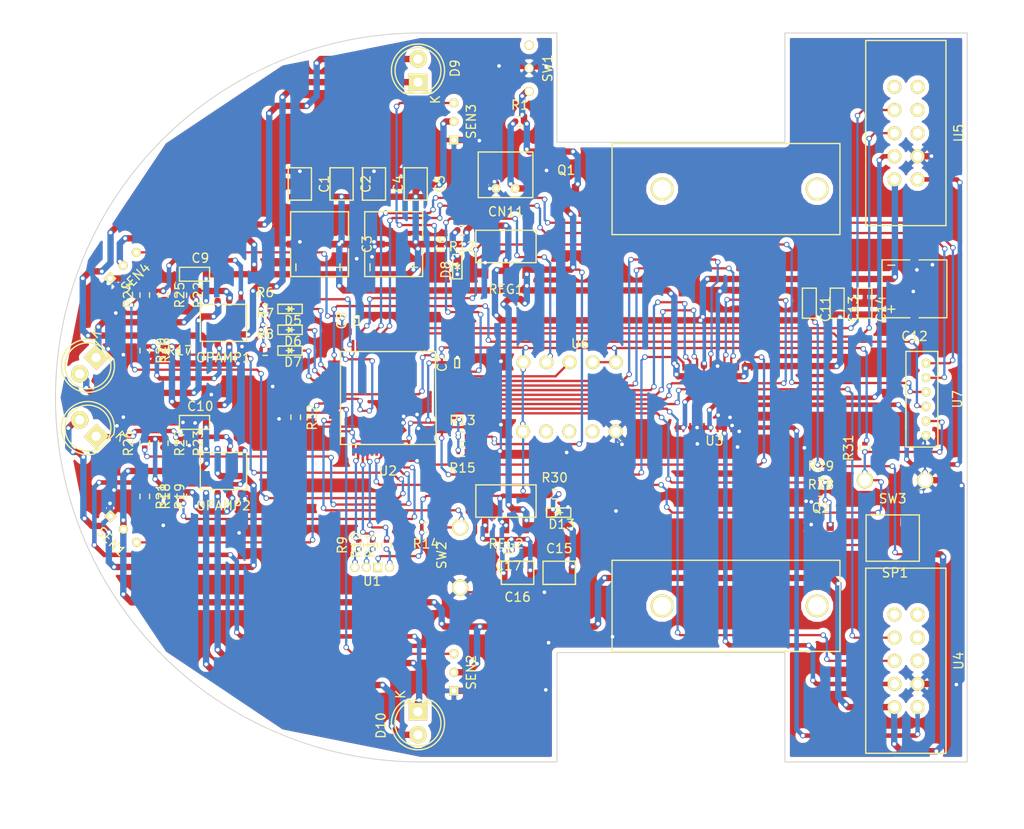
<source format=kicad_pcb>
(kicad_pcb (version 4) (host pcbnew 4.0.1-stable)
  (title_block (title MicroMouse))
  (layers (0 F.Cu signal) (31 B.Cu signal) (34 B.Paste user) (35 F.Paste user) (36 B.SilkS user) (37 F.SilkS user) (38 B.Mask user) (39 F.Mask user) (44 Edge.Cuts user))
  (net 0 "")
  (net 1 GND)
  (net 2 VCC)
  (net 3 +5V)
  (net 4 "Net-(C7-Pad2)")
  (net 5 "Net-(C8-Pad2)")
  (net 6 "Net-(C15-Pad2)")
  (net 7 +3V3)
  (net 8 "Net-(CN11-Pad1)")
  (net 9 DBG_LED_1)
  (net 10 "Net-(D5-Pad2)")
  (net 11 DBG_LED_2)
  (net 12 "Net-(D6-Pad2)")
  (net 13 DBG_LED_3)
  (net 14 "Net-(D7-Pad2)")
  (net 15 "Net-(D8-Pad2)")
  (net 16 "Net-(D9-Pad1)")
  (net 17 "Net-(D9-Pad2)")
  (net 18 "Net-(D10-Pad1)")
  (net 19 "Net-(D10-Pad2)")
  (net 20 "Net-(D11-Pad1)")
  (net 21 "Net-(D11-Pad2)")
  (net 22 "Net-(D12-Pad1)")
  (net 23 "Net-(D12-Pad2)")
  (net 24 "Net-(D13-Pad2)")
  (net 25 "Net-(OPAMP1-Pad5)")
  (net 26 "Net-(OPAMP1-Pad3)")
  (net 27 "Net-(OPAMP2-Pad5)")
  (net 28 "Net-(OPAMP2-Pad3)")
  (net 29 "Net-(Q1-Pad1)")
  (net 30 "Net-(Q2-Pad1)")
  (net 31 "Net-(Q2-Pad3)")
  (net 32 "Net-(R9-Pad1)")
  (net 33 Mode_LED_1)
  (net 34 "Net-(R10-Pad1)")
  (net 35 Mode_LED_2)
  (net 36 "Net-(R11-Pad1)")
  (net 37 Mode_LED_3)
  (net 38 SEN_BAT)
  (net 39 Mode_SW)
  (net 40 LED_RS)
  (net 41 LED_LS)
  (net 42 LED_RF)
  (net 43 LED_LF)
  (net 44 SPK)
  (net 45 NRST)
  (net 46 BOOT0)
  (net 47 SEN_LF)
  (net 48 SEN_LS)
  (net 49 SEN_RS)
  (net 50 SEN_RF)
  (net 51 "Net-(U2-Pad33)")
  (net 52 "Net-(U2-Pad34)")
  (net 53 "Net-(U2-Pad35)")
  (net 54 "Net-(U2-Pad36)")
  (net 55 L_ENC_A)
  (net 56 L_ENC_B)
  (net 57 "Net-(U2-Pad39)")
  (net 58 "Net-(U2-Pad40)")
  (net 59 "Net-(U2-Pad41)")
  (net 60 USART1_TX)
  (net 61 USART1_RX)
  (net 62 "Net-(U2-Pad44)")
  (net 63 "Net-(U2-Pad45)")
  (net 64 SWDIO)
  (net 65 SWCLK)
  (net 66 "Net-(U2-Pad50)")
  (net 67 "Net-(U2-Pad54)")
  (net 68 "Net-(U2-Pad55)")
  (net 69 "Net-(U2-Pad61)")
  (net 70 SDA)
  (net 71 SCL)
  (net 72 M_STBY)
  (net 73 M_IN2_R)
  (net 74 M_IN2_L)
  (net 75 M_IN1_L)
  (net 76 M_IN1_R)
  (net 77 R_ENC_B)
  (net 78 R_ENC_A)
  (net 79 M_PWM_L)
  (net 80 "Net-(U2-Pad15)")
  (net 81 M_PWM_R)
  (net 82 "Net-(U2-Pad14)")
  (net 83 "Net-(U2-Pad6)")
  (net 84 "Net-(U2-Pad5)")
  (net 85 "Net-(U3-Pad11)")
  (net 86 "Net-(U3-Pad7)")
  (net 87 "Net-(U3-Pad5)")
  (net 88 "Net-(U3-Pad1)")
  (net 89 "Net-(U4-Pad10)")
  (net 90 "Net-(U4-Pad9)")
  (net 91 "Net-(U4-Pad7)")
  (net 92 "Net-(U4-Pad5)")
  (net 93 "Net-(U5-Pad10)")
  (net 94 "Net-(U5-Pad9)")
  (net 95 "Net-(U5-Pad7)")
  (net 96 "Net-(U5-Pad5)")
  (net 97 "Net-(U6-Pad9)")
  (net 98 "Net-(U6-Pad8)")
  (net 99 "Net-(U6-Pad7)")
  (module myfootprint:GRM32EB31C476KE15 (layer F.Cu) (at -24.892 4.572 90)
    (fp_text reference C1 (at 0 -0.635 90) (layer F.SilkS))
    (fp_text value 47u)
    (pad 2 smd rect (at 1.397 -3.302 90) (size 0.6 2.5) (layers F.Cu F.Paste F.Mask) (net 1 GND))
    (pad 1 smd rect (at -1.397 -3.302 90) (size 0.6 2.5) (layers F.Cu F.Paste F.Mask) (net 2 VCC))
  )
  (module myfootprint:GRM32EB31C476KE15 (layer F.Cu) (at -20.32 4.572 90)
    (fp_text reference C2 (at 0 -0.635 90) (layer F.SilkS))
    (fp_text value 47u)
    (pad 2 smd rect (at 1.397 -3.302 90) (size 0.6 2.5) (layers F.Cu F.Paste F.Mask) (net 1 GND))
    (pad 1 smd rect (at -1.397 -3.302 90) (size 0.6 2.5) (layers F.Cu F.Paste F.Mask) (net 2 VCC))
  )
  (module myfootprint:EEEHC1E470XP (layer F.Cu) (at -23.876 11.176 90)
    (fp_text reference C3 (at 0 3.048 90) (layer F.SilkS))
    (fp_text value 47u)
    (fp_text user + (at -2.54 0 90) (layer F.SilkS))
    (fp_text user - (at -2.54 -4.826 90) (layer F.SilkS))
    (pad 1 smd rect (at 0 0 90) (size 0.75 2.6) (layers F.Cu F.Paste F.Mask) (net 2 VCC))
    (pad 2 smd rect (at 0 -4.445 90) (size 0.75 2.6) (layers F.Cu F.Paste F.Mask) (net 1 GND))
  )
  (module myfootprint:GRM32EB31C476KE15 (layer F.Cu) (at -16.764 4.572 90)
    (fp_text reference C4 (at 0 -0.635 90) (layer F.SilkS))
    (fp_text value 47u)
    (pad 2 smd rect (at 1.397 -3.302 90) (size 0.6 2.5) (layers F.Cu F.Paste F.Mask) (net 1 GND))
    (pad 1 smd rect (at -1.397 -3.302 90) (size 0.6 2.5) (layers F.Cu F.Paste F.Mask) (net 3 +5V))
  )
  (module myfootprint:GRM32EB31C476KE15 (layer F.Cu) (at -12.192 4.572 90)
    (fp_text reference C5 (at 0 -0.635 90) (layer F.SilkS))
    (fp_text value 47u)
    (pad 2 smd rect (at 1.397 -3.302 90) (size 0.6 2.5) (layers F.Cu F.Paste F.Mask) (net 1 GND))
    (pad 1 smd rect (at -1.397 -3.302 90) (size 0.6 2.5) (layers F.Cu F.Paste F.Mask) (net 3 +5V))
  )
  (module myfootprint:EEEHC1E470XP (layer F.Cu) (at -15.748 11.176 90)
    (fp_text reference C6 (at 0 3.048 90) (layer F.SilkS))
    (fp_text value 47u)
    (fp_text user + (at -2.54 0 90) (layer F.SilkS))
    (fp_text user - (at -2.54 -4.826 90) (layer F.SilkS))
    (pad 1 smd rect (at 0 0 90) (size 0.75 2.6) (layers F.Cu F.Paste F.Mask) (net 3 +5V))
    (pad 2 smd rect (at 0 -4.445 90) (size 0.75 2.6) (layers F.Cu F.Paste F.Mask) (net 1 GND))
  )
  (module myfootprint:C1005X7R1H104K050BB (layer F.Cu) (at -12.0904 24.2316 270)
    (fp_text reference C7 (at 0 0.5 270) (layer F.SilkS))
    (fp_text value 2.2u)
    (pad 2 smd rect (at 0.381 -1.143 270) (size 0.15 0.5) (layers F.Cu F.Paste F.Mask) (net 4 "Net-(C7-Pad2)"))
    (pad 1 smd rect (at -0.381 -1.143 270) (size 0.15 0.5) (layers F.Cu F.Paste F.Mask) (net 1 GND))
  )
  (module myfootprint:C1005X7R1H104K050BB (layer F.Cu) (at -23.114 19.558 270)
    (fp_text reference C8 (at 0 0.5 270) (layer F.SilkS))
    (fp_text value 2.2u)
    (pad 2 smd rect (at 0.381 -1.143 270) (size 0.15 0.5) (layers F.Cu F.Paste F.Mask) (net 5 "Net-(C8-Pad2)"))
    (pad 1 smd rect (at -0.381 -1.143 270) (size 0.15 0.5) (layers F.Cu F.Paste F.Mask) (net 1 GND))
  )
  (module myfootprint:CL31A106KBHNNNE (layer F.Cu) (at -39.116 13.208 180)
    (fp_text reference C9 (at 0 0.5 180) (layer F.SilkS))
    (fp_text value 10u)
    (pad 2 smd rect (at 1.905 -1.27 180) (size 0.7 1.6) (layers F.Cu F.Paste F.Mask) (net 1 GND))
    (pad 1 smd rect (at -0.635 -1.27 180) (size 0.7 1.6) (layers F.Cu F.Paste F.Mask) (net 3 +5V))
  )
  (module myfootprint:CL31A106KBHNNNE (layer F.Cu) (at -39.116 29.464 180)
    (fp_text reference C10 (at 0 0.5 180) (layer F.SilkS))
    (fp_text value 10u)
    (pad 2 smd rect (at 1.905 -1.27 180) (size 0.7 1.6) (layers F.Cu F.Paste F.Mask) (net 1 GND))
    (pad 1 smd rect (at -0.635 -1.27 180) (size 0.7 1.6) (layers F.Cu F.Paste F.Mask) (net 3 +5V))
  )
  (module myfootprint:CL31A106KBHNNNE (layer F.Cu) (at 28.956 18.288 90)
    (fp_text reference C11 (at 0 0.5 90) (layer F.SilkS))
    (fp_text value 10u)
    (pad 2 smd rect (at 1.905 -1.27 90) (size 0.7 1.6) (layers F.Cu F.Paste F.Mask) (net 1 GND))
    (pad 1 smd rect (at -0.635 -1.27 90) (size 0.7 1.6) (layers F.Cu F.Paste F.Mask) (net 3 +5V))
  )
  (module myfootprint:EEEHC1E470XP (layer F.Cu) (at 39.2176 18.2372)
    (fp_text reference C12 (at 0 3.048) (layer F.SilkS))
    (fp_text value 47u)
    (fp_text user + (at -2.54 0) (layer F.SilkS))
    (fp_text user - (at -2.54 -4.826) (layer F.SilkS))
    (pad 1 smd rect (at 0 0) (size 0.75 2.6) (layers F.Cu F.Paste F.Mask) (net 2 VCC))
    (pad 2 smd rect (at 0 -4.445) (size 0.75 2.6) (layers F.Cu F.Paste F.Mask) (net 1 GND))
  )
  (module myfootprint:CL31A106KBHNNNE (layer F.Cu) (at 32.004 18.288 90)
    (fp_text reference C13 (at 0 0.5 90) (layer F.SilkS))
    (fp_text value 10u)
    (pad 2 smd rect (at 1.905 -1.27 90) (size 0.7 1.6) (layers F.Cu F.Paste F.Mask) (net 1 GND))
    (pad 1 smd rect (at -0.635 -1.27 90) (size 0.7 1.6) (layers F.Cu F.Paste F.Mask) (net 2 VCC))
  )
  (module myfootprint:CL31A106KBHNNNE (layer F.Cu) (at 35.052 18.288 90)
    (fp_text reference C14 (at 0 0.5 90) (layer F.SilkS))
    (fp_text value 10u)
    (pad 2 smd rect (at 1.905 -1.27 90) (size 0.7 1.6) (layers F.Cu F.Paste F.Mask) (net 1 GND))
    (pad 1 smd rect (at -0.635 -1.27 90) (size 0.7 1.6) (layers F.Cu F.Paste F.Mask) (net 2 VCC))
  )
  (module myfootprint:GRM32EB31C476KE15 (layer F.Cu) (at 0.254 43.942 180)
    (fp_text reference C15 (at 0 -0.635 180) (layer F.SilkS))
    (fp_text value 47u)
    (pad 2 smd rect (at 1.397 -3.302 180) (size 0.6 2.5) (layers F.Cu F.Paste F.Mask) (net 6 "Net-(C15-Pad2)"))
    (pad 1 smd rect (at -1.397 -3.302 180) (size 0.6 2.5) (layers F.Cu F.Paste F.Mask) (net 2 VCC))
  )
  (module myfootprint:GRM32EB31C476KE15 (layer F.Cu) (at -4.318 50.546)
    (fp_text reference C16 (at 0 -0.635) (layer F.SilkS))
    (fp_text value 47u)
    (pad 2 smd rect (at 1.397 -3.302) (size 0.6 2.5) (layers F.Cu F.Paste F.Mask) (net 6 "Net-(C15-Pad2)"))
    (pad 1 smd rect (at -1.397 -3.302) (size 0.6 2.5) (layers F.Cu F.Paste F.Mask) (net 7 +3V3))
  )
  (module myfootprint:C1005X7R1H104K050BB (layer F.Cu) (at -5.334 45.974)
    (fp_text reference C17 (at 0 0.5) (layer F.SilkS))
    (fp_text value 0.1u)
    (pad 2 smd rect (at 0.381 -1.143) (size 0.15 0.5) (layers F.Cu F.Paste F.Mask) (net 6 "Net-(C15-Pad2)"))
    (pad 1 smd rect (at -0.381 -1.143) (size 0.15 0.5) (layers F.Cu F.Paste F.Mask) (net 7 +3V3))
  )
  (module myfootprint:DF3A-2P-2DSA (layer F.Cu) (at -5.588 7.112)
    (fp_text reference CN11 (at 0 0.5) (layer F.SilkS))
    (fp_text value mouseBattery)
    (pad 2 thru_hole circle (at -1.1 -2.05) (size 1 1) (drill 0.5) (layers *.Cu *.Mask F.SilkS) (net 1 GND))
    (pad 1 thru_hole circle (at 1 -2.05) (size 1 1) (drill 0.5) (layers *.Cu *.Mask F.SilkS) (net 8 "Net-(CN11-Pad1)"))
  )
  (module myfootprint:OSTG1608C1A (layer F.Cu) (at -28.956 19.05)
    (fp_text reference D5 (at 0 0.5) (layer F.SilkS))
    (fp_text value LED)
    (pad 1 smd rect (at 0.508 -0.762) (size 0.8 0.8) (layers F.Cu F.Paste F.Mask) (net 9 DBG_LED_1))
    (pad 2 smd rect (at -1.143 -0.762) (size 0.8 0.8) (layers F.Cu F.Paste F.Mask) (net 10 "Net-(D5-Pad2)"))
  )
  (module myfootprint:OSTG1608C1A (layer F.Cu) (at -28.956 21.336)
    (fp_text reference D6 (at 0 0.5) (layer F.SilkS))
    (fp_text value LED)
    (pad 1 smd rect (at 0.508 -0.762) (size 0.8 0.8) (layers F.Cu F.Paste F.Mask) (net 11 DBG_LED_2))
    (pad 2 smd rect (at -1.143 -0.762) (size 0.8 0.8) (layers F.Cu F.Paste F.Mask) (net 12 "Net-(D6-Pad2)"))
  )
  (module myfootprint:OSTG1608C1A (layer F.Cu) (at -28.956 23.622)
    (fp_text reference D7 (at 0 0.5) (layer F.SilkS))
    (fp_text value LED)
    (pad 1 smd rect (at 0.508 -0.762) (size 0.8 0.8) (layers F.Cu F.Paste F.Mask) (net 13 DBG_LED_3))
    (pad 2 smd rect (at -1.143 -0.762) (size 0.8 0.8) (layers F.Cu F.Paste F.Mask) (net 14 "Net-(D7-Pad2)"))
  )
  (module myfootprint:OSTG1608C1A (layer F.Cu) (at -11.684 13.97 270)
    (fp_text reference D8 (at 0 0.5 270) (layer F.SilkS))
    (fp_text value LED)
    (pad 1 smd rect (at 0.508 -0.762 270) (size 0.8 0.8) (layers F.Cu F.Paste F.Mask) (net 1 GND))
    (pad 2 smd rect (at -1.143 -0.762 270) (size 0.8 0.8) (layers F.Cu F.Paste F.Mask) (net 15 "Net-(D8-Pad2)"))
  )
  (module LEDs:LED-5MM (layer F.Cu) (at -15.24 -6.604 90)
    (fp_text reference D9 (at 1.524 4.064 90) (layer F.SilkS))
    (fp_text value LED_RS)
    (fp_text user K (at -1.905 1.905 90) (layer F.SilkS))
    (pad 1 thru_hole rect (at 0 0 180) (size 2 1.9) (drill 1.00076) (layers *.Cu *.Mask F.SilkS) (net 16 "Net-(D9-Pad1)"))
    (pad 2 thru_hole circle (at 2.54 0 90) (size 1.9 1.9) (drill 1.00076) (layers *.Cu *.Mask F.SilkS) (net 17 "Net-(D9-Pad2)"))
  )
  (module LEDs:LED-5MM (layer F.Cu) (at -15.24 62.484 270)
    (fp_text reference D10 (at 1.524 4.064 270) (layer F.SilkS))
    (fp_text value LED_LS)
    (fp_text user K (at -1.905 1.905 270) (layer F.SilkS))
    (pad 1 thru_hole rect (at 0 0) (size 2 1.9) (drill 1.00076) (layers *.Cu *.Mask F.SilkS) (net 18 "Net-(D10-Pad1)"))
    (pad 2 thru_hole circle (at 2.54 0 270) (size 1.9 1.9) (drill 1.00076) (layers *.Cu *.Mask F.SilkS) (net 19 "Net-(D10-Pad2)"))
  )
  (module LEDs:LED-5MM (layer F.Cu) (at -50.546 23.622 225)
    (fp_text reference D11 hide)
    (fp_text value LED_RF hide)
    (fp_text user K (at -1.905 1.905 225) (layer F.SilkS))
    (pad 1 thru_hole rect (at 0 0 315) (size 2 1.9) (drill 1.00076) (layers *.Cu *.Mask F.SilkS) (net 20 "Net-(D11-Pad1)"))
    (pad 2 thru_hole circle (at 2.54 0 225) (size 1.9 1.9) (drill 1.00076) (layers *.Cu *.Mask F.SilkS) (net 21 "Net-(D11-Pad2)"))
  )
  (module LEDs:LED-5MM (layer F.Cu) (at -50.546 32.258 135)
    (fp_text reference D12 hide)
    (fp_text value LED_LF hide)
    (fp_text user K (at -1.905 1.905 135) (layer F.SilkS))
    (pad 1 thru_hole rect (at 0 0 225) (size 2 1.9) (drill 1.00076) (layers *.Cu *.Mask F.SilkS) (net 22 "Net-(D12-Pad1)"))
    (pad 2 thru_hole circle (at 2.54 0 135) (size 1.9 1.9) (drill 1.00076) (layers *.Cu *.Mask F.SilkS) (net 23 "Net-(D12-Pad2)"))
  )
  (module myfootprint:OSTG1608C1A (layer F.Cu) (at 0.508 41.402)
    (fp_text reference D13 (at 0 0.5) (layer F.SilkS))
    (fp_text value LED)
    (pad 1 smd rect (at 0.508 -0.762) (size 0.8 0.8) (layers F.Cu F.Paste F.Mask) (net 1 GND))
    (pad 2 smd rect (at -1.143 -0.762) (size 0.8 0.8) (layers F.Cu F.Paste F.Mask) (net 24 "Net-(D13-Pad2)"))
  )
  (module myfootprint:AD8532AR (layer F.Cu) (at -36.576 23.876)
    (fp_text reference OPAMP1 (at 0 -0.254) (layer F.SilkS))
    (fp_text value AD8532AR)
    (pad 8 smd rect (at -1.905 -6.477) (size 0.51 0.6) (layers F.Cu F.Paste F.Mask) (net 3 +5V))
    (pad 7 smd rect (at -0.635 -6.477) (size 0.51 0.6) (layers F.Cu F.Paste F.Mask) (net 21 "Net-(D11-Pad2)"))
    (pad 6 smd rect (at 0.635 -6.477) (size 0.51 0.6) (layers F.Cu F.Paste F.Mask) (net 20 "Net-(D11-Pad1)"))
    (pad 5 smd rect (at 1.905 -6.477) (size 0.51 0.6) (layers F.Cu F.Paste F.Mask) (net 25 "Net-(OPAMP1-Pad5)"))
    (pad 4 smd rect (at 1.905 -1.651) (size 0.51 0.6) (layers F.Cu F.Paste F.Mask) (net 1 GND))
    (pad 3 smd rect (at 0.635 -1.651) (size 0.51 0.6) (layers F.Cu F.Paste F.Mask) (net 26 "Net-(OPAMP1-Pad3)"))
    (pad 2 smd rect (at -0.635 -1.651) (size 0.51 0.6) (layers F.Cu F.Paste F.Mask) (net 16 "Net-(D9-Pad1)"))
    (pad 1 smd rect (at -1.905 -1.651) (size 0.51 0.6) (layers F.Cu F.Paste F.Mask) (net 17 "Net-(D9-Pad2)"))
  )
  (module myfootprint:AD8532AR (layer F.Cu) (at -36.576 40.132)
    (fp_text reference OPAMP2 (at 0 -0.254) (layer F.SilkS))
    (fp_text value AD8532AR)
    (pad 8 smd rect (at -1.905 -6.477) (size 0.51 0.6) (layers F.Cu F.Paste F.Mask) (net 3 +5V))
    (pad 7 smd rect (at -0.635 -6.477) (size 0.51 0.6) (layers F.Cu F.Paste F.Mask) (net 23 "Net-(D12-Pad2)"))
    (pad 6 smd rect (at 0.635 -6.477) (size 0.51 0.6) (layers F.Cu F.Paste F.Mask) (net 22 "Net-(D12-Pad1)"))
    (pad 5 smd rect (at 1.905 -6.477) (size 0.51 0.6) (layers F.Cu F.Paste F.Mask) (net 27 "Net-(OPAMP2-Pad5)"))
    (pad 4 smd rect (at 1.905 -1.651) (size 0.51 0.6) (layers F.Cu F.Paste F.Mask) (net 1 GND))
    (pad 3 smd rect (at 0.635 -1.651) (size 0.51 0.6) (layers F.Cu F.Paste F.Mask) (net 28 "Net-(OPAMP2-Pad3)"))
    (pad 2 smd rect (at -0.635 -1.651) (size 0.51 0.6) (layers F.Cu F.Paste F.Mask) (net 18 "Net-(D10-Pad1)"))
    (pad 1 smd rect (at -1.905 -1.651) (size 0.51 0.6) (layers F.Cu F.Paste F.Mask) (net 19 "Net-(D10-Pad2)"))
  )
  (module myfootprint:IRLML6402 (layer F.Cu) (at 1.016 3.556 180)
    (fp_text reference Q1 (at 0 0.5 180) (layer F.SilkS))
    (fp_text value IRLML6402)
    (pad 2 smd rect (at 1.016 -1.524 180) (size 0.802 0.972) (layers F.Cu F.Paste F.Mask) (net 8 "Net-(CN11-Pad1)"))
    (pad 1 smd rect (at -1.016 -1.524 180) (size 0.802 0.972) (layers F.Cu F.Paste F.Mask) (net 29 "Net-(Q1-Pad1)"))
    (pad 3 smd rect (at 0 -3.556 180) (size 0.802 0.972) (layers F.Cu F.Paste F.Mask) (net 2 VCC))
  )
  (module myfootprint:IRLML6402 (layer F.Cu) (at 28.956 40.64 180)
    (fp_text reference Q2 (at 0 0.5 180) (layer F.SilkS))
    (fp_text value IRLML6344)
    (pad 2 smd rect (at 1.016 -1.524 180) (size 0.802 0.972) (layers F.Cu F.Paste F.Mask) (net 1 GND))
    (pad 1 smd rect (at -1.016 -1.524 180) (size 0.802 0.972) (layers F.Cu F.Paste F.Mask) (net 30 "Net-(Q2-Pad1)"))
    (pad 3 smd rect (at 0 -3.556 180) (size 0.802 0.972) (layers F.Cu F.Paste F.Mask) (net 31 "Net-(Q2-Pad3)"))
  )
  (module Resistors_SMD:R_0402 (layer F.Cu) (at -4.064 -2.286)
    (fp_text reference R1 (at 0 -1.8) (layer F.SilkS))
    (fp_text value 100k)
    (pad 1 smd rect (at -0.45 0) (size 0.4 0.6) (layers F.Cu F.Paste F.Mask) (net 8 "Net-(CN11-Pad1)"))
    (pad 2 smd rect (at 0.45 0) (size 0.4 0.6) (layers F.Cu F.Paste F.Mask) (net 29 "Net-(Q1-Pad1)"))
  )
  (module Resistors_SMD:R_0402 (layer F.Cu) (at -32.004 18.288)
    (fp_text reference R6 (at 0 -1.8) (layer F.SilkS))
    (fp_text value 280)
    (pad 1 smd rect (at -0.45 0) (size 0.4 0.6) (layers F.Cu F.Paste F.Mask) (net 7 +3V3))
    (pad 2 smd rect (at 0.45 0) (size 0.4 0.6) (layers F.Cu F.Paste F.Mask) (net 10 "Net-(D5-Pad2)"))
  )
  (module Resistors_SMD:R_0402 (layer F.Cu) (at -32.004 20.574)
    (fp_text reference R7 (at 0 -1.8) (layer F.SilkS))
    (fp_text value 280)
    (pad 1 smd rect (at -0.45 0) (size 0.4 0.6) (layers F.Cu F.Paste F.Mask) (net 7 +3V3))
    (pad 2 smd rect (at 0.45 0) (size 0.4 0.6) (layers F.Cu F.Paste F.Mask) (net 12 "Net-(D6-Pad2)"))
  )
  (module Resistors_SMD:R_0402 (layer F.Cu) (at -32.004 22.86)
    (fp_text reference R8 (at 0 -1.8) (layer F.SilkS))
    (fp_text value 280)
    (pad 1 smd rect (at -0.45 0) (size 0.4 0.6) (layers F.Cu F.Paste F.Mask) (net 7 +3V3))
    (pad 2 smd rect (at 0.45 0) (size 0.4 0.6) (layers F.Cu F.Paste F.Mask) (net 14 "Net-(D7-Pad2)"))
  )
  (module Resistors_SMD:R_0402 (layer F.Cu) (at -21.7424 44.196 90)
    (fp_text reference R9 (at 0 -1.8 90) (layer F.SilkS))
    (fp_text value 10)
    (pad 1 smd rect (at -0.45 0 90) (size 0.4 0.6) (layers F.Cu F.Paste F.Mask) (net 32 "Net-(R9-Pad1)"))
    (pad 2 smd rect (at 0.45 0 90) (size 0.4 0.6) (layers F.Cu F.Paste F.Mask) (net 33 Mode_LED_1))
  )
  (module Resistors_SMD:R_0402 (layer F.Cu) (at -20.2184 44.196 90)
    (fp_text reference R10 (at 0 -1.8 90) (layer F.SilkS))
    (fp_text value 10)
    (pad 1 smd rect (at -0.45 0 90) (size 0.4 0.6) (layers F.Cu F.Paste F.Mask) (net 34 "Net-(R10-Pad1)"))
    (pad 2 smd rect (at 0.45 0 90) (size 0.4 0.6) (layers F.Cu F.Paste F.Mask) (net 35 Mode_LED_2))
  )
  (module Resistors_SMD:R_0402 (layer F.Cu) (at -18.6944 44.196 90)
    (fp_text reference R11 (at 0 -1.8 90) (layer F.SilkS))
    (fp_text value 60.4)
    (pad 1 smd rect (at -0.45 0 90) (size 0.4 0.6) (layers F.Cu F.Paste F.Mask) (net 36 "Net-(R11-Pad1)"))
    (pad 2 smd rect (at 0.45 0 90) (size 0.4 0.6) (layers F.Cu F.Paste F.Mask) (net 37 Mode_LED_3))
  )
  (module Resistors_SMD:R_0402 (layer F.Cu) (at -10.414 9.652 180)
    (fp_text reference R12 (at 0 -1.8 180) (layer F.SilkS))
    (fp_text value 620)
    (pad 1 smd rect (at -0.45 0 180) (size 0.4 0.6) (layers F.Cu F.Paste F.Mask) (net 3 +5V))
    (pad 2 smd rect (at 0.45 0 180) (size 0.4 0.6) (layers F.Cu F.Paste F.Mask) (net 15 "Net-(D8-Pad2)"))
  )
  (module Resistors_SMD:R_0402 (layer F.Cu) (at -10.3632 32.3088)
    (fp_text reference R13 (at 0 -1.8) (layer F.SilkS))
    (fp_text value 10k)
    (pad 1 smd rect (at -0.45 0) (size 0.4 0.6) (layers F.Cu F.Paste F.Mask) (net 38 SEN_BAT))
    (pad 2 smd rect (at 0.45 0) (size 0.4 0.6) (layers F.Cu F.Paste F.Mask) (net 2 VCC))
  )
  (module Resistors_SMD:R_0402 (layer F.Cu) (at -14.3764 42.2656 180)
    (fp_text reference R14 (at 0 -1.8 180) (layer F.SilkS))
    (fp_text value 10k)
    (pad 1 smd rect (at -0.45 0 180) (size 0.4 0.6) (layers F.Cu F.Paste F.Mask) (net 39 Mode_SW))
    (pad 2 smd rect (at 0.45 0 180) (size 0.4 0.6) (layers F.Cu F.Paste F.Mask) (net 7 +3V3))
  )
  (module Resistors_SMD:R_0402 (layer F.Cu) (at -10.3632 33.9344 180)
    (fp_text reference R15 (at 0 -1.8 180) (layer F.SilkS))
    (fp_text value 2.7k)
    (pad 1 smd rect (at -0.45 0 180) (size 0.4 0.6) (layers F.Cu F.Paste F.Mask) (net 1 GND))
    (pad 2 smd rect (at 0.45 0 180) (size 0.4 0.6) (layers F.Cu F.Paste F.Mask) (net 38 SEN_BAT))
  )
  (module Resistors_SMD:R_0402 (layer F.Cu) (at -41.148 22.86 90)
    (fp_text reference R16 (at 0 -1.8 90) (layer F.SilkS))
    (fp_text value 5.76k)
    (pad 1 smd rect (at -0.45 0 90) (size 0.4 0.6) (layers F.Cu F.Paste F.Mask) (net 40 LED_RS))
    (pad 2 smd rect (at 0.45 0 90) (size 0.4 0.6) (layers F.Cu F.Paste F.Mask) (net 26 "Net-(OPAMP1-Pad3)"))
  )
  (module Resistors_SMD:R_0402 (layer F.Cu) (at -43.18 22.86 270)
    (fp_text reference R17 (at 0 -1.8 360) (layer F.SilkS))
    (fp_text value 2.7k)
    (pad 1 smd rect (at -0.45 0 270) (size 0.4 0.6) (layers F.Cu F.Paste F.Mask) (net 26 "Net-(OPAMP1-Pad3)"))
    (pad 2 smd rect (at 0.45 0 270) (size 0.4 0.6) (layers F.Cu F.Paste F.Mask) (net 1 GND))
  )
  (module Resistors_SMD:R_0402 (layer F.Cu) (at -41.148 38.862 90)
    (fp_text reference R18 (at 0 -1.8 90) (layer F.SilkS))
    (fp_text value 5.76k)
    (pad 1 smd rect (at -0.45 0 90) (size 0.4 0.6) (layers F.Cu F.Paste F.Mask) (net 41 LED_LS))
    (pad 2 smd rect (at 0.45 0 90) (size 0.4 0.6) (layers F.Cu F.Paste F.Mask) (net 28 "Net-(OPAMP2-Pad3)"))
  )
  (module Resistors_SMD:R_0402 (layer F.Cu) (at -43.18 38.862 270)
    (fp_text reference R19 (at 0 -1.8 270) (layer F.SilkS))
    (fp_text value 2.7k)
    (pad 1 smd rect (at -0.45 0 270) (size 0.4 0.6) (layers F.Cu F.Paste F.Mask) (net 28 "Net-(OPAMP2-Pad3)"))
    (pad 2 smd rect (at 0.45 0 270) (size 0.4 0.6) (layers F.Cu F.Paste F.Mask) (net 1 GND))
  )
  (module Resistors_SMD:R_0402 (layer F.Cu) (at -45.212 22.86 270)
    (fp_text reference R20 (at 0 -1.8 270) (layer F.SilkS))
    (fp_text value 10)
    (pad 1 smd rect (at -0.45 0 270) (size 0.4 0.6) (layers F.Cu F.Paste F.Mask) (net 16 "Net-(D9-Pad1)"))
    (pad 2 smd rect (at 0.45 0 270) (size 0.4 0.6) (layers F.Cu F.Paste F.Mask) (net 1 GND))
  )
  (module Resistors_SMD:R_0402 (layer F.Cu) (at -45.212 38.862 270)
    (fp_text reference R21 (at 0 -1.8 270) (layer F.SilkS))
    (fp_text value 10)
    (pad 1 smd rect (at -0.45 0 270) (size 0.4 0.6) (layers F.Cu F.Paste F.Mask) (net 18 "Net-(D10-Pad1)"))
    (pad 2 smd rect (at 0.45 0 270) (size 0.4 0.6) (layers F.Cu F.Paste F.Mask) (net 1 GND))
  )
  (module Resistors_SMD:R_0402 (layer F.Cu) (at -41.148 16.764 270)
    (fp_text reference R22 (at 0 -1.8 270) (layer F.SilkS))
    (fp_text value 10)
    (pad 1 smd rect (at -0.45 0 270) (size 0.4 0.6) (layers F.Cu F.Paste F.Mask) (net 20 "Net-(D11-Pad1)"))
    (pad 2 smd rect (at 0.45 0 270) (size 0.4 0.6) (layers F.Cu F.Paste F.Mask) (net 1 GND))
  )
  (module Resistors_SMD:R_0402 (layer F.Cu) (at -41.148 33.02 270)
    (fp_text reference R23 (at 0 -1.8 270) (layer F.SilkS))
    (fp_text value 10)
    (pad 1 smd rect (at -0.45 0 270) (size 0.4 0.6) (layers F.Cu F.Paste F.Mask) (net 22 "Net-(D12-Pad1)"))
    (pad 2 smd rect (at 0.45 0 270) (size 0.4 0.6) (layers F.Cu F.Paste F.Mask) (net 1 GND))
  )
  (module Resistors_SMD:R_0402 (layer F.Cu) (at -45.212 16.764 90)
    (fp_text reference R24 (at 0 -1.8 90) (layer F.SilkS))
    (fp_text value 5.76k)
    (pad 1 smd rect (at -0.45 0 90) (size 0.4 0.6) (layers F.Cu F.Paste F.Mask) (net 42 LED_RF))
    (pad 2 smd rect (at 0.45 0 90) (size 0.4 0.6) (layers F.Cu F.Paste F.Mask) (net 25 "Net-(OPAMP1-Pad5)"))
  )
  (module Resistors_SMD:R_0402 (layer F.Cu) (at -43.18 16.764 270)
    (fp_text reference R25 (at 0 -1.8 270) (layer F.SilkS))
    (fp_text value 2.7k)
    (pad 1 smd rect (at -0.45 0 270) (size 0.4 0.6) (layers F.Cu F.Paste F.Mask) (net 25 "Net-(OPAMP1-Pad5)"))
    (pad 2 smd rect (at 0.45 0 270) (size 0.4 0.6) (layers F.Cu F.Paste F.Mask) (net 1 GND))
  )
  (module Resistors_SMD:R_0402 (layer F.Cu) (at -45.212 33.02 90)
    (fp_text reference R26 (at 0 -1.8 90) (layer F.SilkS))
    (fp_text value 5.76k)
    (pad 1 smd rect (at -0.45 0 90) (size 0.4 0.6) (layers F.Cu F.Paste F.Mask) (net 43 LED_LF))
    (pad 2 smd rect (at 0.45 0 90) (size 0.4 0.6) (layers F.Cu F.Paste F.Mask) (net 27 "Net-(OPAMP2-Pad5)"))
  )
  (module Resistors_SMD:R_0402 (layer F.Cu) (at -43.18 33.02 270)
    (fp_text reference R27 (at 0 -1.8 270) (layer F.SilkS))
    (fp_text value 2.7k)
    (pad 1 smd rect (at -0.45 0 270) (size 0.4 0.6) (layers F.Cu F.Paste F.Mask) (net 27 "Net-(OPAMP2-Pad5)"))
    (pad 2 smd rect (at 0.45 0 270) (size 0.4 0.6) (layers F.Cu F.Paste F.Mask) (net 1 GND))
  )
  (module Resistors_SMD:R_0402 (layer F.Cu) (at 28.956 39.37)
    (fp_text reference R28 (at 0 -1.8) (layer F.SilkS))
    (fp_text value 10k)
    (pad 1 smd rect (at -0.45 0) (size 0.4 0.6) (layers F.Cu F.Paste F.Mask) (net 1 GND))
    (pad 2 smd rect (at 0.45 0) (size 0.4 0.6) (layers F.Cu F.Paste F.Mask) (net 30 "Net-(Q2-Pad1)"))
  )
  (module Resistors_SMD:R_0402 (layer F.Cu) (at 28.956 37.338)
    (fp_text reference R29 (at 0 -1.8) (layer F.SilkS))
    (fp_text value 10)
    (pad 1 smd rect (at -0.45 0) (size 0.4 0.6) (layers F.Cu F.Paste F.Mask) (net 44 SPK))
    (pad 2 smd rect (at 0.45 0) (size 0.4 0.6) (layers F.Cu F.Paste F.Mask) (net 30 "Net-(Q2-Pad1)"))
  )
  (module Resistors_SMD:R_0402 (layer F.Cu) (at -0.254 38.608)
    (fp_text reference R30 (at 0 -1.8) (layer F.SilkS))
    (fp_text value 280)
    (pad 1 smd rect (at -0.45 0) (size 0.4 0.6) (layers F.Cu F.Paste F.Mask) (net 7 +3V3))
    (pad 2 smd rect (at 0.45 0) (size 0.4 0.6) (layers F.Cu F.Paste F.Mask) (net 24 "Net-(D13-Pad2)"))
  )
  (module Resistors_SMD:R_0402 (layer F.Cu) (at 33.782 33.528 90)
    (fp_text reference R31 (at 0 -1.8 90) (layer F.SilkS))
    (fp_text value 10k)
    (pad 1 smd rect (at -0.45 0 90) (size 0.4 0.6) (layers F.Cu F.Paste F.Mask) (net 45 NRST))
    (pad 2 smd rect (at 0.45 0 90) (size 0.4 0.6) (layers F.Cu F.Paste F.Mask) (net 7 +3V3))
  )
  (module Resistors_SMD:R_0402 (layer F.Cu) (at -28.6512 30.1752 270)
    (fp_text reference R32 (at 0 -1.8 270) (layer F.SilkS))
    (fp_text value 10k)
    (pad 1 smd rect (at -0.45 0 270) (size 0.4 0.6) (layers F.Cu F.Paste F.Mask) (net 46 BOOT0))
    (pad 2 smd rect (at 0.45 0 270) (size 0.4 0.6) (layers F.Cu F.Paste F.Mask) (net 1 GND))
  )
  (module myfootprint:AZ1086 (layer F.Cu) (at -5.588 16.764)
    (fp_text reference REG1 (at 0 -0.635) (layer F.SilkS))
    (fp_text value AZ1086)
    (pad 3 smd rect (at 2.159 -2.667) (size 0.71 1.75) (layers F.Cu F.Paste F.Mask) (net 2 VCC))
    (pad 1 smd rect (at -2.286 -2.667) (size 0.71 1.75) (layers F.Cu F.Paste F.Mask) (net 1 GND))
    (pad 2 smd rect (at 0 -2.667) (size 0.71 1.75) (layers F.Cu F.Paste F.Mask) (net 3 +5V))
  )
  (module myfootprint:AZ1086 (layer F.Cu) (at -5.588 44.704)
    (fp_text reference REG2 (at 0 -0.635) (layer F.SilkS))
    (fp_text value AZ1086)
    (pad 3 smd rect (at 2.159 -2.667) (size 0.71 1.75) (layers F.Cu F.Paste F.Mask) (net 2 VCC))
    (pad 1 smd rect (at -2.286 -2.667) (size 0.71 1.75) (layers F.Cu F.Paste F.Mask) (net 6 "Net-(C15-Pad2)"))
    (pad 2 smd rect (at 0 -2.667) (size 0.71 1.75) (layers F.Cu F.Paste F.Mask) (net 7 +3V3))
  )
  (module myfootprint:TSL262-R-LF-ND (layer F.Cu) (at -48.895 43.815 315)
    (fp_text reference SEN1 (at 0 0 315) (layer F.SilkS))
    (fp_text value TSL262R)
    (pad 3 thru_hole circle (at 2.032 -1.905 315) (size 1 1) (drill 0.55) (layers *.Cu *.Mask F.SilkS) (net 47 SEN_LF))
    (pad 2 thru_hole circle (at 0 -1.905 315) (size 1 1) (drill 0.55) (layers *.Cu *.Mask F.SilkS) (net 3 +5V))
    (pad 1 thru_hole rect (at -2.032 -1.905 315) (size 1 1) (drill 0.55) (layers *.Cu *.Mask F.SilkS) (net 1 GND))
  )
  (module myfootprint:TSL262-R-LF-ND (layer F.Cu) (at -9.398 58.166 90)
    (fp_text reference SEN2 (at 0 0 90) (layer F.SilkS))
    (fp_text value TSL262R)
    (pad 3 thru_hole circle (at 2.032 -1.905 90) (size 1 1) (drill 0.55) (layers *.Cu *.Mask F.SilkS) (net 48 SEN_LS))
    (pad 2 thru_hole circle (at 0 -1.905 90) (size 1 1) (drill 0.55) (layers *.Cu *.Mask F.SilkS) (net 3 +5V))
    (pad 1 thru_hole rect (at -2.032 -1.905 90) (size 1 1) (drill 0.55) (layers *.Cu *.Mask F.SilkS) (net 1 GND))
  )
  (module myfootprint:TSL262-R-LF-ND (layer F.Cu) (at -9.398 -2.286 90)
    (fp_text reference SEN3 (at 0 0 90) (layer F.SilkS))
    (fp_text value TSL262R)
    (pad 3 thru_hole circle (at 2.032 -1.905 90) (size 1 1) (drill 0.55) (layers *.Cu *.Mask F.SilkS) (net 49 SEN_RS))
    (pad 2 thru_hole circle (at 0 -1.905 90) (size 1 1) (drill 0.55) (layers *.Cu *.Mask F.SilkS) (net 3 +5V))
    (pad 1 thru_hole rect (at -2.032 -1.905 90) (size 1 1) (drill 0.55) (layers *.Cu *.Mask F.SilkS) (net 1 GND))
  )
  (module myfootprint:TSL262-R-LF-ND (layer F.Cu) (at -46.228 14.859 45)
    (fp_text reference SEN4 (at 0 0 45) (layer F.SilkS))
    (fp_text value TSL262R)
    (pad 3 thru_hole circle (at 2.032 -1.905 45) (size 1 1) (drill 0.55) (layers *.Cu *.Mask F.SilkS) (net 50 SEN_RF))
    (pad 2 thru_hole circle (at 0 -1.905 45) (size 1 1) (drill 0.55) (layers *.Cu *.Mask F.SilkS) (net 3 +5V))
    (pad 1 thru_hole rect (at -2.032 -1.905 45) (size 1 1) (drill 0.55) (layers *.Cu *.Mask F.SilkS) (net 1 GND))
  )
  (module myfootprint:CSS-0575A-SMT (layer F.Cu) (at 37.084 47.244)
    (fp_text reference SP1 (at 0 0) (layer F.SilkS))
    (fp_text value SPEAKER)
    (pad 3 smd rect (at 1.651 -5.588) (size 1.1 0.7) (layers F.Cu F.Paste F.Mask))
    (pad 2 smd rect (at 1.651 -2.032) (size 1.1 0.7) (layers F.Cu F.Paste F.Mask) (net 3 +5V))
    (pad 1 smd rect (at -2.159 -2.032) (size 1.1 0.7) (layers F.Cu F.Paste F.Mask) (net 31 "Net-(Q2-Pad3)"))
  )
  (module myfootprint:SS12D01G4 (layer F.Cu) (at -1.778 -8.128 90)
    (fp_text reference SW1 (at 0 0.762 90) (layer F.SilkS))
    (fp_text value SPST)
    (pad 3 thru_hole circle (at 2.54 -1.27 90) (size 1 1) (drill 0.7) (layers *.Cu *.Mask F.SilkS))
    (pad 2 thru_hole circle (at 0 -1.27 90) (size 1 1) (drill 0.7) (layers *.Cu *.Mask F.SilkS) (net 1 GND))
    (pad 1 thru_hole circle (at -2.54 -1.27 90) (size 1 1) (drill 0.7) (layers *.Cu *.Mask F.SilkS) (net 29 "Net-(Q1-Pad1)"))
  )
  (module myfootprint:TVBP06-BN043CB-B (layer F.Cu) (at -12.1412 45.3136 270)
    (fp_text reference SW2 (at 0 0.5 270) (layer F.SilkS))
    (fp_text value SPST)
    (pad 2 thru_hole circle (at 3.556 -1.524 270) (size 1.8 1.8) (drill 1.35) (layers *.Cu *.Mask F.SilkS) (net 1 GND))
    (pad 1 thru_hole circle (at -3.048 -1.524 270) (size 1.8 1.8) (drill 1.35) (layers *.Cu *.Mask F.SilkS) (net 39 Mode_SW))
  )
  (module myfootprint:TVBP06-BN043CB-B (layer F.Cu) (at 36.83 38.608)
    (fp_text reference SW3 (at 0 0.5) (layer F.SilkS))
    (fp_text value SPST)
    (pad 2 thru_hole circle (at 3.556 -1.524) (size 1.8 1.8) (drill 1.35) (layers *.Cu *.Mask F.SilkS) (net 1 GND))
    (pad 1 thru_hole circle (at -3.048 -1.524) (size 1.8 1.8) (drill 1.35) (layers *.Cu *.Mask F.SilkS) (net 45 NRST))
  )
  (module myfootprint:OSTAMA5B31A (layer F.Cu) (at -20.2692 47.6504)
    (fp_text reference U1 (at 0 0.5) (layer F.SilkS))
    (fp_text value FULL_LED_A)
    (pad 4 thru_hole circle (at 1.905 -1.016) (size 1 1) (drill 0.65) (layers *.Cu *.Mask F.SilkS) (net 36 "Net-(R11-Pad1)"))
    (pad 2 thru_hole circle (at -0.635 -1.016) (size 1 1) (drill 0.65) (layers *.Cu *.Mask F.SilkS) (net 34 "Net-(R10-Pad1)"))
    (pad 1 thru_hole circle (at -1.905 -1.016) (size 1 1) (drill 0.65) (layers *.Cu *.Mask F.SilkS) (net 32 "Net-(R9-Pad1)"))
    (pad 3 thru_hole rect (at 0.635 -1.016) (size 1 1) (drill 0.65) (layers *.Cu *.Mask F.SilkS) (net 7 +3V3))
  )
  (module myfootprint:STM32F405RGT6 (layer F.Cu) (at -18.542 35.56)
    (fp_text reference U2 (at 0 0.5) (layer F.SilkS))
    (fp_text value STM32F405RGTx)
    (pad 33 smd rect (at 3.787 -13.273) (size 0.3 1.2) (layers F.Cu F.Paste F.Mask) (net 51 "Net-(U2-Pad33)"))
    (pad 34 smd rect (at 3.279 -13.273) (size 0.3 1.2) (layers F.Cu F.Paste F.Mask) (net 52 "Net-(U2-Pad34)"))
    (pad 35 smd rect (at 2.771 -13.273) (size 0.3 1.2) (layers F.Cu F.Paste F.Mask) (net 53 "Net-(U2-Pad35)"))
    (pad 36 smd rect (at 2.263 -13.273) (size 0.3 1.2) (layers F.Cu F.Paste F.Mask) (net 54 "Net-(U2-Pad36)"))
    (pad 37 smd rect (at 1.755 -13.273) (size 0.3 1.2) (layers F.Cu F.Paste F.Mask) (net 55 L_ENC_A))
    (pad 38 smd rect (at 1.247 -13.273) (size 0.3 1.2) (layers F.Cu F.Paste F.Mask) (net 56 L_ENC_B))
    (pad 39 smd rect (at 0.739 -13.273) (size 0.3 1.2) (layers F.Cu F.Paste F.Mask) (net 57 "Net-(U2-Pad39)"))
    (pad 40 smd rect (at 0.231 -13.273) (size 0.3 1.2) (layers F.Cu F.Paste F.Mask) (net 58 "Net-(U2-Pad40)"))
    (pad 41 smd rect (at -0.277 -13.273) (size 0.3 1.2) (layers F.Cu F.Paste F.Mask) (net 59 "Net-(U2-Pad41)"))
    (pad 42 smd rect (at -0.785 -13.273) (size 0.3 1.2) (layers F.Cu F.Paste F.Mask) (net 60 USART1_TX))
    (pad 43 smd rect (at -1.293 -13.273) (size 0.3 1.2) (layers F.Cu F.Paste F.Mask) (net 61 USART1_RX))
    (pad 44 smd rect (at -1.801 -13.273) (size 0.3 1.2) (layers F.Cu F.Paste F.Mask) (net 62 "Net-(U2-Pad44)"))
    (pad 45 smd rect (at -2.309 -13.273) (size 0.3 1.2) (layers F.Cu F.Paste F.Mask) (net 63 "Net-(U2-Pad45)"))
    (pad 46 smd rect (at -2.817 -13.273) (size 0.3 1.2) (layers F.Cu F.Paste F.Mask) (net 64 SWDIO))
    (pad 47 smd rect (at -3.325 -13.273) (size 0.3 1.2) (layers F.Cu F.Paste F.Mask) (net 5 "Net-(C8-Pad2)"))
    (pad 48 smd rect (at -3.833 -13.273) (size 0.3 1.2) (layers F.Cu F.Paste F.Mask) (net 7 +3V3))
    (pad 49 smd rect (at -5.8575 -11.4675 90) (size 0.3 1.2) (layers F.Cu F.Paste F.Mask) (net 65 SWCLK))
    (pad 50 smd rect (at -5.8575 -10.9595 90) (size 0.3 1.2) (layers F.Cu F.Paste F.Mask) (net 66 "Net-(U2-Pad50)"))
    (pad 51 smd rect (at -5.8575 -10.4515 90) (size 0.3 1.2) (layers F.Cu F.Paste F.Mask) (net 9 DBG_LED_1))
    (pad 52 smd rect (at -5.8575 -9.9435 90) (size 0.3 1.2) (layers F.Cu F.Paste F.Mask) (net 11 DBG_LED_2))
    (pad 53 smd rect (at -5.8575 -9.4355 90) (size 0.3 1.2) (layers F.Cu F.Paste F.Mask) (net 13 DBG_LED_3))
    (pad 54 smd rect (at -5.8575 -8.9275 90) (size 0.3 1.2) (layers F.Cu F.Paste F.Mask) (net 67 "Net-(U2-Pad54)"))
    (pad 55 smd rect (at -5.8575 -8.4195 90) (size 0.3 1.2) (layers F.Cu F.Paste F.Mask) (net 68 "Net-(U2-Pad55)"))
    (pad 56 smd rect (at -5.8575 -7.9115 90) (size 0.3 1.2) (layers F.Cu F.Paste F.Mask) (net 49 SEN_RS))
    (pad 57 smd rect (at -5.8575 -7.4035 90) (size 0.3 1.2) (layers F.Cu F.Paste F.Mask) (net 50 SEN_RF))
    (pad 58 smd rect (at -5.8575 -6.8955 90) (size 0.3 1.2) (layers F.Cu F.Paste F.Mask) (net 47 SEN_LF))
    (pad 59 smd rect (at -5.8575 -6.3875 90) (size 0.3 1.2) (layers F.Cu F.Paste F.Mask) (net 48 SEN_LS))
    (pad 60 smd rect (at -5.8575 -5.8795 90) (size 0.3 1.2) (layers F.Cu F.Paste F.Mask) (net 46 BOOT0))
    (pad 61 smd rect (at -5.8575 -5.3715 90) (size 0.3 1.2) (layers F.Cu F.Paste F.Mask) (net 69 "Net-(U2-Pad61)"))
    (pad 62 smd rect (at -5.8575 -4.8635 90) (size 0.3 1.2) (layers F.Cu F.Paste F.Mask) (net 39 Mode_SW))
    (pad 63 smd rect (at -5.8575 -4.3555 90) (size 0.3 1.2) (layers F.Cu F.Paste F.Mask) (net 1 GND))
    (pad 64 smd rect (at -5.8575 -3.8475 90) (size 0.3 1.2) (layers F.Cu F.Paste F.Mask) (net 7 +3V3))
    (pad 32 smd rect (at 5.9215 -11.4065 90) (size 0.3 1.2) (layers F.Cu F.Paste F.Mask) (net 7 +3V3))
    (pad 31 smd rect (at 5.9215 -10.8985 90) (size 0.3 1.2) (layers F.Cu F.Paste F.Mask) (net 4 "Net-(C7-Pad2)"))
    (pad 30 smd rect (at 5.9215 -10.3905 90) (size 0.3 1.2) (layers F.Cu F.Paste F.Mask) (net 70 SDA))
    (pad 29 smd rect (at 5.9215 -9.8825 90) (size 0.3 1.2) (layers F.Cu F.Paste F.Mask) (net 71 SCL))
    (pad 28 smd rect (at 5.9215 -9.3745 90) (size 0.3 1.2) (layers F.Cu F.Paste F.Mask) (net 72 M_STBY))
    (pad 27 smd rect (at 5.9215 -8.8665 90) (size 0.3 1.2) (layers F.Cu F.Paste F.Mask) (net 73 M_IN2_R))
    (pad 26 smd rect (at 5.9215 -8.3585 90) (size 0.3 1.2) (layers F.Cu F.Paste F.Mask) (net 74 M_IN2_L))
    (pad 25 smd rect (at 5.9215 -7.8505 90) (size 0.3 1.2) (layers F.Cu F.Paste F.Mask) (net 75 M_IN1_L))
    (pad 24 smd rect (at 5.9215 -7.3425 90) (size 0.3 1.2) (layers F.Cu F.Paste F.Mask) (net 76 M_IN1_R))
    (pad 23 smd rect (at 5.9215 -6.8345 90) (size 0.3 1.2) (layers F.Cu F.Paste F.Mask) (net 77 R_ENC_B))
    (pad 22 smd rect (at 5.9215 -6.3265 90) (size 0.3 1.2) (layers F.Cu F.Paste F.Mask) (net 78 R_ENC_A))
    (pad 21 smd rect (at 5.9215 -5.8185 90) (size 0.3 1.2) (layers F.Cu F.Paste F.Mask) (net 44 SPK))
    (pad 20 smd rect (at 5.9215 -5.3105 90) (size 0.3 1.2) (layers F.Cu F.Paste F.Mask) (net 38 SEN_BAT))
    (pad 19 smd rect (at 5.9215 -4.8025 90) (size 0.3 1.2) (layers F.Cu F.Paste F.Mask) (net 7 +3V3))
    (pad 18 smd rect (at 5.9215 -4.2945 90) (size 0.3 1.2) (layers F.Cu F.Paste F.Mask) (net 1 GND))
    (pad 17 smd rect (at 5.9215 -3.7865 90) (size 0.3 1.2) (layers F.Cu F.Paste F.Mask) (net 79 M_PWM_L))
    (pad 12 smd rect (at 1.817 -1.773) (size 0.3 1.2) (layers F.Cu F.Paste F.Mask) (net 1 GND))
    (pad 15 smd rect (at 3.341 -1.773) (size 0.3 1.2) (layers F.Cu F.Paste F.Mask) (net 80 "Net-(U2-Pad15)"))
    (pad 16 smd rect (at 3.849 -1.773) (size 0.3 1.2) (layers F.Cu F.Paste F.Mask) (net 81 M_PWM_R))
    (pad 14 smd rect (at 2.833 -1.773) (size 0.3 1.2) (layers F.Cu F.Paste F.Mask) (net 82 "Net-(U2-Pad14)"))
    (pad 13 smd rect (at 2.325 -1.773) (size 0.3 1.2) (layers F.Cu F.Paste F.Mask) (net 7 +3V3))
    (pad 11 smd rect (at 1.309 -1.773) (size 0.3 1.2) (layers F.Cu F.Paste F.Mask) (net 41 LED_LS))
    (pad 10 smd rect (at 0.801 -1.773) (size 0.3 1.2) (layers F.Cu F.Paste F.Mask) (net 43 LED_LF))
    (pad 9 smd rect (at 0.293 -1.773) (size 0.3 1.2) (layers F.Cu F.Paste F.Mask) (net 42 LED_RF))
    (pad 8 smd rect (at -0.215 -1.773) (size 0.3 1.2) (layers F.Cu F.Paste F.Mask) (net 40 LED_RS))
    (pad 7 smd rect (at -0.723 -1.773) (size 0.3 1.2) (layers F.Cu F.Paste F.Mask) (net 45 NRST))
    (pad 6 smd rect (at -1.231 -1.773) (size 0.3 1.2) (layers F.Cu F.Paste F.Mask) (net 83 "Net-(U2-Pad6)"))
    (pad 5 smd rect (at -1.739 -1.773) (size 0.3 1.2) (layers F.Cu F.Paste F.Mask) (net 84 "Net-(U2-Pad5)"))
    (pad 4 smd rect (at -2.247 -1.773) (size 0.3 1.2) (layers F.Cu F.Paste F.Mask) (net 37 Mode_LED_3))
    (pad 3 smd rect (at -2.755 -1.773) (size 0.3 1.2) (layers F.Cu F.Paste F.Mask) (net 35 Mode_LED_2))
    (pad 2 smd rect (at -3.263 -1.773) (size 0.3 1.2) (layers F.Cu F.Paste F.Mask) (net 33 Mode_LED_1))
    (pad 1 smd rect (at -3.771 -1.773) (size 0.3 1.2) (layers F.Cu F.Paste F.Mask) (net 7 +3V3))
  )
  (module myfootprint:TB6612FNG (layer F.Cu) (at 17.272 32.258)
    (fp_text reference U3 (at 0 0.5) (layer F.SilkS))
    (fp_text value TB6612)
    (pad 13 smd rect (at 4.1 -7.7) (size 0.22 1) (layers F.Cu F.Paste F.Mask) (net 2 VCC))
    (pad 14 smd rect (at 3.35 -7.7) (size 0.22 1) (layers F.Cu F.Paste F.Mask) (net 2 VCC))
    (pad 15 smd rect (at 2.6 -7.7) (size 0.22 1) (layers F.Cu F.Paste F.Mask) (net 81 M_PWM_R))
    (pad 16 smd rect (at 1.85 -7.7) (size 0.22 1) (layers F.Cu F.Paste F.Mask) (net 73 M_IN2_R))
    (pad 17 smd rect (at 1.1 -7.7) (size 0.22 1) (layers F.Cu F.Paste F.Mask) (net 76 M_IN1_R))
    (pad 18 smd rect (at 0.35 -7.7) (size 0.22 1) (layers F.Cu F.Paste F.Mask) (net 1 GND))
    (pad 19 smd rect (at -0.4 -7.7) (size 0.22 1) (layers F.Cu F.Paste F.Mask) (net 72 M_STBY))
    (pad 20 smd rect (at -1.15 -7.7) (size 0.22 1) (layers F.Cu F.Paste F.Mask) (net 3 +5V))
    (pad 21 smd rect (at -1.9 -7.7) (size 0.22 1) (layers F.Cu F.Paste F.Mask) (net 75 M_IN1_L))
    (pad 22 smd rect (at -2.65 -7.7) (size 0.22 1) (layers F.Cu F.Paste F.Mask) (net 74 M_IN2_L))
    (pad 23 smd rect (at -3.4 -7.7) (size 0.22 1) (layers F.Cu F.Paste F.Mask) (net 79 M_PWM_L))
    (pad 24 smd rect (at -4.15 -7.7) (size 0.22 1) (layers F.Cu F.Paste F.Mask) (net 2 VCC))
    (pad 12 smd rect (at 4.1 -0.95) (size 0.22 1) (layers F.Cu F.Paste F.Mask) (net 85 "Net-(U3-Pad11)"))
    (pad 11 smd rect (at 3.35 -0.95) (size 0.22 1) (layers F.Cu F.Paste F.Mask) (net 85 "Net-(U3-Pad11)"))
    (pad 10 smd rect (at 2.6 -0.95) (size 0.22 1) (layers F.Cu F.Paste F.Mask) (net 1 GND))
    (pad 9 smd rect (at 1.85 -0.95) (size 0.22 1) (layers F.Cu F.Paste F.Mask) (net 1 GND))
    (pad 8 smd rect (at 1.1 -0.95) (size 0.22 1) (layers F.Cu F.Paste F.Mask) (net 86 "Net-(U3-Pad7)"))
    (pad 7 smd rect (at 0.35 -0.95) (size 0.22 1) (layers F.Cu F.Paste F.Mask) (net 86 "Net-(U3-Pad7)"))
    (pad 6 smd rect (at -0.4 -0.95) (size 0.22 1) (layers F.Cu F.Paste F.Mask) (net 87 "Net-(U3-Pad5)"))
    (pad 5 smd rect (at -1.15 -0.95) (size 0.22 1) (layers F.Cu F.Paste F.Mask) (net 87 "Net-(U3-Pad5)"))
    (pad 4 smd rect (at -1.9 -0.95) (size 0.22 1) (layers F.Cu F.Paste F.Mask) (net 1 GND))
    (pad 3 smd rect (at -2.65 -0.95) (size 0.22 1) (layers F.Cu F.Paste F.Mask) (net 1 GND))
    (pad 2 smd rect (at -3.4 -0.95) (size 0.22 1) (layers F.Cu F.Paste F.Mask) (net 88 "Net-(U3-Pad1)"))
    (pad 1 smd rect (at -4.15 -0.95) (size 0.22 1) (layers F.Cu F.Paste F.Mask) (net 88 "Net-(U3-Pad1)"))
  )
  (module myfootprint:BH-10SG (layer F.Cu) (at 42.672 56.896 90)
    (fp_text reference U4 (at 0 1.4 90) (layer F.SilkS))
    (fp_text value CN_MOTOR)
    (pad 10 thru_hole circle (at 5.07 -5.65 90) (size 1.524 1.524) (drill 1) (layers *.Cu *.Mask F.SilkS) (net 89 "Net-(U4-Pad10)"))
    (pad 8 thru_hole circle (at 2.53 -5.65 90) (size 1.524 1.524) (drill 1) (layers *.Cu *.Mask F.SilkS) (net 77 R_ENC_B))
    (pad 6 thru_hole circle (at -0.01 -5.65 90) (size 1.524 1.524) (drill 1) (layers *.Cu *.Mask F.SilkS) (net 78 R_ENC_A))
    (pad 4 thru_hole circle (at -2.55 -5.65 90) (size 1.524 1.524) (drill 1) (layers *.Cu *.Mask F.SilkS) (net 86 "Net-(U3-Pad7)"))
    (pad 2 thru_hole circle (at -5.09 -5.65 90) (size 1.524 1.524) (drill 1) (layers *.Cu *.Mask F.SilkS) (net 3 +5V))
    (pad 9 thru_hole circle (at 5.07 -3.11 90) (size 1.524 1.524) (drill 1) (layers *.Cu *.Mask F.SilkS) (net 90 "Net-(U4-Pad9)"))
    (pad 7 thru_hole circle (at 2.53 -3.11 90) (size 1.524 1.524) (drill 1) (layers *.Cu *.Mask F.SilkS) (net 91 "Net-(U4-Pad7)"))
    (pad 5 thru_hole circle (at -0.01 -3.11 90) (size 1.524 1.524) (drill 1) (layers *.Cu *.Mask F.SilkS) (net 92 "Net-(U4-Pad5)"))
    (pad 3 thru_hole circle (at -2.55 -3.11 90) (size 1.524 1.524) (drill 1) (layers *.Cu *.Mask F.SilkS) (net 1 GND))
    (pad 1 thru_hole circle (at -5.09 -3.11 90) (size 1.524 1.524) (drill 1) (layers *.Cu *.Mask F.SilkS) (net 85 "Net-(U3-Pad11)"))
  )
  (module myfootprint:BH-10SG (layer F.Cu) (at 42.672 -1.016 90)
    (fp_text reference U5 (at 0 1.4 90) (layer F.SilkS))
    (fp_text value CN_MOTOR)
    (pad 10 thru_hole circle (at 5.07 -5.65 90) (size 1.524 1.524) (drill 1) (layers *.Cu *.Mask F.SilkS) (net 93 "Net-(U5-Pad10)"))
    (pad 8 thru_hole circle (at 2.53 -5.65 90) (size 1.524 1.524) (drill 1) (layers *.Cu *.Mask F.SilkS) (net 56 L_ENC_B))
    (pad 6 thru_hole circle (at -0.01 -5.65 90) (size 1.524 1.524) (drill 1) (layers *.Cu *.Mask F.SilkS) (net 55 L_ENC_A))
    (pad 4 thru_hole circle (at -2.55 -5.65 90) (size 1.524 1.524) (drill 1) (layers *.Cu *.Mask F.SilkS) (net 88 "Net-(U3-Pad1)"))
    (pad 2 thru_hole circle (at -5.09 -5.65 90) (size 1.524 1.524) (drill 1) (layers *.Cu *.Mask F.SilkS) (net 3 +5V))
    (pad 9 thru_hole circle (at 5.07 -3.11 90) (size 1.524 1.524) (drill 1) (layers *.Cu *.Mask F.SilkS) (net 94 "Net-(U5-Pad9)"))
    (pad 7 thru_hole circle (at 2.53 -3.11 90) (size 1.524 1.524) (drill 1) (layers *.Cu *.Mask F.SilkS) (net 95 "Net-(U5-Pad7)"))
    (pad 5 thru_hole circle (at -0.01 -3.11 90) (size 1.524 1.524) (drill 1) (layers *.Cu *.Mask F.SilkS) (net 96 "Net-(U5-Pad5)"))
    (pad 3 thru_hole circle (at -2.55 -3.11 90) (size 1.524 1.524) (drill 1) (layers *.Cu *.Mask F.SilkS) (net 1 GND))
    (pad 1 thru_hole circle (at -5.09 -3.11 90) (size 1.524 1.524) (drill 1) (layers *.Cu *.Mask F.SilkS) (net 87 "Net-(U3-Pad5)"))
  )
  (module myfootprint:FH-1x5SG (layer F.Cu) (at 2.54 22.606 180)
    (fp_text reference U6 (at 0 0.5 180) (layer F.SilkS))
    (fp_text value MPU9250)
    (pad 10 thru_hole circle (at -3.887 -9.124 180) (size 1.524 1.524) (drill 1.02) (layers *.Cu *.Mask F.SilkS) (net 1 GND))
    (pad 9 thru_hole circle (at -1.347 -9.124 180) (size 1.524 1.524) (drill 1.02) (layers *.Cu *.Mask F.SilkS) (net 97 "Net-(U6-Pad9)"))
    (pad 8 thru_hole circle (at 1.193 -9.124 180) (size 1.524 1.524) (drill 1.02) (layers *.Cu *.Mask F.SilkS) (net 98 "Net-(U6-Pad8)"))
    (pad 7 thru_hole circle (at 3.733 -9.124 180) (size 1.524 1.524) (drill 1.02) (layers *.Cu *.Mask F.SilkS) (net 99 "Net-(U6-Pad7)"))
    (pad 6 thru_hole circle (at 6.273 -9.124 180) (size 1.524 1.524) (drill 1.02) (layers *.Cu *.Mask F.SilkS) (net 7 +3V3))
    (pad 5 thru_hole circle (at 6.223 -1.524 180) (size 1.524 1.524) (drill 1.02) (layers *.Cu *.Mask F.SilkS) (net 7 +3V3))
    (pad 4 thru_hole circle (at 3.683 -1.524 180) (size 1.524 1.524) (drill 1.02) (layers *.Cu *.Mask F.SilkS) (net 70 SDA))
    (pad 3 thru_hole circle (at 1.143 -1.524 180) (size 1.524 1.524) (drill 1.02) (layers *.Cu *.Mask F.SilkS) (net 71 SCL))
    (pad 2 thru_hole circle (at -1.397 -1.524 180) (size 1.524 1.524) (drill 1.02) (layers *.Cu *.Mask F.SilkS) (net 7 +3V3))
    (pad 1 thru_hole circle (at -3.937 -1.524 180) (size 1.524 1.524) (drill 1.02) (layers *.Cu *.Mask F.SilkS) (net 7 +3V3))
  )
  (module myfootprint:B6B-ZR (layer F.Cu) (at 43.434 28.194 90)
    (fp_text reference U7 (at 0 0.5 90) (layer F.SilkS))
    (fp_text value ZH)
    (pad 6 thru_hole circle (at 3.95 -2.95 90) (size 1 1) (drill 0.5) (layers *.Cu *.Mask F.SilkS) (net 61 USART1_RX))
    (pad 5 thru_hole circle (at 2.35 -2.95 90) (size 1 1) (drill 0.5) (layers *.Cu *.Mask F.SilkS) (net 60 USART1_TX))
    (pad 4 thru_hole circle (at 0.8 -2.95 90) (size 1 1) (drill 0.5) (layers *.Cu *.Mask F.SilkS) (net 64 SWDIO))
    (pad 3 thru_hole circle (at -0.8 -2.95 90) (size 1 1) (drill 0.5) (layers *.Cu *.Mask F.SilkS) (net 65 SWCLK))
    (pad 2 thru_hole circle (at -2.4 -2.95 90) (size 1 1) (drill 0.5) (layers *.Cu *.Mask F.SilkS) (net 45 NRST))
    (pad 1 thru_hole circle (at -4 -2.95 90) (size 1 1) (drill 0.5) (layers *.Cu *.Mask F.SilkS) (net 1 GND))
  )
  (module myfootprint:motormount (layer F.Cu) (at 6.0452 0.127)
    (fp_text reference REF** hide)
    (fp_text value motormount hide)
    (pad 1 thru_hole circle (at 5.5 5) (size 2.5 2.5) (drill 2) (layers *.Cu *.Mask F.SilkS))
    (pad 2 thru_hole circle (at 22.5 5) (size 2.5 2.5) (drill 2) (layers *.Cu *.Mask F.SilkS))
  )
  (module myfootprint:motormount (layer F.Cu) (at 6.0452 45.8724)
    (fp_text reference REF** hide)
    (fp_text value motormount hide)
    (pad 1 thru_hole circle (at 5.5 5) (size 2.5 2.5) (drill 2) (layers *.Cu *.Mask F.SilkS))
    (pad 2 thru_hole circle (at 22.5 5) (size 2.5 2.5) (drill 2) (layers *.Cu *.Mask F.SilkS))
  )
  (gr_arc (start -15 28) (end -15 68) (angle 90) (layer Edge.Cuts) (width 0.1))
  (gr_arc (start -15 28) (end -55 28) (angle 90) (layer Edge.Cuts) (width 0.1))
  (gr_line (start 0 68) (end -15 68) (angle 90) (layer Edge.Cuts) (width 0.1))
  (gr_line (start 0 56) (end 0 68) (angle 90) (layer Edge.Cuts) (width 0.1))
  (gr_line (start 0 -12) (end -15 -12) (angle 90) (layer Edge.Cuts) (width 0.1))
  (gr_line (start 0 0) (end 0 -12) (angle 90) (layer Edge.Cuts) (width 0.1))
  (gr_line (start 0 56) (end 25 56) (angle 90) (layer Edge.Cuts) (width 0.1))
  (gr_line (start 25 56) (end 25 68) (angle 90) (layer Edge.Cuts) (width 0.1))
  (gr_line (start 25 68) (end 45 68) (angle 90) (layer Edge.Cuts) (width 0.1))
  (gr_line (start 45 -12) (end 45 68) (angle 90) (layer Edge.Cuts) (width 0.1))
  (gr_line (start 25 -12) (end 45 -12) (angle 90) (layer Edge.Cuts) (width 0.1))
  (gr_line (start 25 0) (end 25 -12) (angle 90) (layer Edge.Cuts) (width 0.1))
  (gr_line (start 0 0) (end 25 0) (angle 90) (layer Edge.Cuts) (width 0.1))
  (segment (start -24.3995 31.2045) (end -28.0719 31.2045) (width 0.25) (layer F.Cu) (net 1))
  (segment (start -28.0719 31.2045) (end -28.6512 30.6252) (width 0.25) (layer F.Cu) (net 1))
  (segment (start -41.021 30.734) (end -39.751 30.734) (width 0.7) (layer F.Cu) (net 1))
  (segment (start -39.751 30.734) (end -39.6875 30.7975) (width 0.7) (layer F.Cu) (net 1))
  (via (at -39.6875 30.7975) (size 0.6) (drill 0.4) (layers F.Cu B.Cu) (net 1))
  (segment (start -39.6875 30.7975) (end -37.9095 29.0195) (width 0.7) (layer B.Cu) (net 1))
  (segment (start -37.9095 29.0195) (end -37.9095 27.686) (width 0.7) (layer B.Cu) (net 1))
  (via (at -37.9095 27.686) (size 0.6) (drill 0.4) (layers F.Cu B.Cu) (net 1))
  (segment (start -37.9095 27.686) (end -37.0205 26.797) (width 0.7) (layer F.Cu) (net 1))
  (segment (start -37.0205 26.797) (end -31.1785 26.797) (width 0.7) (layer F.Cu) (net 1))
  (via (at -31.1785 26.797) (size 0.6) (drill 0.4) (layers F.Cu B.Cu) (net 1))
  (segment (start -31.1785 26.797) (end -30.48 27.4955) (width 0.7) (layer B.Cu) (net 1))
  (segment (start -30.48 27.4955) (end -30.48 30.353) (width 0.7) (layer B.Cu) (net 1))
  (via (at -30.48 30.353) (size 0.6) (drill 0.4) (layers F.Cu B.Cu) (net 1))
  (segment (start -30.48 30.353) (end -30.2078 30.6252) (width 0.7) (layer F.Cu) (net 1))
  (segment (start -30.2078 30.6252) (end -28.6512 30.6252) (width 0.7) (layer F.Cu) (net 1))
  (segment (start -48.71 38.296) (end -48.71 39.312) (width 0.7) (layer F.Cu) (net 1))
  (segment (start -48.5775 38.1635) (end -48.71 38.296) (width 0.7) (layer F.Cu) (net 1))
  (via (at -48.5775 38.1635) (size 0.6) (drill 0.4) (layers F.Cu B.Cu) (net 1))
  (segment (start -48.5775 31.4325) (end -48.5775 38.1635) (width 0.7) (layer B.Cu) (net 1))
  (segment (start -48.26 31.115) (end -48.5775 31.4325) (width 0.7) (layer B.Cu) (net 1))
  (via (at -48.26 31.115) (size 0.6) (drill 0.4) (layers F.Cu B.Cu) (net 1))
  (segment (start -47.879 30.734) (end -48.26 31.115) (width 0.7) (layer F.Cu) (net 1))
  (segment (start -46.99 30.734) (end -47.879 30.734) (width 0.7) (layer F.Cu) (net 1))
  (segment (start -34.671 38.6715) (end -34.671 38.481) (width 0.7) (layer F.Cu) (net 1))
  (segment (start -34.2265 39.116) (end -34.671 38.6715) (width 0.7) (layer F.Cu) (net 1))
  (via (at -34.2265 39.116) (size 0.6) (drill 0.4) (layers F.Cu B.Cu) (net 1))
  (segment (start -34.2265 42.2275) (end -34.2265 39.116) (width 0.7) (layer B.Cu) (net 1))
  (segment (start -34.8615 42.8625) (end -34.2265 42.2275) (width 0.7) (layer B.Cu) (net 1))
  (via (at -34.8615 42.8625) (size 0.6) (drill 0.4) (layers F.Cu B.Cu) (net 1))
  (segment (start -42.3545 42.8625) (end -34.8615 42.8625) (width 0.7) (layer F.Cu) (net 1))
  (segment (start -43.18 42.037) (end -42.3545 42.8625) (width 0.7) (layer F.Cu) (net 1))
  (via (at -43.18 42.037) (size 0.6) (drill 0.4) (layers F.Cu B.Cu) (net 1))
  (segment (start -43.18 39.312) (end -43.18 42.037) (width 0.7) (layer B.Cu) (net 1))
  (via (at -43.18 39.312) (size 0.6) (drill 0.4) (layers F.Cu B.Cu) (net 1))
  (segment (start -45.212 39.312) (end -43.18 39.312) (width 0.7) (layer F.Cu) (net 1))
  (via (at -48.984803 41.031121) (size 0.6) (drill 0.4) (layers F.Cu B.Cu) (net 1))
  (segment (start -48.984803 41.031121) (end -49.022 40.993924) (width 0.7) (layer B.Cu) (net 1))
  (segment (start -49.022 40.993924) (end -49.022 39.624) (width 0.7) (layer B.Cu) (net 1))
  (via (at -49.022 39.624) (size 0.6) (drill 0.4) (layers F.Cu B.Cu) (net 1))
  (segment (start -49.022 39.624) (end -48.71 39.312) (width 0.7) (layer F.Cu) (net 1))
  (segment (start -48.71 39.312) (end -45.212 39.312) (width 0.7) (layer F.Cu) (net 1))
  (segment (start -43.18 33.47) (end -41.148 33.47) (width 0.7) (layer F.Cu) (net 1))
  (via (at -41.021 30.734) (size 0.6) (drill 0.4) (layers F.Cu B.Cu) (net 1))
  (segment (start -41.021 30.734) (end -40.3225 31.4325) (width 0.7) (layer B.Cu) (net 1))
  (segment (start -40.3225 31.4325) (end -40.3225 33.274) (width 0.7) (layer B.Cu) (net 1))
  (via (at -40.3225 33.274) (size 0.6) (drill 0.4) (layers F.Cu B.Cu) (net 1))
  (segment (start -40.3225 33.274) (end -40.5185 33.47) (width 0.7) (layer F.Cu) (net 1))
  (segment (start -40.5185 33.47) (end -41.148 33.47) (width 0.7) (layer F.Cu) (net 1))
  (segment (start -47.5615 23.31) (end -47.5615 30.1625) (width 0.7) (layer B.Cu) (net 1))
  (via (at -47.5615 30.1625) (size 0.6) (drill 0.4) (layers F.Cu B.Cu) (net 1))
  (segment (start -47.5615 30.1625) (end -46.99 30.734) (width 0.7) (layer F.Cu) (net 1))
  (segment (start -41.021 30.734) (end -46.99 30.734) (width 0.7) (layer F.Cu) (net 1))
  (via (at -47.5615 23.31) (size 0.6) (drill 0.4) (layers F.Cu B.Cu) (net 1))
  (segment (start -49.2125 17.907) (end -49.2125 22.6695) (width 0.7) (layer B.Cu) (net 1))
  (segment (start -48.572 23.31) (end -47.5615 23.31) (width 0.7) (layer F.Cu) (net 1))
  (segment (start -47.5615 23.31) (end -45.212 23.31) (width 0.7) (layer F.Cu) (net 1))
  (segment (start -49.2125 22.6695) (end -48.572 23.31) (width 0.7) (layer F.Cu) (net 1))
  (via (at -49.2125 22.6695) (size 0.6) (drill 0.4) (layers F.Cu B.Cu) (net 1))
  (segment (start -43.18 23.31) (end -43.1745 23.31) (width 0.7) (layer F.Cu) (net 1))
  (segment (start -43.1745 23.31) (end -42.204002 24.280498) (width 0.7) (layer F.Cu) (net 1))
  (segment (start -34.544 22.4155) (end -34.671 22.2885) (width 0.7) (layer F.Cu) (net 1))
  (via (at -34.544 22.4155) (size 0.6) (drill 0.4) (layers F.Cu B.Cu) (net 1))
  (segment (start -34.544 23.835998) (end -34.544 22.4155) (width 0.7) (layer B.Cu) (net 1))
  (segment (start -34.9885 24.280498) (end -34.544 23.835998) (width 0.7) (layer B.Cu) (net 1))
  (via (at -34.9885 24.280498) (size 0.6) (drill 0.4) (layers F.Cu B.Cu) (net 1))
  (segment (start -42.204002 24.280498) (end -34.9885 24.280498) (width 0.7) (layer F.Cu) (net 1))
  (segment (start -34.671 22.2885) (end -34.671 22.225) (width 0.7) (layer F.Cu) (net 1))
  (segment (start -45.212 23.31) (end -43.18 23.31) (width 0.7) (layer F.Cu) (net 1))
  (segment (start -49.011879 15.293379) (end -49.011879 14.948803) (width 0.7) (layer F.Cu) (net 1))
  (segment (start -49.2125 15.494) (end -49.011879 15.293379) (width 0.7) (layer F.Cu) (net 1))
  (via (at -49.2125 15.494) (size 0.6) (drill 0.4) (layers F.Cu B.Cu) (net 1))
  (segment (start -49.2125 17.907) (end -49.2125 15.494) (width 0.7) (layer B.Cu) (net 1))
  (segment (start -48.387 18.7325) (end -49.2125 17.907) (width 0.5) (layer B.Cu) (net 1))
  (segment (start -43.18 17.214) (end -43.18 17.8435) (width 0.5) (layer F.Cu) (net 1))
  (segment (start -43.18 17.8435) (end -44.069 18.7325) (width 0.5) (layer F.Cu) (net 1))
  (segment (start -44.069 18.7325) (end -48.387 18.7325) (width 0.5) (layer F.Cu) (net 1))
  (via (at -48.387 18.7325) (size 0.6) (drill 0.4) (layers F.Cu B.Cu) (net 1))
  (segment (start -49.011879 14.948803) (end -41.491803 14.948803) (width 0.7) (layer F.Cu) (net 1))
  (segment (start -41.491803 14.948803) (end -41.021 14.478) (width 0.7) (layer F.Cu) (net 1))
  (segment (start -43.18 17.214) (end -41.148 17.214) (width 0.5) (layer F.Cu) (net 1))
  (segment (start -7.874 0.4445) (end -7.874 5.588) (width 0.7) (layer B.Cu) (net 1))
  (segment (start -8.509 -0.1905) (end -7.874 0.4445) (width 0.7) (layer B.Cu) (net 1))
  (via (at -8.509 -0.1905) (size 0.6) (drill 0.4) (layers F.Cu B.Cu) (net 1))
  (segment (start -8.5725 -0.254) (end -8.509 -0.1905) (width 0.7) (layer F.Cu) (net 1))
  (segment (start -11.303 -0.254) (end -8.5725 -0.254) (width 0.7) (layer F.Cu) (net 1))
  (segment (start -10.6172 48.8696) (end -10.2616 48.8696) (width 0.25) (layer F.Cu) (net 1))
  (segment (start -10.2616 48.8696) (end -9.7536 49.3776) (width 0.25) (layer F.Cu) (net 1))
  (segment (start -9.7536 49.3776) (end -1.3716 49.3776) (width 0.25) (layer F.Cu) (net 1))
  (via (at -1.3716 49.3776) (size 0.6) (drill 0.4) (layers F.Cu B.Cu) (net 1))
  (segment (start -1.3716 49.3776) (end -0.9144 49.8348) (width 0.25) (layer B.Cu) (net 1))
  (segment (start -0.9144 49.8348) (end -0.9144 54.9148) (width 0.25) (layer B.Cu) (net 1))
  (segment (start -11.303 60.198) (end -1.3208 60.198) (width 0.7) (layer F.Cu) (net 1))
  (segment (start 6.477 53.8734) (end 6.477 40.4622) (width 0.7) (layer B.Cu) (net 1))
  (segment (start 6.096 54.2544) (end 6.477 53.8734) (width 0.7) (layer B.Cu) (net 1))
  (via (at 6.096 54.2544) (size 0.6) (drill 0.4) (layers F.Cu B.Cu) (net 1))
  (segment (start -0.254 54.2544) (end 6.096 54.2544) (width 0.7) (layer F.Cu) (net 1))
  (segment (start -0.9144 54.9148) (end -0.254 54.2544) (width 0.7) (layer F.Cu) (net 1))
  (via (at -0.9144 54.9148) (size 0.6) (drill 0.4) (layers F.Cu B.Cu) (net 1))
  (segment (start -0.9144 59.7916) (end -0.9144 54.9148) (width 0.7) (layer B.Cu) (net 1))
  (segment (start -1.2192 60.0964) (end -0.9144 59.7916) (width 0.7) (layer B.Cu) (net 1))
  (via (at -1.2192 60.0964) (size 0.6) (drill 0.4) (layers F.Cu B.Cu) (net 1))
  (segment (start -1.3208 60.198) (end -1.2192 60.0964) (width 0.7) (layer F.Cu) (net 1))
  (segment (start -24.3995 31.2045) (end -17.2853 31.2045) (width 0.25) (layer F.Cu) (net 1))
  (segment (start -15.1892 30.0228) (end -15.1892 31.3944) (width 0.25) (layer B.Cu) (net 1))
  (segment (start -15.3416 29.8704) (end -15.1892 30.0228) (width 0.25) (layer B.Cu) (net 1))
  (via (at -15.3416 29.8704) (size 0.6) (drill 0.4) (layers F.Cu B.Cu) (net 1))
  (segment (start -16.6116 29.8704) (end -15.3416 29.8704) (width 0.25) (layer F.Cu) (net 1))
  (segment (start -16.8148 30.0736) (end -16.6116 29.8704) (width 0.25) (layer F.Cu) (net 1))
  (via (at -16.8148 30.0736) (size 0.6) (drill 0.4) (layers F.Cu B.Cu) (net 1))
  (segment (start -16.8148 30.734) (end -16.8148 30.0736) (width 0.25) (layer B.Cu) (net 1))
  (segment (start -16.8656 30.7848) (end -16.8148 30.734) (width 0.25) (layer B.Cu) (net 1))
  (via (at -16.8656 30.7848) (size 0.6) (drill 0.4) (layers F.Cu B.Cu) (net 1))
  (segment (start -17.2853 31.2045) (end -16.8656 30.7848) (width 0.25) (layer F.Cu) (net 1))
  (segment (start -16.725 33.787) (end -16.725 34.7862) (width 0.25) (layer F.Cu) (net 1))
  (segment (start -15.0603 31.2655) (end -12.6205 31.2655) (width 0.25) (layer F.Cu) (net 1))
  (segment (start -15.1892 31.3944) (end -15.0603 31.2655) (width 0.25) (layer F.Cu) (net 1))
  (via (at -15.1892 31.3944) (size 0.6) (drill 0.4) (layers F.Cu B.Cu) (net 1))
  (segment (start -15.1892 34.798) (end -15.1892 31.3944) (width 0.25) (layer B.Cu) (net 1))
  (segment (start -15.3416 34.9504) (end -15.1892 34.798) (width 0.25) (layer B.Cu) (net 1))
  (via (at -15.3416 34.9504) (size 0.6) (drill 0.4) (layers F.Cu B.Cu) (net 1))
  (segment (start -16.5608 34.9504) (end -15.3416 34.9504) (width 0.25) (layer F.Cu) (net 1))
  (segment (start -16.725 34.7862) (end -16.5608 34.9504) (width 0.25) (layer F.Cu) (net 1))
  (segment (start -6.2484 33.8836) (end 0.9144 33.8836) (width 0.25) (layer F.Cu) (net 1))
  (segment (start 1.016 40.2336) (end 1.016 40.64) (width 0.25) (layer F.Cu) (net 1))
  (segment (start 1.2192 40.0304) (end 1.016 40.2336) (width 0.25) (layer F.Cu) (net 1))
  (via (at 1.2192 40.0304) (size 0.6) (drill 0.4) (layers F.Cu B.Cu) (net 1))
  (segment (start 1.2192 34.1884) (end 1.2192 40.0304) (width 0.25) (layer B.Cu) (net 1))
  (segment (start 1.0668 34.036) (end 1.2192 34.1884) (width 0.25) (layer B.Cu) (net 1))
  (via (at 1.0668 34.036) (size 0.6) (drill 0.4) (layers F.Cu B.Cu) (net 1))
  (segment (start 0.9144 33.8836) (end 1.0668 34.036) (width 0.25) (layer F.Cu) (net 1))
  (segment (start -6.2992 33.9344) (end -9.9132 33.9344) (width 0.25) (layer F.Cu) (net 1))
  (segment (start -6.2484 33.8836) (end -6.2992 33.9344) (width 0.25) (layer F.Cu) (net 1))
  (via (at -6.2484 33.8836) (size 0.6) (drill 0.4) (layers F.Cu B.Cu) (net 1))
  (segment (start -6.1468 33.782) (end -6.2484 33.8836) (width 0.25) (layer B.Cu) (net 1))
  (segment (start -6.1468 30.988) (end -6.1468 33.782) (width 0.25) (layer B.Cu) (net 1))
  (segment (start -10.9474 23.8506) (end -6.3246 23.8506) (width 0.25) (layer F.Cu) (net 1))
  (segment (start -6.4243 31.2655) (end -12.6205 31.2655) (width 0.25) (layer F.Cu) (net 1))
  (segment (start -6.1468 30.988) (end -6.4243 31.2655) (width 0.25) (layer F.Cu) (net 1))
  (via (at -6.1468 30.988) (size 0.6) (drill 0.4) (layers F.Cu B.Cu) (net 1))
  (segment (start -6.1468 24.0284) (end -6.1468 30.988) (width 0.25) (layer B.Cu) (net 1))
  (via (at -6.1468 24.0284) (size 0.6) (drill 0.4) (layers F.Cu B.Cu) (net 1))
  (segment (start -6.3246 23.8506) (end -6.1468 24.0284) (width 0.25) (layer F.Cu) (net 1))
  (segment (start -10.9474 23.6474) (end -10.9474 23.8506) (width 0.25) (layer F.Cu) (net 1))
  (segment (start -10.922 23.622) (end -10.9474 23.6474) (width 0.25) (layer F.Cu) (net 1))
  (via (at -10.922 23.622) (size 0.6) (drill 0.4) (layers F.Cu B.Cu) (net 1))
  (segment (start -10.922 14.478) (end -10.922 23.622) (width 0.25) (layer B.Cu) (net 1))
  (via (at -10.922 14.478) (size 0.6) (drill 0.4) (layers F.Cu B.Cu) (net 1))
  (segment (start -10.922 14.478) (end -8.255 14.478) (width 0.7) (layer F.Cu) (net 1))
  (segment (start -7.874 14.097) (end -8.255 14.478) (width 0.7) (layer F.Cu) (net 1))
  (segment (start 15.8115 33.4391) (end 7.4295 33.4391) (width 0.25) (layer F.Cu) (net 1))
  (segment (start 7.1374 33.147) (end 6.427 32.4366) (width 0.25) (layer B.Cu) (net 1))
  (via (at 7.1374 33.147) (size 0.6) (drill 0.4) (layers F.Cu B.Cu) (net 1))
  (segment (start 7.4295 33.4391) (end 7.1374 33.147) (width 0.25) (layer F.Cu) (net 1))
  (segment (start 6.427 32.4366) (end 6.427 31.73) (width 0.25) (layer B.Cu) (net 1))
  (via (at 6.427 31.73) (size 0.6) (drill 0.4) (layers F.Cu B.Cu) (net 1))
  (segment (start 6.427 31.73) (end 6.477 31.78) (width 0.25) (layer B.Cu) (net 1))
  (segment (start 6.477 31.78) (end 6.477 40.4622) (width 0.25) (layer B.Cu) (net 1))
  (via (at 6.477 40.4622) (size 0.6) (drill 0.4) (layers F.Cu B.Cu) (net 1))
  (segment (start 6.477 40.4622) (end 6.2992 40.64) (width 0.25) (layer F.Cu) (net 1))
  (segment (start 6.2992 40.64) (end 1.016 40.64) (width 0.25) (layer F.Cu) (net 1))
  (segment (start 19.812 33.4391) (end 27.0637 33.4391) (width 0.25) (layer F.Cu) (net 1))
  (segment (start 27.4066 39.4589) (end 27.9019 39.4589) (width 0.25) (layer F.Cu) (net 1))
  (segment (start 27.3304 39.3827) (end 27.4066 39.4589) (width 0.25) (layer F.Cu) (net 1))
  (via (at 27.3304 39.3827) (size 0.6) (drill 0.4) (layers F.Cu B.Cu) (net 1))
  (segment (start 27.3304 33.7058) (end 27.3304 39.3827) (width 0.25) (layer B.Cu) (net 1))
  (segment (start 27.1526 33.528) (end 27.3304 33.7058) (width 0.25) (layer B.Cu) (net 1))
  (via (at 27.1526 33.528) (size 0.6) (drill 0.4) (layers F.Cu B.Cu) (net 1))
  (segment (start 27.0637 33.4391) (end 27.1526 33.528) (width 0.25) (layer F.Cu) (net 1))
  (segment (start 28.506 39.37) (end 28.506 39.1215) (width 0.25) (layer F.Cu) (net 1))
  (segment (start 28.506 39.1215) (end 29.2481 38.3794) (width 0.25) (layer F.Cu) (net 1))
  (segment (start 39.9669 38.3794) (end 40.386 37.9603) (width 0.25) (layer B.Cu) (net 1))
  (via (at 39.9669 38.3794) (size 0.6) (drill 0.4) (layers F.Cu B.Cu) (net 1))
  (segment (start 29.2481 38.3794) (end 39.9669 38.3794) (width 0.25) (layer F.Cu) (net 1))
  (segment (start 40.386 37.9603) (end 40.386 37.084) (width 0.25) (layer B.Cu) (net 1))
  (via (at 40.386 37.084) (size 0.6) (drill 0.4) (layers F.Cu B.Cu) (net 1))
  (segment (start 28.506 39.37) (end 27.9908 39.37) (width 0.25) (layer F.Cu) (net 1))
  (segment (start 27.9908 39.37) (end 27.9019 39.4589) (width 0.25) (layer F.Cu) (net 1))
  (segment (start 27.8892 41.9481) (end 27.94 41.9989) (width 0.25) (layer F.Cu) (net 1))
  (via (at 27.9019 39.4589) (size 0.6) (drill 0.4) (layers F.Cu B.Cu) (net 1))
  (segment (start 27.9019 39.4589) (end 27.8892 39.4716) (width 0.25) (layer B.Cu) (net 1))
  (segment (start 27.8892 39.4716) (end 27.8892 41.9481) (width 0.25) (layer B.Cu) (net 1))
  (via (at 27.8892 41.9481) (size 0.6) (drill 0.4) (layers F.Cu B.Cu) (net 1))
  (segment (start 27.94 41.9989) (end 27.94 42.164) (width 0.25) (layer F.Cu) (net 1))
  (via (at 40.484 32.194) (size 0.6) (drill 0.4) (layers F.Cu B.Cu) (net 1))
  (segment (start 40.484 32.194) (end 40.3733 32.3047) (width 0.25) (layer B.Cu) (net 1))
  (segment (start 40.3733 32.3047) (end 40.3733 36.1823) (width 0.25) (layer B.Cu) (net 1))
  (segment (start 40.3733 36.1823) (end 40.386 36.195) (width 0.25) (layer F.Cu) (net 1))
  (via (at 40.3733 36.1823) (size 0.6) (drill 0.4) (layers F.Cu B.Cu) (net 1))
  (segment (start 40.386 36.195) (end 40.386 37.084) (width 0.25) (layer F.Cu) (net 1))
  (via (at -21.971 19.177) (size 0.6) (drill 0.4) (layers F.Cu B.Cu) (net 1))
  (segment (start -20.193 11.2395) (end -19.9771 11.4554) (width 0.25) (layer F.Cu) (net 1))
  (via (at -19.9771 11.4554) (size 0.6) (drill 0.4) (layers F.Cu B.Cu) (net 1))
  (segment (start -19.9771 12.2555) (end -19.9771 11.4554) (width 0.25) (layer B.Cu) (net 1))
  (segment (start -20.2819 12.5603) (end -19.9771 12.2555) (width 0.25) (layer B.Cu) (net 1))
  (via (at -20.2819 12.5603) (size 0.6) (drill 0.4) (layers F.Cu B.Cu) (net 1))
  (segment (start -21.7424 12.5603) (end -20.2819 12.5603) (width 0.25) (layer F.Cu) (net 1))
  (segment (start -21.9583 12.7762) (end -21.7424 12.5603) (width 0.25) (layer F.Cu) (net 1))
  (via (at -21.9583 12.7762) (size 0.6) (drill 0.4) (layers F.Cu B.Cu) (net 1))
  (segment (start -21.9583 19.1643) (end -21.9583 12.7762) (width 0.25) (layer B.Cu) (net 1))
  (segment (start -21.9583 19.1643) (end -21.971 19.177) (width 0.25) (layer B.Cu) (net 1))
  (segment (start -20.193 11.2395) (end -20.193 11.176) (width 0.25) (layer F.Cu) (net 1))
  (segment (start 19.872 31.6068) (end 19.872 31.308) (width 0.5) (layer F.Cu) (net 1))
  (segment (start 19.9898 31.7246) (end 19.872 31.6068) (width 0.5) (layer F.Cu) (net 1))
  (via (at 19.9898 31.7246) (size 0.6) (drill 0.4) (layers F.Cu B.Cu) (net 1))
  (segment (start 19.9898 33.2613) (end 19.9898 31.7246) (width 0.5) (layer B.Cu) (net 1))
  (segment (start 19.812 33.4391) (end 19.9898 33.2613) (width 0.5) (layer B.Cu) (net 1))
  (via (at 19.812 33.4391) (size 0.6) (drill 0.4) (layers F.Cu B.Cu) (net 1))
  (segment (start 15.748 33.4391) (end 15.8115 33.4391) (width 0.5) (layer F.Cu) (net 1))
  (segment (start 15.8115 33.4391) (end 19.812 33.4391) (width 0.5) (layer F.Cu) (net 1))
  (segment (start 15.4051 33.0962) (end 15.748 33.4391) (width 0.5) (layer F.Cu) (net 1))
  (via (at 15.4051 33.0962) (size 0.6) (drill 0.4) (layers F.Cu B.Cu) (net 1))
  (segment (start 15.4051 31.3411) (end 15.4051 33.0962) (width 0.5) (layer B.Cu) (net 1))
  (segment (start 15.372 31.308) (end 15.4051 31.3411) (width 0.5) (layer B.Cu) (net 1))
  (via (at 15.372 31.308) (size 0.6) (drill 0.4) (layers F.Cu B.Cu) (net 1))
  (segment (start 14.622 31.308) (end 15.372 31.308) (width 0.5) (layer F.Cu) (net 1))
  (segment (start 39.562 59.446) (end 43.7488 59.446) (width 0.7) (layer F.Cu) (net 1))
  (segment (start 43.7896 37.084) (end 40.386 37.084) (width 0.7) (layer F.Cu) (net 1))
  (segment (start 44.3738 37.6682) (end 43.7896 37.084) (width 0.7) (layer F.Cu) (net 1))
  (via (at 44.3738 37.6682) (size 0.6) (drill 0.4) (layers F.Cu B.Cu) (net 1))
  (segment (start 44.3738 58.9534) (end 44.3738 37.6682) (width 0.7) (layer B.Cu) (net 1))
  (segment (start 43.815 59.5122) (end 44.3738 58.9534) (width 0.7) (layer B.Cu) (net 1))
  (via (at 43.815 59.5122) (size 0.6) (drill 0.4) (layers F.Cu B.Cu) (net 1))
  (segment (start 43.7488 59.446) (end 43.815 59.5122) (width 0.7) (layer F.Cu) (net 1))
  (segment (start 19.122 31.308) (end 19.872 31.308) (width 0.5) (layer F.Cu) (net 1))
  (segment (start 17.622 16.6045) (end 17.622 24.558) (width 0.4) (layer B.Cu) (net 1))
  (via (at 17.622 24.558) (size 0.6) (drill 0.4) (layers F.Cu B.Cu) (net 1))
  (segment (start 19.2151 31.0769) (end 19.122 31.17) (width 0.4) (layer F.Cu) (net 1))
  (via (at 19.2151 31.0769) (size 0.6) (drill 0.4) (layers F.Cu B.Cu) (net 1))
  (segment (start 19.2151 30.4165) (end 19.2151 31.0769) (width 0.4) (layer B.Cu) (net 1))
  (segment (start 18.9865 30.1879) (end 19.2151 30.4165) (width 0.4) (layer B.Cu) (net 1))
  (via (at 18.9865 30.1879) (size 0.6) (drill 0.4) (layers F.Cu B.Cu) (net 1))
  (segment (start 17.9324 30.1879) (end 18.9865 30.1879) (width 0.4) (layer F.Cu) (net 1))
  (segment (start 17.6911 29.9466) (end 17.9324 30.1879) (width 0.4) (layer F.Cu) (net 1))
  (via (at 17.6911 29.9466) (size 0.6) (drill 0.4) (layers F.Cu B.Cu) (net 1))
  (segment (start 17.6911 24.6271) (end 17.6911 29.9466) (width 0.4) (layer B.Cu) (net 1))
  (segment (start 17.6911 24.6271) (end 17.622 24.558) (width 0.4) (layer B.Cu) (net 1))
  (segment (start 27.686 16.383) (end 17.9197 16.383) (width 0.4) (layer F.Cu) (net 1))
  (segment (start 17.9197 16.383) (end 17.8816 16.3449) (width 0.4) (layer F.Cu) (net 1))
  (via (at 17.8816 16.3449) (size 0.6) (drill 0.4) (layers F.Cu B.Cu) (net 1))
  (segment (start 17.8816 16.3449) (end 17.622 16.6045) (width 0.4) (layer B.Cu) (net 1))
  (segment (start 39.562 1.534) (end 41.0618 1.534) (width 0.7) (layer F.Cu) (net 1))
  (segment (start 40.8305 13.7922) (end 39.2176 13.7922) (width 0.7) (layer F.Cu) (net 1))
  (segment (start 41.1861 13.4366) (end 40.8305 13.7922) (width 0.7) (layer F.Cu) (net 1))
  (via (at 41.1861 13.4366) (size 0.6) (drill 0.4) (layers F.Cu B.Cu) (net 1))
  (segment (start 41.529 13.0937) (end 41.1861 13.4366) (width 0.7) (layer B.Cu) (net 1))
  (segment (start 41.529 1.9558) (end 41.529 13.0937) (width 0.7) (layer B.Cu) (net 1))
  (segment (start 41.0845 1.5113) (end 41.529 1.9558) (width 0.7) (layer B.Cu) (net 1))
  (via (at 41.0845 1.5113) (size 0.6) (drill 0.4) (layers F.Cu B.Cu) (net 1))
  (segment (start 41.0618 1.534) (end 41.0845 1.5113) (width 0.7) (layer F.Cu) (net 1))
  (segment (start 33.782 16.383) (end 39.0779 16.383) (width 0.7) (layer F.Cu) (net 1))
  (segment (start 39.4843 13.9954) (end 39.2811 13.7922) (width 0.7) (layer F.Cu) (net 1))
  (via (at 39.4843 13.9954) (size 0.6) (drill 0.4) (layers F.Cu B.Cu) (net 1))
  (segment (start 39.4843 15.9766) (end 39.4843 13.9954) (width 0.7) (layer B.Cu) (net 1))
  (segment (start 39.0906 16.3703) (end 39.4843 15.9766) (width 0.7) (layer B.Cu) (net 1))
  (via (at 39.0906 16.3703) (size 0.6) (drill 0.4) (layers F.Cu B.Cu) (net 1))
  (segment (start 39.0779 16.383) (end 39.0906 16.3703) (width 0.7) (layer F.Cu) (net 1))
  (segment (start 39.2811 13.7922) (end 39.2176 13.7922) (width 0.7) (layer F.Cu) (net 1))
  (segment (start 33.782 16.383) (end 30.734 16.383) (width 0.7) (layer F.Cu) (net 1))
  (segment (start 27.686 16.383) (end 30.734 16.383) (width 0.7) (layer F.Cu) (net 1))
  (segment (start 19.122 31.17) (end 19.122 31.308) (width 0.5) (layer F.Cu) (net 1))
  (segment (start 19.122 31.314) (end 19.122 31.308) (width 0.5) (layer F.Cu) (net 1))
  (segment (start -3.048 -8.128) (end -2.7432 -8.128) (width 0.7) (layer F.Cu) (net 1))
  (segment (start -2.7432 -8.128) (end -2.54 -8.3312) (width 0.7) (layer F.Cu) (net 1))
  (segment (start -1.2319 3.175) (end -15.494 3.175) (width 0.7) (layer F.Cu) (net 1))
  (segment (start -1.143 3.0861) (end -1.2319 3.175) (width 0.7) (layer F.Cu) (net 1))
  (via (at -1.143 3.0861) (size 0.6) (drill 0.4) (layers F.Cu B.Cu) (net 1))
  (segment (start -0.7239 2.667) (end -1.143 3.0861) (width 0.7) (layer B.Cu) (net 1))
  (segment (start -0.7239 -7.874) (end -0.7239 2.667) (width 0.7) (layer B.Cu) (net 1))
  (segment (start -1.1811 -8.3312) (end -0.7239 -7.874) (width 0.7) (layer B.Cu) (net 1))
  (via (at -1.1811 -8.3312) (size 0.6) (drill 0.4) (layers F.Cu B.Cu) (net 1))
  (segment (start -2.54 -8.3312) (end -1.1811 -8.3312) (width 0.7) (layer F.Cu) (net 1))
  (segment (start -3.048 -8.128) (end -3.302 -8.128) (width 0.5) (layer F.Cu) (net 1))
  (segment (start -3.302 -8.128) (end -3.556 -8.382) (width 0.7) (layer F.Cu) (net 1))
  (segment (start -3.556 -8.382) (end -6.35 -8.382) (width 0.7) (layer F.Cu) (net 1))
  (via (at -6.35 -8.382) (size 0.6) (drill 0.4) (layers F.Cu B.Cu) (net 1))
  (segment (start -6.35 -8.382) (end -6.858 -7.874) (width 0.7) (layer B.Cu) (net 1))
  (segment (start -6.858 -7.874) (end -6.858 4.318) (width 0.7) (layer B.Cu) (net 1))
  (via (at -6.858 4.318) (size 0.6) (drill 0.4) (layers F.Cu B.Cu) (net 1))
  (segment (start -6.858 4.318) (end -6.688 4.488) (width 0.7) (layer F.Cu) (net 1))
  (segment (start -6.688 4.488) (end -6.688 5.062) (width 0.7) (layer F.Cu) (net 1))
  (segment (start -7.874 13.208) (end -7.874 14.097) (width 0.7) (layer F.Cu) (net 1))
  (segment (start -6.688 5.062) (end -7.348 5.062) (width 0.7) (layer F.Cu) (net 1))
  (segment (start -7.348 5.062) (end -7.366 5.08) (width 0.7) (layer F.Cu) (net 1))
  (via (at -7.366 5.08) (size 0.6) (drill 0.4) (layers F.Cu B.Cu) (net 1))
  (segment (start -7.366 5.08) (end -7.874 5.588) (width 0.7) (layer B.Cu) (net 1))
  (segment (start -7.874 5.588) (end -7.874 13.208) (width 0.7) (layer B.Cu) (net 1))
  (via (at -7.874 13.208) (size 0.6) (drill 0.4) (layers F.Cu B.Cu) (net 1))
  (segment (start -20.193 11.049) (end -20.193 11.176) (width 0.5) (layer F.Cu) (net 1))
  (segment (start -20.193 11.049) (end -20.066 10.922) (width 0.7) (layer F.Cu) (net 1))
  (via (at -20.066 3.175) (size 0.6) (drill 0.4) (layers F.Cu B.Cu) (net 1))
  (segment (start -20.066 10.922) (end -20.066 3.175) (width 0.7) (layer B.Cu) (net 1))
  (via (at -20.066 10.922) (size 0.6) (drill 0.4) (layers F.Cu B.Cu) (net 1))
  (via (at -28.194 3.175) (size 0.6) (drill 0.4) (layers F.Cu B.Cu) (net 1))
  (segment (start -28.194 3.175) (end -28.194 10.922) (width 0.7) (layer B.Cu) (net 1))
  (via (at -28.194 10.922) (size 0.6) (drill 0.4) (layers F.Cu B.Cu) (net 1))
  (segment (start -28.194 10.922) (end -28.321 11.049) (width 0.7) (layer F.Cu) (net 1))
  (segment (start -23.622 3.175) (end -28.194 3.175) (width 0.7) (layer F.Cu) (net 1))
  (segment (start -28.321 11.049) (end -28.321 11.176) (width 0.5) (layer F.Cu) (net 1))
  (segment (start -23.622 3.175) (end -20.066 3.175) (width 0.7) (layer F.Cu) (net 1))
  (segment (start -20.066 3.175) (end -15.494 3.175) (width 0.7) (layer F.Cu) (net 1))
  (segment (start -9.9132 32.3088) (end -7.112 32.3088) (width 0.25) (layer F.Cu) (net 2))
  (segment (start 2.4384 13.97) (end 1.524 13.97) (width 0.25) (layer F.Cu) (net 2))
  (segment (start 2.7432 14.2748) (end 2.4384 13.97) (width 0.25) (layer F.Cu) (net 2))
  (via (at 2.7432 14.2748) (size 0.6) (drill 0.4) (layers F.Cu B.Cu) (net 2))
  (segment (start 2.7432 32.8168) (end 2.7432 14.2748) (width 0.25) (layer B.Cu) (net 2))
  (segment (start 2.4384 33.1216) (end 2.7432 32.8168) (width 0.25) (layer B.Cu) (net 2))
  (via (at 2.4384 33.1216) (size 0.6) (drill 0.4) (layers F.Cu B.Cu) (net 2))
  (segment (start -6.7056 33.1216) (end 2.4384 33.1216) (width 0.25) (layer F.Cu) (net 2))
  (segment (start -6.858 32.9692) (end -6.7056 33.1216) (width 0.25) (layer F.Cu) (net 2))
  (via (at -6.858 32.9692) (size 0.6) (drill 0.4) (layers F.Cu B.Cu) (net 2))
  (segment (start -6.858 32.5628) (end -6.858 32.9692) (width 0.25) (layer B.Cu) (net 2))
  (via (at -6.858 32.5628) (size 0.6) (drill 0.4) (layers F.Cu B.Cu) (net 2))
  (segment (start -7.112 32.3088) (end -6.858 32.5628) (width 0.25) (layer F.Cu) (net 2))
  (segment (start 21.372 24.558) (end 30.6794 24.558) (width 0.7) (layer F.Cu) (net 2))
  (segment (start 31.0642 19.1897) (end 30.7975 18.923) (width 0.7) (layer F.Cu) (net 2))
  (via (at 31.0642 19.1897) (size 0.6) (drill 0.4) (layers F.Cu B.Cu) (net 2))
  (segment (start 31.0642 24.1808) (end 31.0642 19.1897) (width 0.7) (layer B.Cu) (net 2))
  (segment (start 30.6832 24.5618) (end 31.0642 24.1808) (width 0.7) (layer B.Cu) (net 2))
  (via (at 30.6832 24.5618) (size 0.6) (drill 0.4) (layers F.Cu B.Cu) (net 2))
  (segment (start 30.6794 24.558) (end 30.6832 24.5618) (width 0.7) (layer F.Cu) (net 2))
  (segment (start 30.7975 18.923) (end 30.734 18.923) (width 0.7) (layer F.Cu) (net 2))
  (segment (start 33.782 18.923) (end 38.5318 18.923) (width 0.7) (layer F.Cu) (net 2))
  (segment (start 38.5318 18.923) (end 39.2176 18.2372) (width 0.7) (layer F.Cu) (net 2))
  (segment (start 30.734 18.923) (end 33.782 18.923) (width 0.7) (layer F.Cu) (net 2))
  (via (at 13.122 24.558) (size 0.6) (drill 0.4) (layers F.Cu B.Cu) (net 2))
  (segment (start 13.122 24.5012) (end 13.122 24.558) (width 0.7) (layer F.Cu) (net 2))
  (segment (start 20.6756 24.8158) (end 20.622 24.7622) (width 0.7) (layer F.Cu) (net 2))
  (via (at 20.6756 24.8158) (size 0.6) (drill 0.4) (layers F.Cu B.Cu) (net 2))
  (segment (start 20.6756 25.5143) (end 20.6756 24.8158) (width 0.7) (layer B.Cu) (net 2))
  (segment (start 20.5105 25.6794) (end 20.6756 25.5143) (width 0.7) (layer B.Cu) (net 2))
  (via (at 20.5105 25.6794) (size 0.6) (drill 0.4) (layers F.Cu B.Cu) (net 2))
  (segment (start 13.3223 25.6794) (end 20.5105 25.6794) (width 0.7) (layer F.Cu) (net 2))
  (segment (start 13.1064 25.4635) (end 13.3223 25.6794) (width 0.7) (layer F.Cu) (net 2))
  (via (at 13.1064 25.4635) (size 0.6) (drill 0.4) (layers F.Cu B.Cu) (net 2))
  (segment (start 13.1064 24.5736) (end 13.1064 25.4635) (width 0.7) (layer B.Cu) (net 2))
  (segment (start 13.122 24.558) (end 13.1064 24.5736) (width 0.7) (layer B.Cu) (net 2))
  (segment (start 20.622 24.7622) (end 20.622 24.558) (width 0.7) (layer F.Cu) (net 2))
  (segment (start -3.8227 16.256) (end 12.1666 16.256) (width 0.7) (layer F.Cu) (net 2))
  (segment (start 12.8778 24.257) (end 13.122 24.5012) (width 0.7) (layer F.Cu) (net 2))
  (via (at 12.8778 24.257) (size 0.6) (drill 0.4) (layers F.Cu B.Cu) (net 2))
  (segment (start 12.8778 16.9672) (end 12.8778 24.257) (width 0.7) (layer B.Cu) (net 2))
  (segment (start 12.5095 16.5989) (end 12.8778 16.9672) (width 0.7) (layer B.Cu) (net 2))
  (via (at 12.5095 16.5989) (size 0.6) (drill 0.4) (layers F.Cu B.Cu) (net 2))
  (segment (start 12.1666 16.256) (end 12.5095 16.5989) (width 0.7) (layer F.Cu) (net 2))
  (segment (start 20.622 24.558) (end 21.372 24.558) (width 0.7) (layer F.Cu) (net 2))
  (segment (start -3.429 42.037) (end 1.1684 42.037) (width 0.7) (layer F.Cu) (net 2))
  (segment (start 1.7399 46.5582) (end 1.651 46.6471) (width 0.7) (layer F.Cu) (net 2))
  (via (at 1.7399 46.5582) (size 0.6) (drill 0.4) (layers F.Cu B.Cu) (net 2))
  (segment (start 1.7399 42.6085) (end 1.7399 46.5582) (width 0.7) (layer B.Cu) (net 2))
  (segment (start 1.5621 42.4307) (end 1.7399 42.6085) (width 0.7) (layer B.Cu) (net 2))
  (via (at 1.5621 42.4307) (size 0.6) (drill 0.4) (layers F.Cu B.Cu) (net 2))
  (segment (start 1.1684 42.037) (end 1.5621 42.4307) (width 0.7) (layer F.Cu) (net 2))
  (segment (start 1.651 46.6471) (end 1.651 47.244) (width 0.7) (layer F.Cu) (net 2))
  (segment (start -3.302 15.748) (end -3.302 17.4752) (width 0.7) (layer B.Cu) (net 2))
  (segment (start -3.3528 41.4782) (end -3.429 41.5544) (width 0.7) (layer F.Cu) (net 2))
  (via (at -3.3528 41.4782) (size 0.6) (drill 0.4) (layers F.Cu B.Cu) (net 2))
  (segment (start -3.3528 40.6654) (end -3.3528 41.4782) (width 0.7) (layer B.Cu) (net 2))
  (segment (start -3.7211 40.2971) (end -3.3528 40.6654) (width 0.7) (layer B.Cu) (net 2))
  (via (at -3.7211 40.2971) (size 0.6) (drill 0.4) (layers F.Cu B.Cu) (net 2))
  (segment (start -4.7879 40.2971) (end -3.7211 40.2971) (width 0.7) (layer F.Cu) (net 2))
  (segment (start -5.2959 39.7891) (end -4.7879 40.2971) (width 0.7) (layer F.Cu) (net 2))
  (via (at -5.2959 39.7891) (size 0.6) (drill 0.4) (layers F.Cu B.Cu) (net 2))
  (segment (start -5.2959 18.3261) (end -5.2959 39.7891) (width 0.7) (layer B.Cu) (net 2))
  (segment (start -5.8547 17.7673) (end -5.2959 18.3261) (width 0.7) (layer B.Cu) (net 2))
  (via (at -5.8547 17.7673) (size 0.6) (drill 0.4) (layers F.Cu B.Cu) (net 2))
  (segment (start -5.2705 17.1831) (end -5.8547 17.7673) (width 0.7) (layer F.Cu) (net 2))
  (segment (start -4.0005 17.1831) (end -5.2705 17.1831) (width 0.7) (layer F.Cu) (net 2))
  (segment (start -3.5052 17.6784) (end -4.0005 17.1831) (width 0.7) (layer F.Cu) (net 2))
  (via (at -3.5052 17.6784) (size 0.6) (drill 0.4) (layers F.Cu B.Cu) (net 2))
  (segment (start -3.302 17.4752) (end -3.5052 17.6784) (width 0.7) (layer B.Cu) (net 2))
  (segment (start -3.429 41.5544) (end -3.429 42.037) (width 0.7) (layer F.Cu) (net 2))
  (segment (start -3.429 14.351) (end -3.429 14.097) (width 0.5) (layer F.Cu) (net 2))
  (segment (start -3.302 14.478) (end -3.429 14.351) (width 0.7) (layer F.Cu) (net 2))
  (segment (start -23.622 10.922) (end -23.876 11.176) (width 0.7) (layer F.Cu) (net 2))
  (via (at -23.622 5.969) (size 0.6) (drill 0.4) (layers F.Cu B.Cu) (net 2))
  (segment (start -28.194 5.969) (end -23.622 5.969) (width 0.7) (layer F.Cu) (net 2))
  (via (at -23.622 10.922) (size 0.6) (drill 0.4) (layers F.Cu B.Cu) (net 2))
  (segment (start -23.622 5.969) (end -23.622 10.922) (width 0.7) (layer B.Cu) (net 2))
  (via (at -23.876 11.176) (size 0.6) (drill 0.4) (layers F.Cu B.Cu) (net 2))
  (segment (start -23.876 11.176) (end -23.876 15.748) (width 0.7) (layer B.Cu) (net 2))
  (via (at -23.876 15.748) (size 0.6) (drill 0.4) (layers F.Cu B.Cu) (net 2))
  (segment (start -23.876 15.748) (end -23.368 16.256) (width 0.7) (layer F.Cu) (net 2))
  (segment (start -23.368 16.256) (end -3.8227 16.256) (width 0.7) (layer F.Cu) (net 2))
  (segment (start -3.8227 16.256) (end -3.81 16.256) (width 0.7) (layer F.Cu) (net 2))
  (segment (start -3.81 16.256) (end -3.302 15.748) (width 0.7) (layer F.Cu) (net 2))
  (via (at -3.302 15.748) (size 0.6) (drill 0.4) (layers F.Cu B.Cu) (net 2))
  (segment (start -3.302 15.748) (end -3.302 14.478) (width 0.7) (layer B.Cu) (net 2))
  (via (at -3.302 14.478) (size 0.6) (drill 0.4) (layers F.Cu B.Cu) (net 2))
  (segment (start 1.016 7.112) (end 1.016 7.366) (width 0.5) (layer F.Cu) (net 2))
  (segment (start 1.016 7.366) (end 1.524 7.874) (width 0.7) (layer F.Cu) (net 2))
  (segment (start 1.524 13.97) (end -3.302 13.97) (width 0.7) (layer F.Cu) (net 2))
  (segment (start 1.778 13.716) (end 1.524 13.97) (width 0.7) (layer F.Cu) (net 2))
  (via (at 1.778 13.716) (size 0.6) (drill 0.4) (layers F.Cu B.Cu) (net 2))
  (segment (start 1.778 8.128) (end 1.778 13.716) (width 0.7) (layer B.Cu) (net 2))
  (segment (start 1.524 7.874) (end 1.778 8.128) (width 0.7) (layer B.Cu) (net 2))
  (via (at 1.524 7.874) (size 0.6) (drill 0.4) (layers F.Cu B.Cu) (net 2))
  (segment (start -3.302 13.97) (end -3.429 14.097) (width 0.5) (layer F.Cu) (net 2))
  (via (at -38.481 33.655) (size 0.6) (drill 0.4) (layers F.Cu B.Cu) (net 3))
  (segment (start -38.481 33.655) (end -38.4175 33.7185) (width 0.7) (layer B.Cu) (net 3))
  (segment (start -47.547962 41.479038) (end -47.547962 42.467962) (width 0.7) (layer F.Cu) (net 3))
  (segment (start -47.5615 41.4655) (end -47.547962 41.479038) (width 0.7) (layer F.Cu) (net 3))
  (via (at -47.5615 41.4655) (size 0.6) (drill 0.4) (layers F.Cu B.Cu) (net 3))
  (segment (start -47.5615 36.576) (end -47.5615 41.4655) (width 0.7) (layer B.Cu) (net 3))
  (segment (start -47.0535 36.068) (end -47.5615 36.576) (width 0.7) (layer B.Cu) (net 3))
  (via (at -47.0535 36.068) (size 0.6) (drill 0.4) (layers F.Cu B.Cu) (net 3))
  (segment (start -39.243 36.068) (end -47.0535 36.068) (width 0.7) (layer F.Cu) (net 3))
  (segment (start -38.4175 35.2425) (end -39.243 36.068) (width 0.7) (layer F.Cu) (net 3))
  (via (at -38.4175 35.2425) (size 0.6) (drill 0.4) (layers F.Cu B.Cu) (net 3))
  (segment (start -38.4175 33.7185) (end -38.4175 35.2425) (width 0.7) (layer B.Cu) (net 3))
  (via (at -38.481 33.655) (size 0.6) (drill 0.4) (layers F.Cu B.Cu) (net 3))
  (segment (start -38.481 30.734) (end -38.481 31.3055) (width 0.7) (layer F.Cu) (net 3))
  (via (at -38.481 31.3055) (size 0.6) (drill 0.4) (layers F.Cu B.Cu) (net 3))
  (segment (start -38.481 31.3055) (end -38.481 33.655) (width 0.7) (layer B.Cu) (net 3))
  (segment (start -12.319 53.1495) (end -8.4455 53.1495) (width 0.7) (layer F.Cu) (net 3))
  (segment (start -12.6365 52.832) (end -12.319 53.1495) (width 0.7) (layer F.Cu) (net 3))
  (via (at -12.6365 52.832) (size 0.6) (drill 0.4) (layers F.Cu B.Cu) (net 3))
  (segment (start -12.6365 51.308) (end -12.6365 52.832) (width 0.7) (layer B.Cu) (net 3))
  (segment (start -13.462 50.4825) (end -12.6365 51.308) (width 0.7) (layer B.Cu) (net 3))
  (via (at -13.462 50.4825) (size 0.6) (drill 0.4) (layers F.Cu B.Cu) (net 3))
  (segment (start -46.6725 50.4825) (end -13.462 50.4825) (width 0.7) (layer F.Cu) (net 3))
  (segment (start -47.5615 49.5935) (end -46.6725 50.4825) (width 0.7) (layer F.Cu) (net 3))
  (via (at -47.5615 49.5935) (size 0.6) (drill 0.4) (layers F.Cu B.Cu) (net 3))
  (segment (start -47.5615 42.4815) (end -47.5615 49.5935) (width 0.7) (layer B.Cu) (net 3))
  (segment (start -47.547962 42.467962) (end -47.5615 42.4815) (width 0.7) (layer B.Cu) (net 3))
  (via (at -47.547962 42.467962) (size 0.6) (drill 0.4) (layers F.Cu B.Cu) (net 3))
  (segment (start -38.481 14.478) (end -38.481 14.986) (width 0.7) (layer F.Cu) (net 3))
  (via (at -38.481 14.986) (size 0.6) (drill 0.4) (layers F.Cu B.Cu) (net 3))
  (segment (start -38.481 14.986) (end -38.481 17.399) (width 0.7) (layer B.Cu) (net 3))
  (via (at -38.481 17.399) (size 0.6) (drill 0.4) (layers F.Cu B.Cu) (net 3))
  (segment (start -33.2105 14.478) (end -33.2105 13.3985) (width 0.7) (layer F.Cu) (net 3))
  (segment (start -47.9425 13.081) (end -47.575038 13.448462) (width 0.7) (layer F.Cu) (net 3))
  (via (at -47.9425 13.081) (size 0.6) (drill 0.4) (layers F.Cu B.Cu) (net 3))
  (segment (start -47.9425 11.1125) (end -47.9425 13.081) (width 0.7) (layer B.Cu) (net 3))
  (segment (start -47.371 10.541) (end -47.9425 11.1125) (width 0.7) (layer B.Cu) (net 3))
  (via (at -47.371 10.541) (size 0.6) (drill 0.4) (layers F.Cu B.Cu) (net 3))
  (segment (start -33.909 10.541) (end -47.371 10.541) (width 0.7) (layer F.Cu) (net 3))
  (segment (start -33.2105 11.2395) (end -33.909 10.541) (width 0.7) (layer F.Cu) (net 3))
  (via (at -33.2105 11.2395) (size 0.6) (drill 0.4) (layers F.Cu B.Cu) (net 3))
  (segment (start -33.2105 13.3985) (end -33.2105 11.2395) (width 0.7) (layer B.Cu) (net 3))
  (via (at -33.2105 13.3985) (size 0.6) (drill 0.4) (layers F.Cu B.Cu) (net 3))
  (segment (start -47.575038 13.448462) (end -47.575038 13.511962) (width 0.7) (layer F.Cu) (net 3))
  (segment (start -38.481 14.478) (end -33.2105 14.478) (width 0.7) (layer F.Cu) (net 3))
  (segment (start -33.2105 14.478) (end -16.256 14.478) (width 0.7) (layer F.Cu) (net 3))
  (segment (start -15.24 11.684) (end -15.748 11.176) (width 0.7) (layer F.Cu) (net 3))
  (via (at -15.24 11.684) (size 0.6) (drill 0.4) (layers F.Cu B.Cu) (net 3))
  (segment (start -15.24 13.462) (end -15.24 11.684) (width 0.7) (layer B.Cu) (net 3))
  (segment (start -15.748 13.97) (end -15.24 13.462) (width 0.7) (layer B.Cu) (net 3))
  (via (at -15.748 13.97) (size 0.6) (drill 0.4) (layers F.Cu B.Cu) (net 3))
  (segment (start -16.256 14.478) (end -15.748 13.97) (width 0.7) (layer F.Cu) (net 3))
  (segment (start 37.022 61.986) (end 31.9505 61.986) (width 0.7) (layer F.Cu) (net 3))
  (segment (start -9.7155 58.166) (end -11.303 58.166) (width 0.7) (layer F.Cu) (net 3))
  (segment (start -8.763 57.2135) (end -9.7155 58.166) (width 0.7) (layer F.Cu) (net 3))
  (via (at -8.763 57.2135) (size 0.6) (drill 0.4) (layers F.Cu B.Cu) (net 3))
  (segment (start -8.763 53.467) (end -8.763 57.2135) (width 0.7) (layer B.Cu) (net 3))
  (segment (start -8.4455 53.1495) (end -8.763 53.467) (width 0.7) (layer B.Cu) (net 3))
  (via (at -8.4455 53.1495) (size 0.6) (drill 0.4) (layers F.Cu B.Cu) (net 3))
  (segment (start 4.191 53.1495) (end -8.4455 53.1495) (width 0.7) (layer F.Cu) (net 3))
  (segment (start 4.5085 52.832) (end 4.191 53.1495) (width 0.7) (layer F.Cu) (net 3))
  (via (at 4.5085 52.832) (size 0.6) (drill 0.4) (layers F.Cu B.Cu) (net 3))
  (segment (start 4.5085 48.514) (end 4.5085 52.832) (width 0.7) (layer B.Cu) (net 3))
  (segment (start 5.207 47.8155) (end 4.5085 48.514) (width 0.7) (layer B.Cu) (net 3))
  (via (at 5.207 47.8155) (size 0.6) (drill 0.4) (layers F.Cu B.Cu) (net 3))
  (segment (start 30.226 47.8155) (end 5.207 47.8155) (width 0.7) (layer F.Cu) (net 3))
  (segment (start 30.861 48.4505) (end 30.226 47.8155) (width 0.7) (layer F.Cu) (net 3))
  (via (at 30.861 48.4505) (size 0.6) (drill 0.4) (layers F.Cu B.Cu) (net 3))
  (segment (start 30.861 60.8965) (end 30.861 48.4505) (width 0.7) (layer B.Cu) (net 3))
  (segment (start 31.6865 61.722) (end 30.861 60.8965) (width 0.7) (layer B.Cu) (net 3))
  (via (at 31.6865 61.722) (size 0.6) (drill 0.4) (layers F.Cu B.Cu) (net 3))
  (segment (start 31.9505 61.986) (end 31.6865 61.722) (width 0.7) (layer F.Cu) (net 3))
  (segment (start -15.494 5.969) (end -15.494 5.334) (width 0.7) (layer F.Cu) (net 3))
  (segment (start -12.192 -2.286) (end -11.303 -2.286) (width 0.7) (layer F.Cu) (net 3))
  (segment (start -12.446 -2.032) (end -12.192 -2.286) (width 0.7) (layer F.Cu) (net 3))
  (via (at -12.446 -2.032) (size 0.6) (drill 0.4) (layers F.Cu B.Cu) (net 3))
  (segment (start -12.446 4.191) (end -12.446 -2.032) (width 0.7) (layer B.Cu) (net 3))
  (segment (start -12.8905 4.6355) (end -12.446 4.191) (width 0.7) (layer B.Cu) (net 3))
  (via (at -12.8905 4.6355) (size 0.6) (drill 0.4) (layers F.Cu B.Cu) (net 3))
  (segment (start -14.7955 4.6355) (end -12.8905 4.6355) (width 0.7) (layer F.Cu) (net 3))
  (segment (start -15.494 5.334) (end -14.7955 4.6355) (width 0.7) (layer F.Cu) (net 3))
  (segment (start 27.686 18.923) (end 27.686 19.1135) (width 0.25) (layer F.Cu) (net 3))
  (segment (start 27.686 19.1135) (end 28.321 19.7485) (width 0.25) (layer F.Cu) (net 3))
  (segment (start 37.2872 45.212) (end 38.735 45.212) (width 0.25) (layer F.Cu) (net 3))
  (segment (start 37.084 45.0088) (end 37.2872 45.212) (width 0.25) (layer F.Cu) (net 3))
  (via (at 37.084 45.0088) (size 0.6) (drill 0.4) (layers F.Cu B.Cu) (net 3))
  (segment (start 37.084 35.8267) (end 37.084 45.0088) (width 0.25) (layer B.Cu) (net 3))
  (segment (start 36.8046 35.5473) (end 37.084 35.8267) (width 0.25) (layer B.Cu) (net 3))
  (via (at 36.8046 35.5473) (size 0.6) (drill 0.4) (layers F.Cu B.Cu) (net 3))
  (segment (start 28.7655 35.5473) (end 36.8046 35.5473) (width 0.25) (layer F.Cu) (net 3))
  (segment (start 28.6131 35.3949) (end 28.7655 35.5473) (width 0.25) (layer F.Cu) (net 3))
  (via (at 28.6131 35.3949) (size 0.6) (drill 0.4) (layers F.Cu B.Cu) (net 3))
  (segment (start 28.6131 20.0406) (end 28.6131 35.3949) (width 0.25) (layer B.Cu) (net 3))
  (segment (start 28.321 19.7485) (end 28.6131 20.0406) (width 0.25) (layer B.Cu) (net 3))
  (via (at 28.321 19.7485) (size 0.6) (drill 0.4) (layers F.Cu B.Cu) (net 3))
  (via (at 37.022 61.986) (size 0.6) (drill 0.4) (layers F.Cu B.Cu) (net 3))
  (segment (start 37.022 61.986) (end 36.9951 62.0129) (width 0.5) (layer B.Cu) (net 3))
  (segment (start 36.9951 62.0129) (end 36.9951 66.0273) (width 0.7) (layer B.Cu) (net 3))
  (via (at 36.9951 66.0273) (size 0.6) (drill 0.4) (layers F.Cu B.Cu) (net 3))
  (segment (start 36.9951 66.0273) (end 37.7952 66.8274) (width 0.7) (layer F.Cu) (net 3))
  (segment (start 37.7952 66.8274) (end 41.6306 66.8274) (width 0.7) (layer F.Cu) (net 3))
  (via (at 41.6306 66.8274) (size 0.6) (drill 0.4) (layers F.Cu B.Cu) (net 3))
  (segment (start 41.6306 66.8274) (end 42.3545 66.1035) (width 0.7) (layer B.Cu) (net 3))
  (segment (start 42.3545 66.1035) (end 42.3545 45.4914) (width 0.7) (layer B.Cu) (net 3))
  (via (at 42.3545 45.4914) (size 0.6) (drill 0.4) (layers F.Cu B.Cu) (net 3))
  (segment (start 42.3545 45.4914) (end 42.0751 45.212) (width 0.7) (layer F.Cu) (net 3))
  (segment (start 42.0751 45.212) (end 38.735 45.212) (width 0.7) (layer F.Cu) (net 3))
  (segment (start 15.7607 19.3929) (end 15.7607 19.5326) (width 0.7) (layer F.Cu) (net 3))
  (segment (start 16.002 19.1516) (end 15.7607 19.3929) (width 0.7) (layer F.Cu) (net 3))
  (via (at 16.002 19.1516) (size 0.6) (drill 0.4) (layers F.Cu B.Cu) (net 3))
  (segment (start 16.002 15.494) (end 16.002 19.1516) (width 0.7) (layer B.Cu) (net 3))
  (segment (start 16.4973 14.9987) (end 16.002 15.494) (width 0.7) (layer B.Cu) (net 3))
  (via (at 16.4973 14.9987) (size 0.6) (drill 0.4) (layers F.Cu B.Cu) (net 3))
  (segment (start 36.8427 14.9987) (end 16.4973 14.9987) (width 0.7) (layer F.Cu) (net 3))
  (segment (start 37.0713 14.7701) (end 36.8427 14.9987) (width 0.7) (layer F.Cu) (net 3))
  (via (at 37.0713 14.7701) (size 0.6) (drill 0.4) (layers F.Cu B.Cu) (net 3))
  (segment (start 37.0713 4.1233) (end 37.0713 14.7701) (width 0.7) (layer B.Cu) (net 3))
  (segment (start 37.022 4.074) (end 37.0713 4.1233) (width 0.7) (layer B.Cu) (net 3))
  (via (at 37.022 4.074) (size 0.6) (drill 0.4) (layers F.Cu B.Cu) (net 3))
  (segment (start 15.7607 19.5326) (end 27.0764 19.5326) (width 0.7) (layer F.Cu) (net 3))
  (segment (start 27.0764 19.5326) (end 27.686 18.923) (width 0.7) (layer F.Cu) (net 3))
  (segment (start -5.588 14.097) (end -6.5024 14.097) (width 0.7) (layer F.Cu) (net 3))
  (segment (start 16.1671 24.257) (end 16.122 24.3021) (width 0.4) (layer F.Cu) (net 3))
  (via (at 15.7607 19.5326) (size 0.6) (drill 0.4) (layers F.Cu B.Cu) (net 3))
  (segment (start 15.7607 19.5326) (end 16.1671 19.939) (width 0.4) (layer B.Cu) (net 3))
  (segment (start 16.1671 19.939) (end 16.1671 24.257) (width 0.4) (layer B.Cu) (net 3))
  (via (at 16.1671 24.257) (size 0.6) (drill 0.4) (layers F.Cu B.Cu) (net 3))
  (segment (start -6.096 19.5326) (end 15.7607 19.5326) (width 0.7) (layer F.Cu) (net 3))
  (segment (start -6.6421 18.9865) (end -6.096 19.5326) (width 0.7) (layer F.Cu) (net 3))
  (via (at -6.6421 18.9865) (size 0.6) (drill 0.4) (layers F.Cu B.Cu) (net 3))
  (segment (start -6.7945 18.8341) (end -6.6421 18.9865) (width 0.7) (layer B.Cu) (net 3))
  (segment (start -6.7945 14.2113) (end -6.7945 18.8341) (width 0.7) (layer B.Cu) (net 3))
  (segment (start -6.5913 14.0081) (end -6.7945 14.2113) (width 0.7) (layer B.Cu) (net 3))
  (via (at -6.5913 14.0081) (size 0.6) (drill 0.4) (layers F.Cu B.Cu) (net 3))
  (segment (start -6.5024 14.097) (end -6.5913 14.0081) (width 0.7) (layer F.Cu) (net 3))
  (segment (start 16.122 24.3021) (end 16.122 24.558) (width 0.7) (layer F.Cu) (net 3))
  (segment (start -20.066 5.969) (end -15.494 5.969) (width 0.7) (layer F.Cu) (net 3))
  (segment (start -15.494 10.922) (end -15.494 5.969) (width 0.7) (layer B.Cu) (net 3))
  (via (at -15.494 10.922) (size 0.6) (drill 0.4) (layers F.Cu B.Cu) (net 3))
  (segment (start -15.748 11.176) (end -15.494 10.922) (width 0.7) (layer F.Cu) (net 3))
  (via (at -15.494 5.969) (size 0.6) (drill 0.4) (layers F.Cu B.Cu) (net 3))
  (segment (start -15.748 11.176) (end -10.16 11.176) (width 0.7) (layer F.Cu) (net 3))
  (via (at -10.16 11.176) (size 0.6) (drill 0.4) (layers F.Cu B.Cu) (net 3))
  (segment (start -10.16 11.176) (end -9.906 10.922) (width 0.7) (layer B.Cu) (net 3))
  (segment (start -9.906 10.922) (end -9.906 9.906) (width 0.7) (layer B.Cu) (net 3))
  (via (at -9.906 9.906) (size 0.6) (drill 0.4) (layers F.Cu B.Cu) (net 3))
  (segment (start -9.906 9.906) (end -9.964 9.848) (width 0.7) (layer F.Cu) (net 3))
  (segment (start -9.964 9.848) (end -9.964 9.652) (width 0.5) (layer F.Cu) (net 3))
  (segment (start -9.964 9.652) (end -9.906 9.652) (width 0.5) (layer F.Cu) (net 3))
  (segment (start -9.906 9.652) (end -9.398 9.144) (width 0.7) (layer F.Cu) (net 3))
  (segment (start -5.588 12.954) (end -5.588 14.097) (width 0.7) (layer F.Cu) (net 3))
  (via (at -5.588 12.954) (size 0.6) (drill 0.4) (layers F.Cu B.Cu) (net 3))
  (segment (start -5.334 12.7) (end -5.588 12.954) (width 0.7) (layer B.Cu) (net 3))
  (segment (start -5.334 9.398) (end -5.334 12.7) (width 0.7) (layer B.Cu) (net 3))
  (segment (start -5.588 9.144) (end -5.334 9.398) (width 0.7) (layer B.Cu) (net 3))
  (via (at -5.588 9.144) (size 0.6) (drill 0.4) (layers F.Cu B.Cu) (net 3))
  (segment (start -9.398 9.144) (end -5.588 9.144) (width 0.7) (layer F.Cu) (net 3))
  (segment (start -10.9963 24.6615) (end -10.9474 24.6126) (width 0.25) (layer F.Cu) (net 4))
  (segment (start -12.6205 24.6615) (end -10.9963 24.6615) (width 0.25) (layer F.Cu) (net 4))
  (segment (start -21.867 22.287) (end -21.867 20.043) (width 0.25) (layer F.Cu) (net 5))
  (segment (start -21.867 20.043) (end -21.971 19.939) (width 0.25) (layer F.Cu) (net 5))
  (segment (start -21.867 21.1558) (end -21.867 22.287) (width 0.25) (layer F.Cu) (net 5))
  (segment (start -21.8567 21.1455) (end -21.867 21.1558) (width 0.25) (layer F.Cu) (net 5))
  (via (at -4.9911 43.561) (size 0.6) (drill 0.4) (layers F.Cu B.Cu) (net 6))
  (segment (start -4.953 44.7802) (end -4.9149 44.7421) (width 0.5) (layer F.Cu) (net 6))
  (via (at -4.9149 44.7421) (size 0.6) (drill 0.4) (layers F.Cu B.Cu) (net 6))
  (segment (start -4.9149 43.6372) (end -4.9149 44.7421) (width 0.5) (layer B.Cu) (net 6))
  (segment (start -4.9149 43.6372) (end -4.9911 43.561) (width 0.5) (layer B.Cu) (net 6))
  (segment (start -4.953 44.7802) (end -4.953 44.831) (width 0.5) (layer F.Cu) (net 6))
  (via (at -7.874 42.037) (size 0.6) (drill 0.4) (layers F.Cu B.Cu) (net 6))
  (segment (start -8.1407 42.3037) (end -7.874 42.037) (width 0.5) (layer B.Cu) (net 6))
  (segment (start -8.1407 42.3037) (end -8.1407 43.4594) (width 0.5) (layer B.Cu) (net 6))
  (via (at -8.1407 43.4594) (size 0.6) (drill 0.4) (layers F.Cu B.Cu) (net 6))
  (segment (start -8.1407 43.4594) (end -8.0391 43.561) (width 0.5) (layer F.Cu) (net 6))
  (segment (start -8.0391 43.561) (end -4.9911 43.561) (width 0.5) (layer F.Cu) (net 6))
  (segment (start -2.921 47.244) (end -2.921 46.9646) (width 0.5) (layer F.Cu) (net 6))
  (segment (start -4.9911 43.561) (end -3.2258 43.561) (width 0.5) (layer F.Cu) (net 6))
  (via (at -3.2258 43.561) (size 0.6) (drill 0.4) (layers F.Cu B.Cu) (net 6))
  (segment (start -3.2258 43.561) (end -2.921 43.8658) (width 0.5) (layer B.Cu) (net 6))
  (segment (start -2.921 43.8658) (end -2.921 46.9646) (width 0.5) (layer B.Cu) (net 6))
  (via (at -2.921 46.9646) (size 0.6) (drill 0.4) (layers F.Cu B.Cu) (net 6))
  (segment (start -2.921 47.244) (end -1.143 47.244) (width 0.7) (layer F.Cu) (net 6))
  (segment (start -32.454 18.288) (end -32.454 17.7728) (width 0.25) (layer F.Cu) (net 7))
  (segment (start -22.6202 22.287) (end -22.375 22.287) (width 0.25) (layer F.Cu) (net 7))
  (segment (start -22.7076 22.1996) (end -22.6202 22.287) (width 0.25) (layer F.Cu) (net 7))
  (via (at -22.7076 22.1996) (size 0.6) (drill 0.4) (layers F.Cu B.Cu) (net 7))
  (segment (start -22.7076 17.4752) (end -22.7076 22.1996) (width 0.25) (layer B.Cu) (net 7))
  (segment (start -22.9616 17.2212) (end -22.7076 17.4752) (width 0.25) (layer B.Cu) (net 7))
  (via (at -22.9616 17.2212) (size 0.6) (drill 0.4) (layers F.Cu B.Cu) (net 7))
  (segment (start -31.9024 17.2212) (end -22.9616 17.2212) (width 0.25) (layer F.Cu) (net 7))
  (segment (start -32.454 17.7728) (end -31.9024 17.2212) (width 0.25) (layer F.Cu) (net 7))
  (via (at -32.454 20.574) (size 0.6) (drill 0.4) (layers F.Cu B.Cu) (net 7))
  (segment (start -32.454 18.288) (end -32.258 18.484) (width 0.25) (layer B.Cu) (net 7))
  (segment (start -32.258 18.484) (end -32.258 20.0152) (width 0.25) (layer B.Cu) (net 7))
  (via (at -32.258 20.0152) (size 0.6) (drill 0.4) (layers F.Cu B.Cu) (net 7))
  (segment (start -32.258 20.0152) (end -32.454 20.2112) (width 0.25) (layer F.Cu) (net 7))
  (segment (start -32.454 20.574) (end -32.454 20.2112) (width 0.25) (layer F.Cu) (net 7))
  (via (at -32.454 18.288) (size 0.6) (drill 0.4) (layers F.Cu B.Cu) (net 7))
  (segment (start -32.454 22.4972) (end -32.454 22.86) (width 0.25) (layer F.Cu) (net 7))
  (segment (start -32.2072 22.2504) (end -32.454 22.4972) (width 0.25) (layer F.Cu) (net 7))
  (via (at -32.2072 22.2504) (size 0.6) (drill 0.4) (layers F.Cu B.Cu) (net 7))
  (segment (start -32.2072 20.8208) (end -32.2072 22.2504) (width 0.25) (layer B.Cu) (net 7))
  (segment (start -32.454 20.574) (end -32.2072 20.8208) (width 0.25) (layer B.Cu) (net 7))
  (segment (start -22.4536 23.2156) (end -22.4536 31.8516) (width 0.25) (layer B.Cu) (net 7))
  (segment (start -22.375 22.287) (end -22.375 23.0354) (width 0.25) (layer F.Cu) (net 7))
  (segment (start -22.375 23.0354) (end -22.5044 23.1648) (width 0.25) (layer F.Cu) (net 7))
  (via (at -22.5044 23.1648) (size 0.6) (drill 0.4) (layers F.Cu B.Cu) (net 7))
  (segment (start -22.5044 23.1648) (end -22.4536 23.2156) (width 0.25) (layer B.Cu) (net 7))
  (segment (start -24.3995 31.7125) (end -22.5927 31.7125) (width 0.25) (layer F.Cu) (net 7))
  (segment (start -22.313 32.7778) (end -22.313 33.787) (width 0.25) (layer F.Cu) (net 7))
  (segment (start -22.3012 32.766) (end -22.313 32.7778) (width 0.25) (layer F.Cu) (net 7))
  (via (at -22.3012 32.766) (size 0.6) (drill 0.4) (layers F.Cu B.Cu) (net 7))
  (segment (start -22.3012 32.004) (end -22.3012 32.766) (width 0.25) (layer B.Cu) (net 7))
  (segment (start -22.4536 31.8516) (end -22.3012 32.004) (width 0.25) (layer B.Cu) (net 7))
  (via (at -22.4536 31.8516) (size 0.6) (drill 0.4) (layers F.Cu B.Cu) (net 7))
  (segment (start -22.5927 31.7125) (end -22.4536 31.8516) (width 0.25) (layer F.Cu) (net 7))
  (segment (start -13.8176 30.7575) (end -15.9747 30.7575) (width 0.25) (layer F.Cu) (net 7))
  (segment (start -16.217 32.473) (end -16.217 32.9574) (width 0.25) (layer F.Cu) (net 7))
  (segment (start -16.2052 32.4612) (end -16.217 32.473) (width 0.25) (layer F.Cu) (net 7))
  (via (at -16.2052 32.4612) (size 0.6) (drill 0.4) (layers F.Cu B.Cu) (net 7))
  (segment (start -16.2052 30.988) (end -16.2052 32.4612) (width 0.25) (layer B.Cu) (net 7))
  (segment (start -16.0528 30.8356) (end -16.2052 30.988) (width 0.25) (layer B.Cu) (net 7))
  (via (at -16.0528 30.8356) (size 0.6) (drill 0.4) (layers F.Cu B.Cu) (net 7))
  (segment (start -15.9747 30.7575) (end -16.0528 30.8356) (width 0.25) (layer F.Cu) (net 7))
  (segment (start -16.217 32.9574) (end -16.217 33.787) (width 0.25) (layer F.Cu) (net 7))
  (segment (start -16.3576 32.8168) (end -16.217 32.9574) (width 0.25) (layer F.Cu) (net 7))
  (segment (start -22.313 33.787) (end -22.313 33.0318) (width 0.25) (layer F.Cu) (net 7))
  (segment (start -22.313 33.0318) (end -22.098 32.8168) (width 0.25) (layer F.Cu) (net 7))
  (segment (start -22.098 32.8168) (end -16.3576 32.8168) (width 0.25) (layer F.Cu) (net 7))
  (segment (start -14.8264 41.6632) (end -14.8264 42.2656) (width 0.25) (layer F.Cu) (net 7))
  (segment (start -14.8336 41.656) (end -14.8264 41.6632) (width 0.25) (layer F.Cu) (net 7))
  (via (at -14.8336 41.656) (size 0.6) (drill 0.4) (layers F.Cu B.Cu) (net 7))
  (segment (start -14.8336 39.3192) (end -14.8336 41.656) (width 0.25) (layer B.Cu) (net 7))
  (segment (start -14.6812 39.1668) (end -14.8336 39.3192) (width 0.25) (layer B.Cu) (net 7))
  (via (at -14.6812 39.1668) (size 0.6) (drill 0.4) (layers F.Cu B.Cu) (net 7))
  (segment (start -14.3129 38.7985) (end -14.6812 39.1668) (width 0.25) (layer F.Cu) (net 7))
  (segment (start -5.8928 38.7985) (end -14.3129 38.7985) (width 0.25) (layer F.Cu) (net 7))
  (segment (start -5.8928 38.7985) (end -3.7084 38.7985) (width 0.5) (layer F.Cu) (net 7))
  (via (at -19.6342 46.6344) (size 0.6) (drill 0.4) (layers F.Cu B.Cu) (net 7))
  (segment (start -19.6342 46.6344) (end -19.6088 46.609) (width 0.25) (layer B.Cu) (net 7))
  (segment (start -19.6088 46.609) (end -19.6088 45.6692) (width 0.25) (layer B.Cu) (net 7))
  (via (at -19.6088 45.6692) (size 0.6) (drill 0.4) (layers F.Cu B.Cu) (net 7))
  (segment (start -19.6088 45.6692) (end -19.3548 45.4152) (width 0.25) (layer F.Cu) (net 7))
  (segment (start -19.3548 45.4152) (end -15.1892 45.4152) (width 0.25) (layer F.Cu) (net 7))
  (via (at -15.1892 45.4152) (size 0.6) (drill 0.4) (layers F.Cu B.Cu) (net 7))
  (segment (start -15.1892 45.4152) (end -14.8336 45.0596) (width 0.25) (layer B.Cu) (net 7))
  (segment (start -14.8336 45.0596) (end -14.8336 42.8244) (width 0.25) (layer B.Cu) (net 7))
  (via (at -14.8336 42.8244) (size 0.6) (drill 0.4) (layers F.Cu B.Cu) (net 7))
  (segment (start -14.8336 42.8244) (end -14.8264 42.8172) (width 0.25) (layer F.Cu) (net 7))
  (segment (start -14.8264 42.8172) (end -14.8264 42.2656) (width 0.25) (layer F.Cu) (net 7))
  (segment (start -12.6205 24.1535) (end -13.9427 24.1535) (width 0.25) (layer F.Cu) (net 7))
  (segment (start -13.8449 30.7575) (end -13.8176 30.7575) (width 0.25) (layer F.Cu) (net 7))
  (segment (start -13.8176 30.7575) (end -12.6205 30.7575) (width 0.25) (layer F.Cu) (net 7))
  (segment (start -14.1224 30.48) (end -13.8449 30.7575) (width 0.25) (layer F.Cu) (net 7))
  (via (at -14.1224 30.48) (size 0.6) (drill 0.4) (layers F.Cu B.Cu) (net 7))
  (segment (start -14.1224 24.3332) (end -14.1224 30.48) (width 0.25) (layer B.Cu) (net 7))
  (segment (start -14.0208 24.2316) (end -14.1224 24.3332) (width 0.25) (layer B.Cu) (net 7))
  (via (at -14.0208 24.2316) (size 0.6) (drill 0.4) (layers F.Cu B.Cu) (net 7))
  (segment (start -13.9427 24.1535) (end -14.0208 24.2316) (width 0.25) (layer F.Cu) (net 7))
  (segment (start -3.683 24.13) (end -3.683 24.9047) (width 0.25) (layer F.Cu) (net 7))
  (segment (start -3.683 24.9047) (end -3.6957 24.9174) (width 0.25) (layer F.Cu) (net 7))
  (via (at -3.6957 24.9174) (size 0.6) (drill 0.4) (layers F.Cu B.Cu) (net 7))
  (segment (start -3.6957 24.9174) (end -3.7465 24.9682) (width 0.25) (layer B.Cu) (net 7))
  (segment (start -3.7465 24.9682) (end -3.7465 30.8864) (width 0.25) (layer B.Cu) (net 7))
  (via (at -3.7465 30.8864) (size 0.6) (drill 0.4) (layers F.Cu B.Cu) (net 7))
  (segment (start -3.7465 30.8864) (end -3.733 30.8999) (width 0.25) (layer F.Cu) (net 7))
  (segment (start -3.733 30.8999) (end -3.733 31.73) (width 0.25) (layer F.Cu) (net 7))
  (segment (start 6.2865 22.5806) (end 33.5153 22.5806) (width 0.25) (layer F.Cu) (net 7))
  (segment (start 33.9725 32.7152) (end 33.782 32.9057) (width 0.25) (layer F.Cu) (net 7))
  (via (at 33.9725 32.7152) (size 0.6) (drill 0.4) (layers F.Cu B.Cu) (net 7))
  (segment (start 33.9725 23.0378) (end 33.9725 32.7152) (width 0.25) (layer B.Cu) (net 7))
  (segment (start 33.6042 22.6695) (end 33.9725 23.0378) (width 0.25) (layer B.Cu) (net 7))
  (via (at 33.6042 22.6695) (size 0.6) (drill 0.4) (layers F.Cu B.Cu) (net 7))
  (segment (start 33.5153 22.5806) (end 33.6042 22.6695) (width 0.25) (layer F.Cu) (net 7))
  (segment (start 33.782 32.9057) (end 33.782 33.078) (width 0.25) (layer F.Cu) (net 7))
  (segment (start -3.7084 38.7731) (end -3.7084 38.7985) (width 0.25) (layer F.Cu) (net 7))
  (segment (start -3.7084 38.7985) (end -3.7084 38.7731) (width 0.25) (layer F.Cu) (net 7))
  (segment (start -3.7084 38.2651) (end -3.7084 38.7985) (width 0.25) (layer F.Cu) (net 7))
  (via (at -3.7084 38.2651) (size 0.6) (drill 0.4) (layers F.Cu B.Cu) (net 7))
  (segment (start -3.7084 31.7546) (end -3.7084 38.2651) (width 0.25) (layer B.Cu) (net 7))
  (segment (start -3.733 31.73) (end -3.7084 31.7546) (width 0.25) (layer B.Cu) (net 7))
  (via (at -3.733 31.73) (size 0.6) (drill 0.4) (layers F.Cu B.Cu) (net 7))
  (segment (start -3.7084 38.7985) (end -0.8945 38.7985) (width 0.5) (layer F.Cu) (net 7))
  (segment (start -12.6205 24.1535) (end -12.6205 23.4856) (width 0.25) (layer F.Cu) (net 7))
  (segment (start -12.5349 22.5298) (end -3.4036 22.5298) (width 0.25) (layer F.Cu) (net 7))
  (segment (start -12.6619 22.6568) (end -12.5349 22.5298) (width 0.25) (layer F.Cu) (net 7))
  (via (at -12.6619 22.6568) (size 0.6) (drill 0.4) (layers F.Cu B.Cu) (net 7))
  (segment (start -12.6619 23.4442) (end -12.6619 22.6568) (width 0.25) (layer B.Cu) (net 7))
  (segment (start -12.6238 23.4823) (end -12.6619 23.4442) (width 0.25) (layer B.Cu) (net 7))
  (via (at -12.6238 23.4823) (size 0.6) (drill 0.4) (layers F.Cu B.Cu) (net 7))
  (segment (start -12.6205 23.4856) (end -12.6238 23.4823) (width 0.25) (layer F.Cu) (net 7))
  (via (at 6.477 24.13) (size 0.6) (drill 0.4) (layers F.Cu B.Cu) (net 7))
  (segment (start 6.477 22.7711) (end 6.477 24.13) (width 0.25) (layer B.Cu) (net 7))
  (segment (start 6.2865 22.5806) (end 6.477 22.7711) (width 0.25) (layer B.Cu) (net 7))
  (via (at 6.2865 22.5806) (size 0.6) (drill 0.4) (layers F.Cu B.Cu) (net 7))
  (segment (start -3.3528 22.5806) (end 6.2865 22.5806) (width 0.25) (layer F.Cu) (net 7))
  (segment (start -3.4036 22.5298) (end -3.3528 22.5806) (width 0.25) (layer F.Cu) (net 7))
  (via (at -3.4036 22.5298) (size 0.6) (drill 0.4) (layers F.Cu B.Cu) (net 7))
  (segment (start -3.7084 22.8346) (end -3.4036 22.5298) (width 0.25) (layer B.Cu) (net 7))
  (segment (start -3.7084 24.1046) (end -3.7084 22.8346) (width 0.25) (layer B.Cu) (net 7))
  (segment (start -3.683 24.13) (end -3.7084 24.1046) (width 0.25) (layer B.Cu) (net 7))
  (via (at -3.683 24.13) (size 0.6) (drill 0.4) (layers F.Cu B.Cu) (net 7))
  (segment (start 3.937 24.13) (end 6.477 24.13) (width 0.25) (layer F.Cu) (net 7))
  (segment (start -5.588 42.037) (end -5.6388 42.037) (width 0.5) (layer F.Cu) (net 7))
  (segment (start -5.6388 42.037) (end -6.0198 41.656) (width 0.5) (layer F.Cu) (net 7))
  (segment (start -5.9436 38.7985) (end -5.8928 38.7985) (width 0.5) (layer F.Cu) (net 7))
  (segment (start -6.2357 39.0906) (end -5.9436 38.7985) (width 0.5) (layer F.Cu) (net 7))
  (via (at -6.2357 39.0906) (size 0.6) (drill 0.4) (layers F.Cu B.Cu) (net 7))
  (segment (start -6.2357 41.4401) (end -6.2357 39.0906) (width 0.5) (layer B.Cu) (net 7))
  (segment (start -6.0198 41.656) (end -6.2357 41.4401) (width 0.5) (layer B.Cu) (net 7))
  (via (at -6.0198 41.656) (size 0.6) (drill 0.4) (layers F.Cu B.Cu) (net 7))
  (segment (start -0.8945 38.7985) (end -0.704 38.608) (width 0.5) (layer F.Cu) (net 7))
  (segment (start -6.0452 42.4942) (end -5.588 42.037) (width 0.5) (layer B.Cu) (net 7))
  (segment (start -6.0452 42.4942) (end -6.0452 44.5897) (width 0.5) (layer B.Cu) (net 7))
  (segment (start -5.842 44.7929) (end -6.0452 44.5897) (width 0.5) (layer B.Cu) (net 7))
  (via (at -5.842 44.7929) (size 0.6) (drill 0.4) (layers F.Cu B.Cu) (net 7))
  (via (at -5.588 42.037) (size 0.6) (drill 0.4) (layers F.Cu B.Cu) (net 7))
  (via (at -5.715 44.831) (size 0.6) (drill 0.4) (layers F.Cu B.Cu) (net 7))
  (segment (start -5.842 44.7929) (end -5.8039 44.831) (width 0.5) (layer F.Cu) (net 7))
  (segment (start -5.715 44.831) (end -5.8039 44.831) (width 0.5) (layer F.Cu) (net 7))
  (segment (start -5.842 47.2694) (end -5.8166 47.244) (width 0.5) (layer F.Cu) (net 7))
  (via (at -5.842 47.2694) (size 0.6) (drill 0.4) (layers F.Cu B.Cu) (net 7))
  (segment (start -5.9817 47.1297) (end -5.842 47.2694) (width 0.5) (layer B.Cu) (net 7))
  (segment (start -5.9817 45.0977) (end -5.9817 47.1297) (width 0.5) (layer B.Cu) (net 7))
  (segment (start -5.715 44.831) (end -5.9817 45.0977) (width 0.5) (layer B.Cu) (net 7))
  (segment (start -5.8166 47.244) (end -5.715 47.244) (width 0.5) (layer F.Cu) (net 7))
  (segment (start -0.018 5.062) (end 0 5.08) (width 0.5) (layer F.Cu) (net 8))
  (segment (start -4.588 5.062) (end -0.018 5.062) (width 0.7) (layer F.Cu) (net 8))
  (segment (start -4.514 -2.286) (end -4.572 -2.286) (width 0.5) (layer F.Cu) (net 8))
  (segment (start -4.572 -2.286) (end -4.826 -2.032) (width 0.7) (layer F.Cu) (net 8))
  (segment (start -5.08 4.572) (end -4.59 5.062) (width 0.7) (layer F.Cu) (net 8))
  (via (at -5.08 4.572) (size 0.6) (drill 0.4) (layers F.Cu B.Cu) (net 8))
  (segment (start -5.08 -1.778) (end -5.08 4.572) (width 0.7) (layer B.Cu) (net 8))
  (segment (start -4.826 -2.032) (end -5.08 -1.778) (width 0.7) (layer B.Cu) (net 8))
  (via (at -4.826 -2.032) (size 0.6) (drill 0.4) (layers F.Cu B.Cu) (net 8))
  (segment (start -4.59 5.062) (end -4.588 5.062) (width 0.5) (layer F.Cu) (net 8))
  (segment (start -24.3995 25.1085) (end -25.1835 25.1085) (width 0.25) (layer F.Cu) (net 9))
  (segment (start -26.1112 18.288) (end -28.448 18.288) (width 0.25) (layer F.Cu) (net 9))
  (segment (start -25.908 18.4912) (end -26.1112 18.288) (width 0.25) (layer F.Cu) (net 9))
  (via (at -25.908 18.4912) (size 0.6) (drill 0.4) (layers F.Cu B.Cu) (net 9))
  (segment (start -25.908 24.384) (end -25.908 18.4912) (width 0.25) (layer B.Cu) (net 9))
  (via (at -25.908 24.384) (size 0.6) (drill 0.4) (layers F.Cu B.Cu) (net 9))
  (segment (start -25.1835 25.1085) (end -25.908 24.384) (width 0.25) (layer F.Cu) (net 9))
  (segment (start -31.554 18.288) (end -30.099 18.288) (width 0.25) (layer F.Cu) (net 10))
  (segment (start -24.3995 25.6165) (end -25.9963 25.6165) (width 0.25) (layer F.Cu) (net 11))
  (segment (start -26.67 20.574) (end -28.448 20.574) (width 0.25) (layer F.Cu) (net 11))
  (segment (start -26.5684 20.6756) (end -26.67 20.574) (width 0.25) (layer F.Cu) (net 11))
  (via (at -26.5684 20.6756) (size 0.6) (drill 0.4) (layers F.Cu B.Cu) (net 11))
  (segment (start -26.5684 25.0444) (end -26.5684 20.6756) (width 0.25) (layer B.Cu) (net 11))
  (via (at -26.5684 25.0444) (size 0.6) (drill 0.4) (layers F.Cu B.Cu) (net 11))
  (segment (start -25.9963 25.6165) (end -26.5684 25.0444) (width 0.25) (layer F.Cu) (net 11))
  (segment (start -31.554 20.574) (end -30.099 20.574) (width 0.25) (layer F.Cu) (net 12))
  (segment (start -24.3995 26.1245) (end -26.7583 26.1245) (width 0.25) (layer F.Cu) (net 13))
  (segment (start -27.2796 22.86) (end -28.448 22.86) (width 0.25) (layer F.Cu) (net 13))
  (segment (start -27.2288 22.9108) (end -27.2796 22.86) (width 0.25) (layer F.Cu) (net 13))
  (via (at -27.2288 22.9108) (size 0.6) (drill 0.4) (layers F.Cu B.Cu) (net 13))
  (segment (start -27.2288 25.654) (end -27.2288 22.9108) (width 0.25) (layer B.Cu) (net 13))
  (via (at -27.2288 25.654) (size 0.6) (drill 0.4) (layers F.Cu B.Cu) (net 13))
  (segment (start -26.7583 26.1245) (end -27.2288 25.654) (width 0.25) (layer F.Cu) (net 13))
  (segment (start -31.554 22.86) (end -30.099 22.86) (width 0.25) (layer F.Cu) (net 14))
  (segment (start -11.303 12.827) (end -10.922 12.827) (width 0.5) (layer F.Cu) (net 15))
  (segment (start -11.43 12.7) (end -11.303 12.827) (width 0.7) (layer F.Cu) (net 15))
  (segment (start -10.922 9.652) (end -11.176 9.906) (width 0.7) (layer F.Cu) (net 15))
  (via (at -11.176 9.906) (size 0.6) (drill 0.4) (layers F.Cu B.Cu) (net 15))
  (segment (start -11.176 9.906) (end -11.43 10.16) (width 0.7) (layer B.Cu) (net 15))
  (segment (start -11.43 10.16) (end -11.43 12.7) (width 0.7) (layer B.Cu) (net 15))
  (via (at -11.43 12.7) (size 0.6) (drill 0.4) (layers F.Cu B.Cu) (net 15))
  (segment (start -10.864 9.652) (end -10.922 9.652) (width 0.5) (layer F.Cu) (net 15))
  (segment (start -10.922 12.827) (end -10.922 12.446) (width 0.5) (layer F.Cu) (net 15))
  (via (at -10.922 12.446) (size 0.6) (drill 0.4) (layers F.Cu B.Cu) (net 15))
  (segment (start -45.212 22.41) (end -44.265 22.41) (width 0.5) (layer F.Cu) (net 16))
  (segment (start -37.0205 22.606) (end -37.211 22.4155) (width 0.5) (layer F.Cu) (net 16))
  (via (at -37.0205 22.606) (size 0.6) (drill 0.4) (layers F.Cu B.Cu) (net 16))
  (segment (start -37.0205 25.3365) (end -37.0205 22.606) (width 0.5) (layer B.Cu) (net 16))
  (segment (start -37.592 25.908) (end -37.0205 25.3365) (width 0.5) (layer B.Cu) (net 16))
  (via (at -37.592 25.908) (size 0.6) (drill 0.4) (layers F.Cu B.Cu) (net 16))
  (segment (start -43.561 25.908) (end -37.592 25.908) (width 0.5) (layer F.Cu) (net 16))
  (segment (start -43.8785 25.5905) (end -43.561 25.908) (width 0.5) (layer F.Cu) (net 16))
  (via (at -43.8785 25.5905) (size 0.6) (drill 0.4) (layers F.Cu B.Cu) (net 16))
  (segment (start -43.8785 22.7965) (end -43.8785 25.5905) (width 0.5) (layer B.Cu) (net 16))
  (segment (start -44.2595 22.4155) (end -43.8785 22.7965) (width 0.5) (layer B.Cu) (net 16))
  (via (at -44.2595 22.4155) (size 0.6) (drill 0.4) (layers F.Cu B.Cu) (net 16))
  (segment (start -44.265 22.41) (end -44.2595 22.4155) (width 0.5) (layer F.Cu) (net 16))
  (segment (start -37.211 22.4155) (end -37.211 22.225) (width 0.5) (layer F.Cu) (net 16))
  (segment (start -37.211 22.225) (end -37.211 21.3995) (width 0.7) (layer F.Cu) (net 16))
  (segment (start -28.448 -6.604) (end -15.24 -6.604) (width 0.7) (layer F.Cu) (net 16))
  (segment (start -30.099 -4.953) (end -28.448 -6.604) (width 0.7) (layer F.Cu) (net 16))
  (via (at -30.099 -4.953) (size 0.6) (drill 0.4) (layers F.Cu B.Cu) (net 16))
  (segment (start -30.099 15.1765) (end -30.099 -4.953) (width 0.7) (layer B.Cu) (net 16))
  (segment (start -30.734 15.8115) (end -30.099 15.1765) (width 0.7) (layer B.Cu) (net 16))
  (via (at -30.734 15.8115) (size 0.6) (drill 0.4) (layers F.Cu B.Cu) (net 16))
  (segment (start -32.8295 15.8115) (end -30.734 15.8115) (width 0.7) (layer F.Cu) (net 16))
  (segment (start -33.3375 16.3195) (end -32.8295 15.8115) (width 0.7) (layer F.Cu) (net 16))
  (via (at -33.3375 16.3195) (size 0.6) (drill 0.4) (layers F.Cu B.Cu) (net 16))
  (segment (start -33.3375 20.574) (end -33.3375 16.3195) (width 0.7) (layer B.Cu) (net 16))
  (segment (start -33.8455 21.082) (end -33.3375 20.574) (width 0.7) (layer B.Cu) (net 16))
  (via (at -33.8455 21.082) (size 0.6) (drill 0.4) (layers F.Cu B.Cu) (net 16))
  (segment (start -36.8935 21.082) (end -33.8455 21.082) (width 0.7) (layer F.Cu) (net 16))
  (segment (start -37.211 21.3995) (end -36.8935 21.082) (width 0.7) (layer F.Cu) (net 16))
  (segment (start -38.481 22.225) (end -38.481 21.6535) (width 0.7) (layer F.Cu) (net 17))
  (segment (start -25.908 -9.144) (end -15.24 -9.144) (width 0.7) (layer F.Cu) (net 17))
  (segment (start -26.3525 -8.6995) (end -25.908 -9.144) (width 0.7) (layer F.Cu) (net 17))
  (via (at -26.3525 -8.6995) (size 0.6) (drill 0.4) (layers F.Cu B.Cu) (net 17))
  (segment (start -26.3525 -5.08) (end -26.3525 -8.6995) (width 0.7) (layer B.Cu) (net 17))
  (segment (start -27.432 -4.0005) (end -26.3525 -5.08) (width 0.7) (layer B.Cu) (net 17))
  (via (at -27.432 -4.0005) (size 0.6) (drill 0.4) (layers F.Cu B.Cu) (net 17))
  (segment (start -30.734 -4.0005) (end -27.432 -4.0005) (width 0.7) (layer F.Cu) (net 17))
  (segment (start -31.5595 -3.175) (end -30.734 -4.0005) (width 0.7) (layer F.Cu) (net 17))
  (via (at -31.5595 -3.175) (size 0.6) (drill 0.4) (layers F.Cu B.Cu) (net 17))
  (segment (start -31.5595 8.509) (end -31.5595 -3.175) (width 0.7) (layer B.Cu) (net 17))
  (segment (start -32.0675 9.017) (end -31.5595 8.509) (width 0.7) (layer B.Cu) (net 17))
  (via (at -32.0675 9.017) (size 0.6) (drill 0.4) (layers F.Cu B.Cu) (net 17))
  (segment (start -48.0695 9.017) (end -32.0675 9.017) (width 0.7) (layer F.Cu) (net 17))
  (segment (start -48.9585 9.906) (end -48.0695 9.017) (width 0.7) (layer F.Cu) (net 17))
  (via (at -48.9585 9.906) (size 0.6) (drill 0.4) (layers F.Cu B.Cu) (net 17))
  (segment (start -48.9585 13.208) (end -48.9585 9.906) (width 0.7) (layer B.Cu) (net 17))
  (segment (start -49.911 14.1605) (end -48.9585 13.208) (width 0.7) (layer B.Cu) (net 17))
  (via (at -49.911 14.1605) (size 0.6) (drill 0.4) (layers F.Cu B.Cu) (net 17))
  (segment (start -51.2445 14.1605) (end -49.911 14.1605) (width 0.7) (layer F.Cu) (net 17))
  (segment (start -52.0065 14.9225) (end -51.2445 14.1605) (width 0.7) (layer F.Cu) (net 17))
  (via (at -52.0065 14.9225) (size 0.6) (drill 0.4) (layers F.Cu B.Cu) (net 17))
  (segment (start -52.0065 20.6375) (end -52.0065 14.9225) (width 0.7) (layer B.Cu) (net 17))
  (segment (start -51.435 21.209) (end -52.0065 20.6375) (width 0.7) (layer B.Cu) (net 17))
  (via (at -51.435 21.209) (size 0.6) (drill 0.4) (layers F.Cu B.Cu) (net 17))
  (segment (start -38.9255 21.209) (end -51.435 21.209) (width 0.7) (layer F.Cu) (net 17))
  (segment (start -38.481 21.6535) (end -38.9255 21.209) (width 0.7) (layer F.Cu) (net 17))
  (segment (start -45.212 38.412) (end -45.212 38.354) (width 0.5) (layer F.Cu) (net 18))
  (segment (start -45.212 38.354) (end -46.228 37.338) (width 0.5) (layer F.Cu) (net 18))
  (segment (start -46.228 37.338) (end -50.2285 37.338) (width 0.5) (layer F.Cu) (net 18))
  (via (at -50.2285 37.338) (size 0.6) (drill 0.4) (layers F.Cu B.Cu) (net 18))
  (segment (start -50.2285 37.338) (end -50.7365 37.846) (width 0.5) (layer B.Cu) (net 18))
  (segment (start -50.7365 37.846) (end -50.7365 44.196) (width 0.5) (layer B.Cu) (net 18))
  (via (at -50.7365 44.196) (size 0.6) (drill 0.4) (layers F.Cu B.Cu) (net 18))
  (segment (start -50.7365 44.196) (end -49.657 45.2755) (width 0.5) (layer F.Cu) (net 18))
  (segment (start -49.657 45.2755) (end -35.814 45.2755) (width 0.5) (layer F.Cu) (net 18))
  (via (at -35.814 45.2755) (size 0.6) (drill 0.4) (layers F.Cu B.Cu) (net 18))
  (segment (start -35.814 45.2755) (end -35.1155 45.974) (width 0.5) (layer B.Cu) (net 18))
  (segment (start -35.1155 45.974) (end -35.1155 53.7845) (width 0.5) (layer B.Cu) (net 18))
  (via (at -35.1155 53.7845) (size 0.6) (drill 0.4) (layers F.Cu B.Cu) (net 18))
  (segment (start -35.1155 53.7845) (end -34.671 54.229) (width 0.5) (layer F.Cu) (net 18))
  (segment (start -34.671 54.229) (end -15.621 54.229) (width 0.5) (layer F.Cu) (net 18))
  (via (at -15.621 54.229) (size 0.6) (drill 0.4) (layers F.Cu B.Cu) (net 18))
  (segment (start -15.621 54.229) (end -15.113 54.737) (width 0.5) (layer B.Cu) (net 18))
  (segment (start -15.113 54.737) (end -15.113 57.785) (width 0.5) (layer B.Cu) (net 18))
  (segment (start -37.211 38.481) (end -37.211 38.862) (width 0.7) (layer F.Cu) (net 18))
  (segment (start -15.24 61.341) (end -15.24 62.484) (width 0.7) (layer F.Cu) (net 18))
  (segment (start -15.113 61.214) (end -15.24 61.341) (width 0.7) (layer F.Cu) (net 18))
  (via (at -15.113 61.214) (size 0.6) (drill 0.4) (layers F.Cu B.Cu) (net 18))
  (segment (start -15.113 57.785) (end -15.113 61.214) (width 0.7) (layer B.Cu) (net 18))
  (segment (start -15.748 57.15) (end -15.113 57.785) (width 0.7) (layer B.Cu) (net 18))
  (via (at -15.748 57.15) (size 0.6) (drill 0.4) (layers F.Cu B.Cu) (net 18))
  (segment (start -35.7505 57.15) (end -15.748 57.15) (width 0.7) (layer F.Cu) (net 18))
  (segment (start -37.211 55.6895) (end -35.7505 57.15) (width 0.7) (layer F.Cu) (net 18))
  (via (at -37.211 55.6895) (size 0.6) (drill 0.4) (layers F.Cu B.Cu) (net 18))
  (segment (start -37.211 47.5615) (end -37.211 55.6895) (width 0.7) (layer B.Cu) (net 18))
  (segment (start -37.211 38.862) (end -37.211 47.5615) (width 0.7) (layer B.Cu) (net 18))
  (via (at -37.211 38.862) (size 0.6) (drill 0.4) (layers F.Cu B.Cu) (net 18))
  (via (at -38.481 38.481) (size 0.6) (drill 0.4) (layers F.Cu B.Cu) (net 19))
  (segment (start -15.24 65.024) (end -17.145 65.024) (width 0.7) (layer F.Cu) (net 19))
  (segment (start -18.0975 64.0715) (end -17.145 65.024) (width 0.7) (layer F.Cu) (net 19))
  (via (at -18.0975 64.0715) (size 0.6) (drill 0.4) (layers F.Cu B.Cu) (net 19))
  (segment (start -18.0975 60.579) (end -18.0975 64.0715) (width 0.7) (layer B.Cu) (net 19))
  (segment (start -19.1135 59.563) (end -18.0975 60.579) (width 0.7) (layer B.Cu) (net 19))
  (via (at -19.1135 59.563) (size 0.6) (drill 0.4) (layers F.Cu B.Cu) (net 19))
  (segment (start -36.195 59.563) (end -19.1135 59.563) (width 0.7) (layer F.Cu) (net 19))
  (segment (start -38.481 57.277) (end -36.195 59.563) (width 0.7) (layer F.Cu) (net 19))
  (via (at -38.481 57.277) (size 0.6) (drill 0.4) (layers F.Cu B.Cu) (net 19))
  (segment (start -38.481 45.339) (end -38.481 57.277) (width 0.7) (layer B.Cu) (net 19))
  (segment (start -38.481 45.339) (end -38.481 38.481) (width 0.7) (layer B.Cu) (net 19))
  (via (at -50.546 23.622) (size 0.6) (drill 0.4) (layers F.Cu B.Cu) (net 20))
  (segment (start -50.546 23.622) (end -50.292 23.368) (width 0.7) (layer B.Cu) (net 20))
  (segment (start -50.292 23.368) (end -50.292 20.2565) (width 0.7) (layer B.Cu) (net 20))
  (segment (start -39.878 16.9545) (end -39.878 16.314) (width 0.7) (layer F.Cu) (net 20))
  (segment (start -39.5605 17.272) (end -39.878 16.9545) (width 0.7) (layer F.Cu) (net 20))
  (via (at -39.5605 17.272) (size 0.6) (drill 0.4) (layers F.Cu B.Cu) (net 20))
  (segment (start -39.5605 18.415) (end -39.5605 17.272) (width 0.7) (layer B.Cu) (net 20))
  (segment (start -40.894 19.7485) (end -39.5605 18.415) (width 0.7) (layer B.Cu) (net 20))
  (via (at -40.894 19.7485) (size 0.6) (drill 0.4) (layers F.Cu B.Cu) (net 20))
  (segment (start -49.784 19.7485) (end -40.894 19.7485) (width 0.7) (layer F.Cu) (net 20))
  (segment (start -50.292 20.2565) (end -49.784 19.7485) (width 0.7) (layer F.Cu) (net 20))
  (via (at -50.292 20.2565) (size 0.6) (drill 0.4) (layers F.Cu B.Cu) (net 20))
  (segment (start -41.148 16.314) (end -39.878 16.314) (width 0.7) (layer F.Cu) (net 20))
  (segment (start -39.878 16.314) (end -36.3275 16.314) (width 0.7) (layer F.Cu) (net 20))
  (segment (start -35.8775 17.0815) (end -35.941 17.145) (width 0.7) (layer F.Cu) (net 20))
  (via (at -35.8775 17.0815) (size 0.6) (drill 0.4) (layers F.Cu B.Cu) (net 20))
  (segment (start -35.8775 16.764) (end -35.8775 17.0815) (width 0.7) (layer B.Cu) (net 20))
  (segment (start -36.2585 16.383) (end -35.8775 16.764) (width 0.7) (layer B.Cu) (net 20))
  (via (at -36.2585 16.383) (size 0.6) (drill 0.4) (layers F.Cu B.Cu) (net 20))
  (segment (start -36.3275 16.314) (end -36.2585 16.383) (width 0.7) (layer F.Cu) (net 20))
  (segment (start -35.941 17.145) (end -35.941 17.399) (width 0.7) (layer F.Cu) (net 20))
  (via (at -52.342051 25.418051) (size 0.6) (drill 0.4) (layers F.Cu B.Cu) (net 21))
  (segment (start -52.342051 25.418051) (end -51.6255 26.134602) (width 0.7) (layer B.Cu) (net 21))
  (segment (start -37.211 17.78) (end -37.211 17.399) (width 0.7) (layer F.Cu) (net 21))
  (segment (start -37.1475 17.8435) (end -37.211 17.78) (width 0.7) (layer F.Cu) (net 21))
  (via (at -37.1475 17.8435) (size 0.6) (drill 0.4) (layers F.Cu B.Cu) (net 21))
  (segment (start -37.1475 18.6055) (end -37.1475 17.8435) (width 0.7) (layer B.Cu) (net 21))
  (segment (start -37.6555 19.1135) (end -37.1475 18.6055) (width 0.7) (layer B.Cu) (net 21))
  (via (at -37.6555 19.1135) (size 0.6) (drill 0.4) (layers F.Cu B.Cu) (net 21))
  (segment (start -38.862 19.1135) (end -37.6555 19.1135) (width 0.7) (layer F.Cu) (net 21))
  (segment (start -39.3065 19.558) (end -38.862 19.1135) (width 0.7) (layer F.Cu) (net 21))
  (via (at -39.3065 19.558) (size 0.6) (drill 0.4) (layers F.Cu B.Cu) (net 21))
  (segment (start -39.3065 26.9875) (end -39.3065 19.558) (width 0.7) (layer B.Cu) (net 21))
  (segment (start -39.8145 27.4955) (end -39.3065 26.9875) (width 0.7) (layer B.Cu) (net 21))
  (via (at -39.8145 27.4955) (size 0.6) (drill 0.4) (layers F.Cu B.Cu) (net 21))
  (segment (start -51.054 27.4955) (end -39.8145 27.4955) (width 0.7) (layer F.Cu) (net 21))
  (segment (start -51.6255 26.924) (end -51.054 27.4955) (width 0.7) (layer F.Cu) (net 21))
  (via (at -51.6255 26.924) (size 0.6) (drill 0.4) (layers F.Cu B.Cu) (net 21))
  (segment (start -51.6255 26.134602) (end -51.6255 26.924) (width 0.7) (layer B.Cu) (net 21))
  (segment (start -41.148 32.57) (end -41.0155 32.57) (width 0.5) (layer F.Cu) (net 22))
  (segment (start -41.0155 32.57) (end -40.767 32.3215) (width 0.5) (layer F.Cu) (net 22))
  (segment (start -35.814 33.3375) (end -35.941 33.4645) (width 0.5) (layer F.Cu) (net 22))
  (via (at -35.814 33.3375) (size 0.6) (drill 0.4) (layers F.Cu B.Cu) (net 22))
  (segment (start -35.814 32.766) (end -35.814 33.3375) (width 0.5) (layer B.Cu) (net 22))
  (segment (start -36.2585 32.3215) (end -35.814 32.766) (width 0.5) (layer B.Cu) (net 22))
  (via (at -36.2585 32.3215) (size 0.6) (drill 0.4) (layers F.Cu B.Cu) (net 22))
  (segment (start -40.767 32.3215) (end -36.2585 32.3215) (width 0.5) (layer F.Cu) (net 22))
  (segment (start -35.941 33.4645) (end -35.941 33.655) (width 0.5) (layer F.Cu) (net 22))
  (segment (start -50.546 32.258) (end -46.482 32.258) (width 0.5) (layer F.Cu) (net 22))
  (segment (start -41.598 32.57) (end -41.148 32.57) (width 0.5) (layer F.Cu) (net 22))
  (segment (start -41.783 32.385) (end -41.598 32.57) (width 0.5) (layer F.Cu) (net 22))
  (via (at -41.783 32.385) (size 0.6) (drill 0.4) (layers F.Cu B.Cu) (net 22))
  (segment (start -41.783 31.9405) (end -41.783 32.385) (width 0.5) (layer B.Cu) (net 22))
  (segment (start -42.037 31.6865) (end -41.783 31.9405) (width 0.5) (layer B.Cu) (net 22))
  (via (at -42.037 31.6865) (size 0.6) (drill 0.4) (layers F.Cu B.Cu) (net 22))
  (segment (start -46.228 31.6865) (end -42.037 31.6865) (width 0.5) (layer F.Cu) (net 22))
  (segment (start -46.355 31.8135) (end -46.228 31.6865) (width 0.5) (layer F.Cu) (net 22))
  (via (at -46.355 31.8135) (size 0.6) (drill 0.4) (layers F.Cu B.Cu) (net 22))
  (segment (start -46.355 32.131) (end -46.355 31.8135) (width 0.5) (layer B.Cu) (net 22))
  (segment (start -46.482 32.258) (end -46.355 32.131) (width 0.5) (layer B.Cu) (net 22))
  (via (at -46.482 32.258) (size 0.6) (drill 0.4) (layers F.Cu B.Cu) (net 22))
  (via (at -37.211 33.655) (size 0.6) (drill 0.4) (layers F.Cu B.Cu) (net 23))
  (segment (start -52.686949 30.461949) (end -53.594 31.369) (width 0.7) (layer F.Cu) (net 23))
  (via (at -53.594 31.369) (size 0.6) (drill 0.4) (layers F.Cu B.Cu) (net 23))
  (segment (start -53.594 33.4645) (end -53.594 31.369) (width 0.7) (layer B.Cu) (net 23))
  (segment (start -53.086 33.9725) (end -53.594 33.4645) (width 0.7) (layer B.Cu) (net 23))
  (via (at -53.086 33.9725) (size 0.6) (drill 0.4) (layers F.Cu B.Cu) (net 23))
  (segment (start -52.5145 33.9725) (end -53.086 33.9725) (width 0.7) (layer F.Cu) (net 23))
  (segment (start -51.943 34.544) (end -52.5145 33.9725) (width 0.7) (layer F.Cu) (net 23))
  (via (at -51.943 34.544) (size 0.6) (drill 0.4) (layers F.Cu B.Cu) (net 23))
  (segment (start -51.943 41.148) (end -51.943 34.544) (width 0.7) (layer B.Cu) (net 23))
  (segment (start -51.816 41.275) (end -51.943 41.148) (width 0.7) (layer B.Cu) (net 23))
  (via (at -51.816 41.275) (size 0.6) (drill 0.4) (layers F.Cu B.Cu) (net 23))
  (segment (start -50.9905 42.1005) (end -51.816 41.275) (width 0.7) (layer F.Cu) (net 23))
  (segment (start -49.8475 42.1005) (end -50.9905 42.1005) (width 0.7) (layer F.Cu) (net 23))
  (segment (start -49.149 42.799) (end -49.8475 42.1005) (width 0.7) (layer F.Cu) (net 23))
  (via (at -49.149 42.799) (size 0.6) (drill 0.4) (layers F.Cu B.Cu) (net 23))
  (segment (start -49.149 46.0375) (end -49.149 42.799) (width 0.7) (layer B.Cu) (net 23))
  (segment (start -48.5775 46.609) (end -49.149 46.0375) (width 0.7) (layer B.Cu) (net 23))
  (via (at -48.5775 46.609) (size 0.6) (drill 0.4) (layers F.Cu B.Cu) (net 23))
  (segment (start -33.4645 46.609) (end -48.5775 46.609) (width 0.7) (layer F.Cu) (net 23))
  (segment (start -33.274 46.4185) (end -33.4645 46.609) (width 0.7) (layer F.Cu) (net 23))
  (via (at -33.274 46.4185) (size 0.6) (drill 0.4) (layers F.Cu B.Cu) (net 23))
  (segment (start -33.274 37.6555) (end -33.274 46.4185) (width 0.7) (layer B.Cu) (net 23))
  (via (at -33.274 37.6555) (size 0.6) (drill 0.4) (layers F.Cu B.Cu) (net 23))
  (segment (start -34.29 36.6395) (end -33.274 37.6555) (width 0.7) (layer F.Cu) (net 23))
  (segment (start -36.8935 36.6395) (end -34.29 36.6395) (width 0.7) (layer F.Cu) (net 23))
  (segment (start -37.211 36.322) (end -36.8935 36.6395) (width 0.7) (layer F.Cu) (net 23))
  (via (at -37.211 36.322) (size 0.6) (drill 0.4) (layers F.Cu B.Cu) (net 23))
  (segment (start -37.211 36.322) (end -37.211 33.655) (width 0.7) (layer B.Cu) (net 23))
  (segment (start -52.686949 30.461949) (end -52.342051 30.461949) (width 0.7) (layer F.Cu) (net 23))
  (segment (start -0.635 40.5003) (end -0.635 40.64) (width 0.5) (layer F.Cu) (net 24))
  (segment (start -0.635 40.5003) (end -0.4318 40.2971) (width 0.5) (layer F.Cu) (net 24))
  (via (at -0.4318 40.2971) (size 0.6) (drill 0.4) (layers F.Cu B.Cu) (net 24))
  (segment (start -0.4318 39.2358) (end -0.4318 40.2971) (width 0.5) (layer B.Cu) (net 24))
  (segment (start -0.4318 39.2358) (end 0.196 38.608) (width 0.5) (layer B.Cu) (net 24))
  (via (at 0.196 38.608) (size 0.6) (drill 0.4) (layers F.Cu B.Cu) (net 24))
  (via (at -43.18 16.314) (size 0.6) (drill 0.4) (layers F.Cu B.Cu) (net 25))
  (segment (start -34.671 17.399) (end -34.671 16.51) (width 0.5) (layer F.Cu) (net 25))
  (via (at -34.671 16.51) (size 0.6) (drill 0.4) (layers F.Cu B.Cu) (net 25))
  (segment (start -34.671 13.589) (end -34.671 16.51) (width 0.5) (layer B.Cu) (net 25))
  (segment (start -35.306 12.954) (end -34.671 13.589) (width 0.5) (layer B.Cu) (net 25))
  (via (at -35.306 12.954) (size 0.6) (drill 0.4) (layers F.Cu B.Cu) (net 25))
  (segment (start -41.9735 12.954) (end -35.306 12.954) (width 0.5) (layer F.Cu) (net 25))
  (segment (start -42.545 13.5255) (end -41.9735 12.954) (width 0.5) (layer F.Cu) (net 25))
  (via (at -42.545 13.5255) (size 0.6) (drill 0.4) (layers F.Cu B.Cu) (net 25))
  (segment (start -42.545 15.679) (end -42.545 13.5255) (width 0.5) (layer B.Cu) (net 25))
  (segment (start -42.545 15.679) (end -43.18 16.314) (width 0.5) (layer B.Cu) (net 25))
  (segment (start -45.212 16.314) (end -43.18 16.314) (width 0.5) (layer F.Cu) (net 25))
  (segment (start -43.18 16.314) (end -43.18 16.256) (width 0.7) (layer F.Cu) (net 25))
  (segment (start -43.180002 16.314) (end -43.18 16.313998) (width 0.7) (layer F.Cu) (net 25))
  (segment (start -43.18 16.313998) (end -43.18 16.314) (width 0.7) (layer F.Cu) (net 25))
  (via (at -42.2275 22.41) (size 0.6) (drill 0.4) (layers F.Cu B.Cu) (net 26))
  (segment (start -35.941 22.225) (end -35.941 22.479) (width 0.7) (layer F.Cu) (net 26))
  (via (at -35.941 22.479) (size 0.6) (drill 0.4) (layers F.Cu B.Cu) (net 26))
  (segment (start -35.941 28.321) (end -35.941 22.479) (width 0.7) (layer B.Cu) (net 26))
  (segment (start -36.449 28.829) (end -35.941 28.321) (width 0.7) (layer B.Cu) (net 26))
  (via (at -36.449 28.829) (size 0.6) (drill 0.4) (layers F.Cu B.Cu) (net 26))
  (segment (start -41.8465 28.829) (end -36.449 28.829) (width 0.7) (layer F.Cu) (net 26))
  (segment (start -42.2275 28.448) (end -41.8465 28.829) (width 0.7) (layer F.Cu) (net 26))
  (via (at -42.2275 28.448) (size 0.6) (drill 0.4) (layers F.Cu B.Cu) (net 26))
  (segment (start -42.2275 28.448) (end -42.2275 22.41) (width 0.7) (layer B.Cu) (net 26))
  (segment (start -43.18 22.41) (end -42.2275 22.41) (width 0.5) (layer F.Cu) (net 26))
  (segment (start -42.2275 22.41) (end -41.148 22.41) (width 0.5) (layer F.Cu) (net 26))
  (via (at -44.069 32.57) (size 0.6) (drill 0.4) (layers F.Cu B.Cu) (net 27))
  (segment (start -34.417 33.655) (end -34.2265 33.8455) (width 0.5) (layer F.Cu) (net 27))
  (via (at -34.2265 33.8455) (size 0.6) (drill 0.4) (layers F.Cu B.Cu) (net 27))
  (segment (start -34.2265 37.0205) (end -34.2265 33.8455) (width 0.5) (layer B.Cu) (net 27))
  (segment (start -34.7345 37.5285) (end -34.2265 37.0205) (width 0.5) (layer B.Cu) (net 27))
  (via (at -34.7345 37.5285) (size 0.6) (drill 0.4) (layers F.Cu B.Cu) (net 27))
  (segment (start -43.4975 37.5285) (end -34.7345 37.5285) (width 0.5) (layer F.Cu) (net 27))
  (segment (start -44.069 36.957) (end -43.4975 37.5285) (width 0.5) (layer F.Cu) (net 27))
  (via (at -44.069 36.957) (size 0.6) (drill 0.4) (layers F.Cu B.Cu) (net 27))
  (segment (start -44.069 36.957) (end -44.069 32.57) (width 0.5) (layer B.Cu) (net 27))
  (segment (start -34.417 33.655) (end -34.671 33.655) (width 0.5) (layer F.Cu) (net 27))
  (segment (start -45.212 32.57) (end -44.069 32.57) (width 0.7) (layer F.Cu) (net 27))
  (segment (start -44.069 32.57) (end -43.18 32.57) (width 0.7) (layer F.Cu) (net 27))
  (segment (start -35.941 38.735) (end -35.941 38.481) (width 0.7) (layer F.Cu) (net 28))
  (segment (start -35.6235 39.0525) (end -35.941 38.735) (width 0.7) (layer F.Cu) (net 28))
  (via (at -35.6235 39.0525) (size 0.6) (drill 0.4) (layers F.Cu B.Cu) (net 28))
  (segment (start -35.6235 39.9415) (end -35.6235 39.0525) (width 0.7) (layer B.Cu) (net 28))
  (segment (start -36.195 40.513) (end -35.6235 39.9415) (width 0.7) (layer B.Cu) (net 28))
  (via (at -36.195 40.513) (size 0.6) (drill 0.4) (layers F.Cu B.Cu) (net 28))
  (segment (start -38.989 40.513) (end -36.195 40.513) (width 0.7) (layer F.Cu) (net 28))
  (segment (start -39.5605 39.9415) (end -38.989 40.513) (width 0.7) (layer F.Cu) (net 28))
  (via (at -39.5605 39.9415) (size 0.6) (drill 0.4) (layers F.Cu B.Cu) (net 28))
  (segment (start -39.5605 38.862) (end -39.5605 39.9415) (width 0.7) (layer B.Cu) (net 28))
  (segment (start -40.005 38.4175) (end -39.5605 38.862) (width 0.7) (layer B.Cu) (net 28))
  (via (at -40.005 38.4175) (size 0.6) (drill 0.4) (layers F.Cu B.Cu) (net 28))
  (segment (start -40.0105 38.412) (end -40.005 38.4175) (width 0.7) (layer F.Cu) (net 28))
  (segment (start -41.148 38.412) (end -40.0105 38.412) (width 0.7) (layer F.Cu) (net 28))
  (segment (start -43.18 38.412) (end -41.148 38.412) (width 0.7) (layer F.Cu) (net 28))
  (segment (start -3.048 -5.588) (end -3.302 -5.588) (width 0.5) (layer F.Cu) (net 29))
  (segment (start -3.302 -5.588) (end -3.81 -5.08) (width 0.7) (layer F.Cu) (net 29))
  (segment (start -3.614 -2.852) (end -3.614 -2.286) (width 0.7) (layer F.Cu) (net 29))
  (segment (start -3.81 -3.048) (end -3.614 -2.852) (width 0.7) (layer F.Cu) (net 29))
  (via (at -3.81 -3.048) (size 0.6) (drill 0.4) (layers F.Cu B.Cu) (net 29))
  (segment (start -3.81 -5.08) (end -3.81 -3.048) (width 0.7) (layer B.Cu) (net 29))
  (via (at -3.81 -5.08) (size 0.6) (drill 0.4) (layers F.Cu B.Cu) (net 29))
  (segment (start -3.614 -2.286) (end -3.556 -2.286) (width 0.5) (layer F.Cu) (net 29))
  (segment (start -3.556 -2.286) (end -3.302 -2.032) (width 0.7) (layer F.Cu) (net 29))
  (segment (start 2.286 4.572) (end 2.032 4.826) (width 0.7) (layer F.Cu) (net 29))
  (via (at 2.286 4.572) (size 0.6) (drill 0.4) (layers F.Cu B.Cu) (net 29))
  (segment (start 2.286 1.524) (end 2.286 4.572) (width 0.7) (layer B.Cu) (net 29))
  (segment (start 1.778 1.016) (end 2.286 1.524) (width 0.7) (layer B.Cu) (net 29))
  (via (at 1.778 1.016) (size 0.6) (drill 0.4) (layers F.Cu B.Cu) (net 29))
  (segment (start -3.048 1.016) (end 1.778 1.016) (width 0.7) (layer F.Cu) (net 29))
  (segment (start -3.302 0.762) (end -3.048 1.016) (width 0.7) (layer F.Cu) (net 29))
  (via (at -3.302 0.762) (size 0.6) (drill 0.4) (layers F.Cu B.Cu) (net 29))
  (segment (start -3.302 -2.032) (end -3.302 0.762) (width 0.7) (layer B.Cu) (net 29))
  (via (at -3.302 -2.032) (size 0.6) (drill 0.4) (layers F.Cu B.Cu) (net 29))
  (segment (start 2.032 4.826) (end 2.032 5.08) (width 0.5) (layer F.Cu) (net 29))
  (via (at 29.406 37.338) (size 0.6) (drill 0.4) (layers F.Cu B.Cu) (net 30))
  (segment (start 29.406 39.2883) (end 29.4386 39.2557) (width 0.25) (layer F.Cu) (net 30))
  (via (at 29.4386 39.2557) (size 0.6) (drill 0.4) (layers F.Cu B.Cu) (net 30))
  (segment (start 29.4386 37.3706) (end 29.4386 39.2557) (width 0.25) (layer B.Cu) (net 30))
  (segment (start 29.4386 37.3706) (end 29.406 37.338) (width 0.25) (layer B.Cu) (net 30))
  (segment (start 29.406 39.2883) (end 29.406 39.37) (width 0.25) (layer F.Cu) (net 30))
  (segment (start 29.406 39.37) (end 29.6799 39.37) (width 0.25) (layer F.Cu) (net 30))
  (segment (start 29.9847 41.9481) (end 29.972 41.9608) (width 0.25) (layer F.Cu) (net 30))
  (via (at 29.9847 41.9481) (size 0.6) (drill 0.4) (layers F.Cu B.Cu) (net 30))
  (segment (start 29.9847 39.6748) (end 29.9847 41.9481) (width 0.25) (layer B.Cu) (net 30))
  (segment (start 29.8323 39.5224) (end 29.9847 39.6748) (width 0.25) (layer B.Cu) (net 30))
  (via (at 29.8323 39.5224) (size 0.6) (drill 0.4) (layers F.Cu B.Cu) (net 30))
  (segment (start 29.6799 39.37) (end 29.8323 39.5224) (width 0.25) (layer F.Cu) (net 30))
  (segment (start 29.972 41.9608) (end 29.972 42.164) (width 0.25) (layer F.Cu) (net 30))
  (segment (start 28.956 44.196) (end 33.909 44.196) (width 0.25) (layer F.Cu) (net 31))
  (segment (start 33.909 44.196) (end 34.925 45.212) (width 0.25) (layer F.Cu) (net 31))
  (via (at -21.7424 44.646) (size 0.6) (drill 0.4) (layers F.Cu B.Cu) (net 32))
  (segment (start -22.1742 46.6344) (end -22.1742 46.101) (width 0.25) (layer F.Cu) (net 32))
  (segment (start -22.1488 46.0756) (end -22.1742 46.101) (width 0.25) (layer F.Cu) (net 32))
  (via (at -22.1488 46.0756) (size 0.6) (drill 0.4) (layers F.Cu B.Cu) (net 32))
  (segment (start -22.1488 45.0524) (end -22.1488 46.0756) (width 0.25) (layer B.Cu) (net 32))
  (segment (start -22.1488 45.0524) (end -21.7424 44.646) (width 0.25) (layer B.Cu) (net 32))
  (segment (start -21.805 33.787) (end -21.805 34.7082) (width 0.25) (layer F.Cu) (net 33))
  (segment (start -22.0472 43.434) (end -21.7424 43.7388) (width 0.25) (layer F.Cu) (net 33))
  (via (at -22.0472 43.434) (size 0.6) (drill 0.4) (layers F.Cu B.Cu) (net 33))
  (segment (start -22.0472 34.9504) (end -22.0472 43.434) (width 0.25) (layer B.Cu) (net 33))
  (via (at -22.0472 34.9504) (size 0.6) (drill 0.4) (layers F.Cu B.Cu) (net 33))
  (segment (start -21.805 34.7082) (end -22.0472 34.9504) (width 0.25) (layer F.Cu) (net 33))
  (segment (start -21.7424 43.7388) (end -21.7424 43.746) (width 0.25) (layer F.Cu) (net 33))
  (via (at -20.2184 44.646) (size 0.6) (drill 0.4) (layers F.Cu B.Cu) (net 34))
  (segment (start -20.9042 46.6344) (end -20.9042 45.9994) (width 0.25) (layer F.Cu) (net 34))
  (segment (start -20.8788 45.974) (end -20.9042 45.9994) (width 0.25) (layer F.Cu) (net 34))
  (via (at -20.8788 45.974) (size 0.6) (drill 0.4) (layers F.Cu B.Cu) (net 34))
  (segment (start -20.8788 45.3064) (end -20.8788 45.974) (width 0.25) (layer B.Cu) (net 34))
  (segment (start -20.8788 45.3064) (end -20.2184 44.646) (width 0.25) (layer B.Cu) (net 34))
  (segment (start -21.297 33.787) (end -21.297 35.3958) (width 0.25) (layer F.Cu) (net 35))
  (segment (start -20.2184 43.5356) (end -20.2184 43.746) (width 0.25) (layer F.Cu) (net 35))
  (segment (start -20.1676 43.4848) (end -20.2184 43.5356) (width 0.25) (layer F.Cu) (net 35))
  (via (at -20.1676 43.4848) (size 0.6) (drill 0.4) (layers F.Cu B.Cu) (net 35))
  (segment (start -20.1676 43.0784) (end -20.1676 43.4848) (width 0.25) (layer B.Cu) (net 35))
  (segment (start -20.32 42.926) (end -20.1676 43.0784) (width 0.25) (layer B.Cu) (net 35))
  (via (at -20.32 42.926) (size 0.6) (drill 0.4) (layers F.Cu B.Cu) (net 35))
  (segment (start -21.1328 42.926) (end -20.32 42.926) (width 0.25) (layer F.Cu) (net 35))
  (segment (start -21.2852 42.7736) (end -21.1328 42.926) (width 0.25) (layer F.Cu) (net 35))
  (via (at -21.2852 42.7736) (size 0.6) (drill 0.4) (layers F.Cu B.Cu) (net 35))
  (segment (start -21.2852 35.4076) (end -21.2852 42.7736) (width 0.25) (layer B.Cu) (net 35))
  (via (at -21.2852 35.4076) (size 0.6) (drill 0.4) (layers F.Cu B.Cu) (net 35))
  (segment (start -21.297 35.3958) (end -21.2852 35.4076) (width 0.25) (layer F.Cu) (net 35))
  (via (at -18.6944 44.646) (size 0.6) (drill 0.4) (layers F.Cu B.Cu) (net 36))
  (segment (start -18.3642 46.1518) (end -18.3388 46.1264) (width 0.25) (layer F.Cu) (net 36))
  (via (at -18.3388 46.1264) (size 0.6) (drill 0.4) (layers F.Cu B.Cu) (net 36))
  (segment (start -18.3388 45.0016) (end -18.3388 46.1264) (width 0.25) (layer B.Cu) (net 36))
  (segment (start -18.3388 45.0016) (end -18.6944 44.646) (width 0.25) (layer B.Cu) (net 36))
  (segment (start -18.3642 46.1518) (end -18.3642 46.6344) (width 0.25) (layer F.Cu) (net 36))
  (segment (start -20.789 33.787) (end -20.789 34.7862) (width 0.25) (layer F.Cu) (net 37))
  (segment (start -18.6944 43.4848) (end -18.6944 43.746) (width 0.25) (layer F.Cu) (net 37))
  (segment (start -18.6436 43.434) (end -18.6944 43.4848) (width 0.25) (layer F.Cu) (net 37))
  (via (at -18.6436 43.434) (size 0.6) (drill 0.4) (layers F.Cu B.Cu) (net 37))
  (segment (start -18.6436 42.418) (end -18.6436 43.434) (width 0.25) (layer B.Cu) (net 37))
  (segment (start -18.796 42.2656) (end -18.6436 42.418) (width 0.25) (layer B.Cu) (net 37))
  (via (at -18.796 42.2656) (size 0.6) (drill 0.4) (layers F.Cu B.Cu) (net 37))
  (segment (start -20.2692 42.2656) (end -18.796 42.2656) (width 0.25) (layer F.Cu) (net 37))
  (segment (start -20.5232 42.0116) (end -20.2692 42.2656) (width 0.25) (layer F.Cu) (net 37))
  (via (at -20.5232 42.0116) (size 0.6) (drill 0.4) (layers F.Cu B.Cu) (net 37))
  (segment (start -20.5232 35.052) (end -20.5232 42.0116) (width 0.25) (layer B.Cu) (net 37))
  (via (at -20.5232 35.052) (size 0.6) (drill 0.4) (layers F.Cu B.Cu) (net 37))
  (segment (start -20.789 34.7862) (end -20.5232 35.052) (width 0.25) (layer F.Cu) (net 37))
  (segment (start -12.6205 30.2495) (end -10.8985 30.2495) (width 0.25) (layer F.Cu) (net 38))
  (segment (start -10.8132 31.9604) (end -10.8132 32.3088) (width 0.25) (layer F.Cu) (net 38))
  (segment (start -10.8204 31.9532) (end -10.8132 31.9604) (width 0.25) (layer F.Cu) (net 38))
  (via (at -10.8204 31.9532) (size 0.6) (drill 0.4) (layers F.Cu B.Cu) (net 38))
  (segment (start -10.8204 30.5308) (end -10.8204 31.9532) (width 0.25) (layer B.Cu) (net 38))
  (segment (start -10.7188 30.4292) (end -10.8204 30.5308) (width 0.25) (layer B.Cu) (net 38))
  (via (at -10.7188 30.4292) (size 0.6) (drill 0.4) (layers F.Cu B.Cu) (net 38))
  (segment (start -10.8985 30.2495) (end -10.7188 30.4292) (width 0.25) (layer F.Cu) (net 38))
  (via (at -10.8132 32.3088) (size 0.6) (drill 0.4) (layers F.Cu B.Cu) (net 38))
  (segment (start -10.8132 33.7892) (end -10.8204 33.782) (width 0.25) (layer F.Cu) (net 38))
  (via (at -10.8204 33.782) (size 0.6) (drill 0.4) (layers F.Cu B.Cu) (net 38))
  (segment (start -10.8204 32.316) (end -10.8204 33.782) (width 0.25) (layer B.Cu) (net 38))
  (segment (start -10.8204 32.316) (end -10.8132 32.3088) (width 0.25) (layer B.Cu) (net 38))
  (segment (start -10.8132 33.7892) (end -10.8132 33.9344) (width 0.25) (layer F.Cu) (net 38))
  (segment (start -24.3995 30.6965) (end -25.3867 30.6965) (width 0.25) (layer F.Cu) (net 39))
  (segment (start -10.4648 41.3512) (end -10.6172 41.5036) (width 0.25) (layer F.Cu) (net 39))
  (via (at -10.4648 41.3512) (size 0.6) (drill 0.4) (layers F.Cu B.Cu) (net 39))
  (segment (start -10.4648 40.7416) (end -10.4648 41.3512) (width 0.25) (layer B.Cu) (net 39))
  (segment (start -10.8204 40.386) (end -10.4648 40.7416) (width 0.25) (layer B.Cu) (net 39))
  (via (at -10.8204 40.386) (size 0.6) (drill 0.4) (layers F.Cu B.Cu) (net 39))
  (segment (start -25.3492 40.386) (end -10.8204 40.386) (width 0.25) (layer F.Cu) (net 39))
  (segment (start -25.6032 40.132) (end -25.3492 40.386) (width 0.25) (layer F.Cu) (net 39))
  (via (at -25.6032 40.132) (size 0.6) (drill 0.4) (layers F.Cu B.Cu) (net 39))
  (segment (start -25.6032 30.5816) (end -25.6032 40.132) (width 0.25) (layer B.Cu) (net 39))
  (segment (start -25.5524 30.5308) (end -25.6032 30.5816) (width 0.25) (layer B.Cu) (net 39))
  (via (at -25.5524 30.5308) (size 0.6) (drill 0.4) (layers F.Cu B.Cu) (net 39))
  (segment (start -25.3867 30.6965) (end -25.5524 30.5308) (width 0.25) (layer F.Cu) (net 39))
  (segment (start -10.6172 41.5036) (end -10.6172 42.2656) (width 0.25) (layer F.Cu) (net 39))
  (segment (start -13.9264 42.2656) (end -10.6172 42.2656) (width 0.25) (layer F.Cu) (net 39))
  (segment (start -18.757 33.787) (end -18.757 35.7115) (width 0.25) (layer F.Cu) (net 40))
  (segment (start -34.0305 23.31) (end -41.148 23.31) (width 0.25) (layer F.Cu) (net 40))
  (segment (start -33.5915 23.749) (end -34.0305 23.31) (width 0.25) (layer F.Cu) (net 40))
  (via (at -33.5915 23.749) (size 0.6) (drill 0.4) (layers F.Cu B.Cu) (net 40))
  (segment (start -33.5915 35.8775) (end -33.5915 23.749) (width 0.25) (layer B.Cu) (net 40))
  (segment (start -33.2105 36.2585) (end -33.5915 35.8775) (width 0.25) (layer B.Cu) (net 40))
  (via (at -33.2105 36.2585) (size 0.6) (drill 0.4) (layers F.Cu B.Cu) (net 40))
  (segment (start -19.304 36.2585) (end -33.2105 36.2585) (width 0.25) (layer F.Cu) (net 40))
  (segment (start -18.757 35.7115) (end -19.304 36.2585) (width 0.25) (layer F.Cu) (net 40))
  (segment (start -17.233 33.787) (end -17.233 35.218) (width 0.25) (layer F.Cu) (net 41))
  (segment (start -40.9575 39.624) (end -41.148 39.4335) (width 0.25) (layer F.Cu) (net 41))
  (via (at -40.9575 39.624) (size 0.6) (drill 0.4) (layers F.Cu B.Cu) (net 41))
  (segment (start -40.9575 41.021) (end -40.9575 39.624) (width 0.25) (layer B.Cu) (net 41))
  (via (at -40.9575 41.021) (size 0.6) (drill 0.4) (layers F.Cu B.Cu) (net 41))
  (segment (start -40.64 41.3385) (end -40.9575 41.021) (width 0.25) (layer F.Cu) (net 41))
  (segment (start -15.875 41.3385) (end -40.64 41.3385) (width 0.25) (layer F.Cu) (net 41))
  (segment (start -15.621 41.0845) (end -15.875 41.3385) (width 0.25) (layer F.Cu) (net 41))
  (via (at -15.621 41.0845) (size 0.6) (drill 0.4) (layers F.Cu B.Cu) (net 41))
  (segment (start -15.621 35.941) (end -15.621 41.0845) (width 0.25) (layer B.Cu) (net 41))
  (segment (start -15.875 35.687) (end -15.621 35.941) (width 0.25) (layer B.Cu) (net 41))
  (via (at -15.875 35.687) (size 0.6) (drill 0.4) (layers F.Cu B.Cu) (net 41))
  (segment (start -16.764 35.687) (end -15.875 35.687) (width 0.25) (layer F.Cu) (net 41))
  (segment (start -17.233 35.218) (end -16.764 35.687) (width 0.25) (layer F.Cu) (net 41))
  (segment (start -41.148 39.4335) (end -41.148 39.312) (width 0.25) (layer F.Cu) (net 41))
  (segment (start -18.249 33.787) (end -18.249 36.107) (width 0.25) (layer F.Cu) (net 42))
  (segment (start -46.043 17.214) (end -45.212 17.214) (width 0.25) (layer F.Cu) (net 42))
  (segment (start -46.6725 17.8435) (end -46.043 17.214) (width 0.25) (layer F.Cu) (net 42))
  (via (at -46.6725 17.8435) (size 0.6) (drill 0.4) (layers F.Cu B.Cu) (net 42))
  (segment (start -46.6725 24.5745) (end -46.6725 17.8435) (width 0.25) (layer B.Cu) (net 42))
  (segment (start -46.2915 24.9555) (end -46.6725 24.5745) (width 0.25) (layer B.Cu) (net 42))
  (via (at -46.2915 24.9555) (size 0.6) (drill 0.4) (layers F.Cu B.Cu) (net 42))
  (segment (start -32.893 24.9555) (end -46.2915 24.9555) (width 0.25) (layer F.Cu) (net 42))
  (segment (start -32.4485 25.4) (end -32.893 24.9555) (width 0.25) (layer F.Cu) (net 42))
  (via (at -32.4485 25.4) (size 0.6) (drill 0.4) (layers F.Cu B.Cu) (net 42))
  (segment (start -32.4485 38.481) (end -32.4485 25.4) (width 0.25) (layer B.Cu) (net 42))
  (segment (start -31.877 39.0525) (end -32.4485 38.481) (width 0.25) (layer B.Cu) (net 42))
  (via (at -31.877 39.0525) (size 0.6) (drill 0.4) (layers F.Cu B.Cu) (net 42))
  (segment (start -17.399 39.0525) (end -31.877 39.0525) (width 0.25) (layer F.Cu) (net 42))
  (segment (start -16.891 38.5445) (end -17.399 39.0525) (width 0.25) (layer F.Cu) (net 42))
  (via (at -16.891 38.5445) (size 0.6) (drill 0.4) (layers F.Cu B.Cu) (net 42))
  (segment (start -16.891 37.1475) (end -16.891 38.5445) (width 0.25) (layer B.Cu) (net 42))
  (segment (start -17.0815 36.957) (end -16.891 37.1475) (width 0.25) (layer B.Cu) (net 42))
  (via (at -17.0815 36.957) (size 0.6) (drill 0.4) (layers F.Cu B.Cu) (net 42))
  (segment (start -17.399 36.957) (end -17.0815 36.957) (width 0.25) (layer F.Cu) (net 42))
  (segment (start -18.249 36.107) (end -17.399 36.957) (width 0.25) (layer F.Cu) (net 42))
  (segment (start -17.741 33.787) (end -17.741 35.472) (width 0.25) (layer F.Cu) (net 43))
  (segment (start -45.212 33.782) (end -45.212 33.47) (width 0.25) (layer F.Cu) (net 43))
  (via (at -45.212 33.782) (size 0.6) (drill 0.4) (layers F.Cu B.Cu) (net 43))
  (segment (start -45.212 34.2265) (end -45.212 33.782) (width 0.25) (layer B.Cu) (net 43))
  (segment (start -44.958 34.4805) (end -45.212 34.2265) (width 0.25) (layer B.Cu) (net 43))
  (via (at -44.958 34.4805) (size 0.6) (drill 0.4) (layers F.Cu B.Cu) (net 43))
  (segment (start -24.892 34.4805) (end -44.958 34.4805) (width 0.25) (layer F.Cu) (net 43))
  (segment (start -24.765 34.6075) (end -24.892 34.4805) (width 0.25) (layer F.Cu) (net 43))
  (via (at -24.765 34.6075) (size 0.6) (drill 0.4) (layers F.Cu B.Cu) (net 43))
  (segment (start -24.765 39.497) (end -24.765 34.6075) (width 0.25) (layer B.Cu) (net 43))
  (segment (start -24.511 39.751) (end -24.765 39.497) (width 0.25) (layer B.Cu) (net 43))
  (via (at -24.511 39.751) (size 0.6) (drill 0.4) (layers F.Cu B.Cu) (net 43))
  (segment (start -16.383 39.751) (end -24.511 39.751) (width 0.25) (layer F.Cu) (net 43))
  (segment (start -16.256 39.624) (end -16.383 39.751) (width 0.25) (layer F.Cu) (net 43))
  (via (at -16.256 39.624) (size 0.6) (drill 0.4) (layers F.Cu B.Cu) (net 43))
  (segment (start -16.256 36.576) (end -16.256 39.624) (width 0.25) (layer B.Cu) (net 43))
  (segment (start -16.4465 36.3855) (end -16.256 36.576) (width 0.25) (layer B.Cu) (net 43))
  (via (at -16.4465 36.3855) (size 0.6) (drill 0.4) (layers F.Cu B.Cu) (net 43))
  (segment (start -16.8275 36.3855) (end -16.4465 36.3855) (width 0.25) (layer F.Cu) (net 43))
  (segment (start -17.741 35.472) (end -16.8275 36.3855) (width 0.25) (layer F.Cu) (net 43))
  (segment (start -12.6205 29.7415) (end 11.0217 29.7415) (width 0.25) (layer F.Cu) (net 44))
  (segment (start 12.5984 37.338) (end 28.506 37.338) (width 0.25) (layer F.Cu) (net 44))
  (segment (start 12.2174 36.957) (end 12.5984 37.338) (width 0.25) (layer F.Cu) (net 44))
  (via (at 12.2174 36.957) (size 0.6) (drill 0.4) (layers F.Cu B.Cu) (net 44))
  (segment (start 12.2174 30.9372) (end 12.2174 36.957) (width 0.25) (layer B.Cu) (net 44))
  (segment (start 11.4808 30.2006) (end 12.2174 30.9372) (width 0.25) (layer B.Cu) (net 44))
  (via (at 11.4808 30.2006) (size 0.6) (drill 0.4) (layers F.Cu B.Cu) (net 44))
  (segment (start 11.0217 29.7415) (end 11.4808 30.2006) (width 0.25) (layer F.Cu) (net 44))
  (segment (start -19.265 33.787) (end -19.265 34.505) (width 0.25) (layer F.Cu) (net 45))
  (segment (start 35.3568 37.084) (end 33.782 37.084) (width 0.25) (layer F.Cu) (net 45))
  (segment (start 35.56 37.2872) (end 35.3568 37.084) (width 0.25) (layer F.Cu) (net 45))
  (via (at 35.56 37.2872) (size 0.6) (drill 0.4) (layers F.Cu B.Cu) (net 45))
  (segment (start 35.56 40.2844) (end 35.56 37.2872) (width 0.25) (layer B.Cu) (net 45))
  (segment (start 35.2044 40.64) (end 35.56 40.2844) (width 0.25) (layer B.Cu) (net 45))
  (via (at 35.2044 40.64) (size 0.6) (drill 0.4) (layers F.Cu B.Cu) (net 45))
  (segment (start 12.6492 40.64) (end 35.2044 40.64) (width 0.25) (layer F.Cu) (net 45))
  (segment (start 12.0396 40.0304) (end 12.6492 40.64) (width 0.25) (layer F.Cu) (net 45))
  (via (at 12.0396 40.0304) (size 0.6) (drill 0.4) (layers F.Cu B.Cu) (net 45))
  (segment (start 12.0396 38.2016) (end 12.0396 40.0304) (width 0.25) (layer B.Cu) (net 45))
  (segment (start 11.43 37.592) (end 12.0396 38.2016) (width 0.25) (layer B.Cu) (net 45))
  (via (at 11.43 37.592) (size 0.6) (drill 0.4) (layers F.Cu B.Cu) (net 45))
  (segment (start -19.4564 37.592) (end 11.43 37.592) (width 0.25) (layer F.Cu) (net 45))
  (segment (start -19.812 37.2364) (end -19.4564 37.592) (width 0.25) (layer F.Cu) (net 45))
  (via (at -19.812 37.2364) (size 0.6) (drill 0.4) (layers F.Cu B.Cu) (net 45))
  (segment (start -19.812 35.052) (end -19.812 37.2364) (width 0.25) (layer B.Cu) (net 45))
  (segment (start -19.7104 34.9504) (end -19.812 35.052) (width 0.25) (layer B.Cu) (net 45))
  (via (at -19.7104 34.9504) (size 0.6) (drill 0.4) (layers F.Cu B.Cu) (net 45))
  (segment (start -19.265 34.505) (end -19.7104 34.9504) (width 0.25) (layer F.Cu) (net 45))
  (segment (start 33.782 33.978) (end 41.9663 33.978) (width 0.25) (layer F.Cu) (net 45))
  (segment (start 42.1002 30.594) (end 40.484 30.594) (width 0.25) (layer F.Cu) (net 45))
  (segment (start 42.2275 30.7213) (end 42.1002 30.594) (width 0.25) (layer F.Cu) (net 45))
  (via (at 42.2275 30.7213) (size 0.6) (drill 0.4) (layers F.Cu B.Cu) (net 45))
  (segment (start 42.2275 33.7312) (end 42.2275 30.7213) (width 0.25) (layer B.Cu) (net 45))
  (segment (start 41.9735 33.9852) (end 42.2275 33.7312) (width 0.25) (layer B.Cu) (net 45))
  (via (at 41.9735 33.9852) (size 0.6) (drill 0.4) (layers F.Cu B.Cu) (net 45))
  (segment (start 41.9663 33.978) (end 41.9735 33.9852) (width 0.25) (layer F.Cu) (net 45))
  (via (at 33.782 33.978) (size 0.6) (drill 0.4) (layers F.Cu B.Cu) (net 45))
  (segment (start 33.782 36.195) (end 33.7693 36.1823) (width 0.25) (layer F.Cu) (net 45))
  (via (at 33.7693 36.1823) (size 0.6) (drill 0.4) (layers F.Cu B.Cu) (net 45))
  (segment (start 33.7693 33.9907) (end 33.7693 36.1823) (width 0.25) (layer B.Cu) (net 45))
  (segment (start 33.7693 33.9907) (end 33.782 33.978) (width 0.25) (layer B.Cu) (net 45))
  (segment (start 33.782 36.195) (end 33.782 37.084) (width 0.25) (layer F.Cu) (net 45))
  (segment (start -24.3995 29.6805) (end -28.6065 29.6805) (width 0.25) (layer F.Cu) (net 46))
  (segment (start -28.6065 29.6805) (end -28.6512 29.7252) (width 0.25) (layer F.Cu) (net 46))
  (segment (start -24.3995 28.6645) (end -26.1245 28.6645) (width 0.25) (layer F.Cu) (net 47))
  (segment (start -27.077303 43.904803) (end -46.111121 43.904803) (width 0.25) (layer F.Cu) (net 47))
  (segment (start -26.797 43.6245) (end -27.077303 43.904803) (width 0.25) (layer F.Cu) (net 47))
  (via (at -26.797 43.6245) (size 0.6) (drill 0.4) (layers F.Cu B.Cu) (net 47))
  (segment (start -26.797 29.337) (end -26.797 43.6245) (width 0.25) (layer B.Cu) (net 47))
  (segment (start -26.3525 28.8925) (end -26.797 29.337) (width 0.25) (layer B.Cu) (net 47))
  (via (at -26.3525 28.8925) (size 0.6) (drill 0.4) (layers F.Cu B.Cu) (net 47))
  (segment (start -26.1245 28.6645) (end -26.3525 28.8925) (width 0.25) (layer F.Cu) (net 47))
  (segment (start -24.3995 29.1725) (end -23.2785 29.1725) (width 0.25) (layer F.Cu) (net 48))
  (segment (start -22.4155 56.134) (end -11.303 56.134) (width 0.25) (layer F.Cu) (net 48))
  (segment (start -23.114 55.4355) (end -22.4155 56.134) (width 0.25) (layer F.Cu) (net 48))
  (via (at -23.114 55.4355) (size 0.6) (drill 0.4) (layers F.Cu B.Cu) (net 48))
  (segment (start -23.114 36.0045) (end -23.114 55.4355) (width 0.25) (layer B.Cu) (net 48))
  (segment (start -23.114 29.337) (end -23.114 36.0045) (width 0.25) (layer B.Cu) (net 48))
  (via (at -23.114 29.337) (size 0.6) (drill 0.4) (layers F.Cu B.Cu) (net 48))
  (segment (start -23.2785 29.1725) (end -23.114 29.337) (width 0.25) (layer F.Cu) (net 48))
  (segment (start -24.3995 27.6485) (end -15.139 27.6485) (width 0.25) (layer F.Cu) (net 49))
  (segment (start -17.2085 -4.318) (end -11.303 -4.318) (width 0.25) (layer F.Cu) (net 49))
  (segment (start -17.5895 -3.937) (end -17.2085 -4.318) (width 0.25) (layer F.Cu) (net 49))
  (via (at -17.5895 -3.937) (size 0.6) (drill 0.4) (layers F.Cu B.Cu) (net 49))
  (segment (start -17.5895 8.763) (end -17.5895 -3.937) (width 0.25) (layer B.Cu) (net 49))
  (segment (start -17.272 9.0805) (end -17.5895 8.763) (width 0.25) (layer B.Cu) (net 49))
  (via (at -17.272 9.0805) (size 0.6) (drill 0.4) (layers F.Cu B.Cu) (net 49))
  (segment (start -13.5255 9.0805) (end -17.272 9.0805) (width 0.25) (layer F.Cu) (net 49))
  (segment (start -13.462 9.144) (end -13.5255 9.0805) (width 0.25) (layer F.Cu) (net 49))
  (via (at -13.462 9.144) (size 0.6) (drill 0.4) (layers F.Cu B.Cu) (net 49))
  (segment (start -13.335 9.271) (end -13.462 9.144) (width 0.25) (layer B.Cu) (net 49))
  (segment (start -13.335 23.114) (end -13.335 9.271) (width 0.25) (layer B.Cu) (net 49))
  (segment (start -13.589 23.368) (end -13.335 23.114) (width 0.25) (layer B.Cu) (net 49))
  (via (at -13.589 23.368) (size 0.6) (drill 0.4) (layers F.Cu B.Cu) (net 49))
  (segment (start -14.478 23.368) (end -13.589 23.368) (width 0.25) (layer F.Cu) (net 49))
  (segment (start -14.732 23.622) (end -14.478 23.368) (width 0.25) (layer F.Cu) (net 49))
  (via (at -14.732 23.622) (size 0.6) (drill 0.4) (layers F.Cu B.Cu) (net 49))
  (segment (start -14.732 27.2415) (end -14.732 23.622) (width 0.25) (layer B.Cu) (net 49))
  (segment (start -14.7955 27.305) (end -14.732 27.2415) (width 0.25) (layer B.Cu) (net 49))
  (via (at -14.7955 27.305) (size 0.6) (drill 0.4) (layers F.Cu B.Cu) (net 49))
  (segment (start -15.139 27.6485) (end -14.7955 27.305) (width 0.25) (layer F.Cu) (net 49))
  (segment (start -25.707379 12.075121) (end -46.138197 12.075121) (width 0.25) (layer F.Cu) (net 50))
  (segment (start -25.527 12.2555) (end -25.707379 12.075121) (width 0.25) (layer F.Cu) (net 50))
  (via (at -25.527 12.2555) (size 0.6) (drill 0.4) (layers F.Cu B.Cu) (net 50))
  (segment (start -25.273 12.5095) (end -25.527 12.2555) (width 0.25) (layer B.Cu) (net 50))
  (segment (start -25.273 18.923) (end -25.273 12.5095) (width 0.25) (layer B.Cu) (net 50))
  (segment (start -25.146 19.05) (end -25.273 18.923) (width 0.25) (layer B.Cu) (net 50))
  (via (at -25.146 19.05) (size 0.6) (drill 0.4) (layers F.Cu B.Cu) (net 50))
  (segment (start -23.8125 19.05) (end -25.146 19.05) (width 0.25) (layer F.Cu) (net 50))
  (segment (start -23.5585 19.304) (end -23.8125 19.05) (width 0.25) (layer F.Cu) (net 50))
  (via (at -23.5585 19.304) (size 0.6) (drill 0.4) (layers F.Cu B.Cu) (net 50))
  (segment (start -23.5585 23.4315) (end -23.5585 19.304) (width 0.25) (layer B.Cu) (net 50))
  (segment (start -23.1775 23.8125) (end -23.5585 23.4315) (width 0.25) (layer B.Cu) (net 50))
  (via (at -23.1775 23.8125) (size 0.6) (drill 0.4) (layers F.Cu B.Cu) (net 50))
  (segment (start -20.447 23.8125) (end -23.1775 23.8125) (width 0.25) (layer F.Cu) (net 50))
  (segment (start -20.2565 24.003) (end -20.447 23.8125) (width 0.25) (layer F.Cu) (net 50))
  (via (at -20.2565 24.003) (size 0.6) (drill 0.4) (layers F.Cu B.Cu) (net 50))
  (segment (start -20.2565 29.1465) (end -20.2565 24.003) (width 0.25) (layer B.Cu) (net 50))
  (segment (start -20.574 29.464) (end -20.2565 29.1465) (width 0.25) (layer B.Cu) (net 50))
  (via (at -20.574 29.464) (size 0.6) (drill 0.4) (layers F.Cu B.Cu) (net 50))
  (segment (start -21.463 29.464) (end -20.574 29.464) (width 0.25) (layer F.Cu) (net 50))
  (segment (start -21.59 29.337) (end -21.463 29.464) (width 0.25) (layer F.Cu) (net 50))
  (via (at -21.59 29.337) (size 0.6) (drill 0.4) (layers F.Cu B.Cu) (net 50))
  (segment (start -21.59 28.3845) (end -21.59 29.337) (width 0.25) (layer B.Cu) (net 50))
  (via (at -21.59 28.3845) (size 0.6) (drill 0.4) (layers F.Cu B.Cu) (net 50))
  (segment (start -21.818 28.1565) (end -21.59 28.3845) (width 0.25) (layer F.Cu) (net 50))
  (segment (start -24.3995 28.1565) (end -21.818 28.1565) (width 0.25) (layer F.Cu) (net 50))
  (segment (start 37.022 -1.006) (end 34.8388 -1.006) (width 0.25) (layer F.Cu) (net 55))
  (segment (start -16.787 21.385798) (end -16.787 22.287) (width 0.25) (layer F.Cu) (net 55))
  (segment (start -16.368902 20.9677) (end -16.787 21.385798) (width 0.25) (layer F.Cu) (net 55))
  (segment (start 30.3657 20.9677) (end -16.368902 20.9677) (width 0.25) (layer F.Cu) (net 55))
  (segment (start 30.7213 21.3233) (end 30.3657 20.9677) (width 0.25) (layer F.Cu) (net 55))
  (segment (start 33.2994 21.3233) (end 30.7213 21.3233) (width 0.25) (layer F.Cu) (net 55))
  (segment (start 34.2519 20.3708) (end 33.2994 21.3233) (width 0.25) (layer F.Cu) (net 55))
  (via (at 34.2519 20.3708) (size 0.6) (drill 0.4) (layers F.Cu B.Cu) (net 55))
  (segment (start 34.2519 -0.4191) (end 34.2519 20.3708) (width 0.25) (layer B.Cu) (net 55))
  (via (at 34.2519 -0.4191) (size 0.6) (drill 0.4) (layers F.Cu B.Cu) (net 55))
  (segment (start 34.8388 -1.006) (end 34.2519 -0.4191) (width 0.25) (layer F.Cu) (net 55))
  (segment (start -17.295 22.287) (end -17.295 21.2574) (width 0.25) (layer F.Cu) (net 56))
  (segment (start 33.5815 -3.546) (end 37.022 -3.546) (width 0.25) (layer F.Cu) (net 56))
  (segment (start 32.9692 -2.9337) (end 33.5815 -3.546) (width 0.25) (layer F.Cu) (net 56))
  (via (at 32.9692 -2.9337) (size 0.6) (drill 0.4) (layers F.Cu B.Cu) (net 56))
  (segment (start 32.9692 19.6723) (end 32.9692 -2.9337) (width 0.25) (layer B.Cu) (net 56))
  (segment (start 32.2453 20.3962) (end 32.9692 19.6723) (width 0.25) (layer B.Cu) (net 56))
  (via (at 32.2453 20.3962) (size 0.6) (drill 0.4) (layers F.Cu B.Cu) (net 56))
  (segment (start -16.4338 20.3962) (end 32.2453 20.3962) (width 0.25) (layer F.Cu) (net 56))
  (segment (start -17.295 21.2574) (end -16.4338 20.3962) (width 0.25) (layer F.Cu) (net 56))
  (segment (start -19.327 22.287) (end -19.327 21.1177) (width 0.25) (layer F.Cu) (net 60))
  (segment (start 42.4312 25.844) (end 40.484 25.844) (width 0.25) (layer F.Cu) (net 60))
  (segment (start 42.4942 25.781) (end 42.4312 25.844) (width 0.25) (layer F.Cu) (net 60))
  (via (at 42.4942 25.781) (size 0.6) (drill 0.4) (layers F.Cu B.Cu) (net 60))
  (segment (start 42.4942 11.7348) (end 42.4942 25.781) (width 0.25) (layer B.Cu) (net 60))
  (segment (start 42.545 11.684) (end 42.4942 11.7348) (width 0.25) (layer B.Cu) (net 60))
  (via (at 42.545 11.684) (size 0.6) (drill 0.4) (layers F.Cu B.Cu) (net 60))
  (segment (start 40.8178 9.9568) (end 42.545 11.684) (width 0.25) (layer F.Cu) (net 60))
  (segment (start -1.2573 9.9568) (end 40.8178 9.9568) (width 0.25) (layer F.Cu) (net 60))
  (segment (start -1.8542 9.3599) (end -1.2573 9.9568) (width 0.25) (layer F.Cu) (net 60))
  (via (at -1.8542 9.3599) (size 0.6) (drill 0.4) (layers F.Cu B.Cu) (net 60))
  (segment (start -1.8542 7.2898) (end -1.8542 9.3599) (width 0.25) (layer B.Cu) (net 60))
  (segment (start -2.1844 6.9596) (end -1.8542 7.2898) (width 0.25) (layer B.Cu) (net 60))
  (via (at -2.1844 6.9596) (size 0.6) (drill 0.4) (layers F.Cu B.Cu) (net 60))
  (segment (start -12.7762 6.9596) (end -2.1844 6.9596) (width 0.25) (layer F.Cu) (net 60))
  (segment (start -12.827 6.9088) (end -12.7762 6.9596) (width 0.25) (layer F.Cu) (net 60))
  (via (at -12.827 6.9088) (size 0.6) (drill 0.4) (layers F.Cu B.Cu) (net 60))
  (segment (start -12.827 8.2804) (end -12.827 6.9088) (width 0.25) (layer B.Cu) (net 60))
  (segment (start -12.8524 8.3058) (end -12.827 8.2804) (width 0.25) (layer B.Cu) (net 60))
  (via (at -12.8524 8.3058) (size 0.6) (drill 0.4) (layers F.Cu B.Cu) (net 60))
  (segment (start -18.0467 8.3058) (end -12.8524 8.3058) (width 0.25) (layer F.Cu) (net 60))
  (segment (start -18.3134 8.5725) (end -18.0467 8.3058) (width 0.25) (layer F.Cu) (net 60))
  (via (at -18.3134 8.5725) (size 0.6) (drill 0.4) (layers F.Cu B.Cu) (net 60))
  (segment (start -18.3134 20.1041) (end -18.3134 8.5725) (width 0.25) (layer B.Cu) (net 60))
  (segment (start -18.3642 20.1549) (end -18.3134 20.1041) (width 0.25) (layer B.Cu) (net 60))
  (via (at -18.3642 20.1549) (size 0.6) (drill 0.4) (layers F.Cu B.Cu) (net 60))
  (segment (start -19.327 21.1177) (end -18.3642 20.1549) (width 0.25) (layer F.Cu) (net 60))
  (segment (start 40.484 24.244) (end 43.0787 24.244) (width 0.25) (layer F.Cu) (net 61))
  (segment (start -19.835 20.6605) (end -19.835 22.287) (width 0.25) (layer F.Cu) (net 61))
  (segment (start -19.2913 20.1168) (end -19.835 20.6605) (width 0.25) (layer F.Cu) (net 61))
  (via (at -19.2913 20.1168) (size 0.6) (drill 0.4) (layers F.Cu B.Cu) (net 61))
  (segment (start -19.2913 8.2804) (end -19.2913 20.1168) (width 0.25) (layer B.Cu) (net 61))
  (segment (start -18.7833 7.7724) (end -19.2913 8.2804) (width 0.25) (layer B.Cu) (net 61))
  (via (at -18.7833 7.7724) (size 0.6) (drill 0.4) (layers F.Cu B.Cu) (net 61))
  (segment (start -13.9827 7.7724) (end -18.7833 7.7724) (width 0.25) (layer F.Cu) (net 61))
  (segment (start -13.589 7.3787) (end -13.9827 7.7724) (width 0.25) (layer F.Cu) (net 61))
  (via (at -13.589 7.3787) (size 0.6) (drill 0.4) (layers F.Cu B.Cu) (net 61))
  (segment (start -13.589 6.3754) (end -13.589 7.3787) (width 0.25) (layer B.Cu) (net 61))
  (segment (start -13.3096 6.096) (end -13.589 6.3754) (width 0.25) (layer B.Cu) (net 61))
  (via (at -13.3096 6.096) (size 0.6) (drill 0.4) (layers F.Cu B.Cu) (net 61))
  (segment (start -1.5113 6.096) (end -13.3096 6.096) (width 0.25) (layer F.Cu) (net 61))
  (segment (start -1.3462 6.2611) (end -1.5113 6.096) (width 0.25) (layer F.Cu) (net 61))
  (via (at -1.3462 6.2611) (size 0.6) (drill 0.4) (layers F.Cu B.Cu) (net 61))
  (segment (start -1.3462 8.4963) (end -1.3462 6.2611) (width 0.25) (layer B.Cu) (net 61))
  (segment (start -1.016 8.8265) (end -1.3462 8.4963) (width 0.25) (layer B.Cu) (net 61))
  (via (at -1.016 8.8265) (size 0.6) (drill 0.4) (layers F.Cu B.Cu) (net 61))
  (segment (start 40.6908 8.8265) (end -1.016 8.8265) (width 0.25) (layer F.Cu) (net 61))
  (segment (start 43.434 11.5697) (end 40.6908 8.8265) (width 0.25) (layer F.Cu) (net 61))
  (via (at 43.434 11.5697) (size 0.6) (drill 0.4) (layers F.Cu B.Cu) (net 61))
  (segment (start 43.434 23.8887) (end 43.434 11.5697) (width 0.25) (layer B.Cu) (net 61))
  (segment (start 43.4086 23.9141) (end 43.434 23.8887) (width 0.25) (layer B.Cu) (net 61))
  (via (at 43.4086 23.9141) (size 0.6) (drill 0.4) (layers F.Cu B.Cu) (net 61))
  (segment (start 43.0787 24.244) (end 43.4086 23.9141) (width 0.25) (layer F.Cu) (net 61))
  (segment (start -21.359 22.287) (end -21.359 20.6478) (width 0.25) (layer F.Cu) (net 64))
  (segment (start 38.7859 27.394) (end 40.484 27.394) (width 0.25) (layer F.Cu) (net 64))
  (segment (start 38.7477 27.3558) (end 38.7859 27.394) (width 0.25) (layer F.Cu) (net 64))
  (via (at 38.7477 27.3558) (size 0.6) (drill 0.4) (layers F.Cu B.Cu) (net 64))
  (segment (start 38.7477 26.5811) (end 38.7477 27.3558) (width 0.25) (layer B.Cu) (net 64))
  (segment (start 38.5826 26.416) (end 38.7477 26.5811) (width 0.25) (layer B.Cu) (net 64))
  (via (at 38.5826 26.416) (size 0.6) (drill 0.4) (layers F.Cu B.Cu) (net 64))
  (segment (start 25.8445 26.416) (end 38.5826 26.416) (width 0.25) (layer F.Cu) (net 64))
  (segment (start 25.7556 26.3271) (end 25.8445 26.416) (width 0.25) (layer F.Cu) (net 64))
  (via (at 25.7556 26.3271) (size 0.6) (drill 0.4) (layers F.Cu B.Cu) (net 64))
  (segment (start 25.7556 11.7729) (end 25.7556 26.3271) (width 0.25) (layer B.Cu) (net 64))
  (segment (start 25.1968 11.2141) (end 25.7556 11.7729) (width 0.25) (layer B.Cu) (net 64))
  (via (at 25.1968 11.2141) (size 0.6) (drill 0.4) (layers F.Cu B.Cu) (net 64))
  (segment (start -8.3312 11.2141) (end 25.1968 11.2141) (width 0.25) (layer F.Cu) (net 64))
  (segment (start -8.9027 11.7856) (end -8.3312 11.2141) (width 0.25) (layer F.Cu) (net 64))
  (via (at -8.9027 11.7856) (size 0.6) (drill 0.4) (layers F.Cu B.Cu) (net 64))
  (segment (start -8.9027 16.7386) (end -8.9027 11.7856) (width 0.25) (layer B.Cu) (net 64))
  (segment (start -9.271 17.1069) (end -8.9027 16.7386) (width 0.25) (layer B.Cu) (net 64))
  (via (at -9.271 17.1069) (size 0.6) (drill 0.4) (layers F.Cu B.Cu) (net 64))
  (segment (start -20.4343 17.1069) (end -9.271 17.1069) (width 0.25) (layer F.Cu) (net 64))
  (segment (start -20.5359 17.2085) (end -20.4343 17.1069) (width 0.25) (layer F.Cu) (net 64))
  (via (at -20.5359 17.2085) (size 0.6) (drill 0.4) (layers F.Cu B.Cu) (net 64))
  (segment (start -20.5359 19.8247) (end -20.5359 17.2085) (width 0.25) (layer B.Cu) (net 64))
  (segment (start -20.8534 20.1422) (end -20.5359 19.8247) (width 0.25) (layer B.Cu) (net 64))
  (via (at -20.8534 20.1422) (size 0.6) (drill 0.4) (layers F.Cu B.Cu) (net 64))
  (segment (start -21.359 20.6478) (end -20.8534 20.1422) (width 0.25) (layer F.Cu) (net 64))
  (segment (start -24.3995 24.0925) (end -24.3995 23.3779) (width 0.25) (layer F.Cu) (net 65))
  (segment (start 39.5985 28.994) (end 40.484 28.994) (width 0.25) (layer F.Cu) (net 65))
  (segment (start 39.4843 28.8798) (end 39.5985 28.994) (width 0.25) (layer F.Cu) (net 65))
  (via (at 39.4843 28.8798) (size 0.6) (drill 0.4) (layers F.Cu B.Cu) (net 65))
  (segment (start 39.4843 22.4282) (end 39.4843 28.8798) (width 0.25) (layer B.Cu) (net 65))
  (segment (start 38.9382 21.8821) (end 39.4843 22.4282) (width 0.25) (layer B.Cu) (net 65))
  (via (at 38.9382 21.8821) (size 0.6) (drill 0.4) (layers F.Cu B.Cu) (net 65))
  (segment (start -7.3406 21.8821) (end 38.9382 21.8821) (width 0.25) (layer F.Cu) (net 65))
  (segment (start -7.5184 21.7043) (end -7.3406 21.8821) (width 0.25) (layer F.Cu) (net 65))
  (via (at -7.5184 21.7043) (size 0.6) (drill 0.4) (layers F.Cu B.Cu) (net 65))
  (segment (start -7.5184 18.3134) (end -7.5184 21.7043) (width 0.25) (layer B.Cu) (net 65))
  (segment (start -7.8613 17.9705) (end -7.5184 18.3134) (width 0.25) (layer B.Cu) (net 65))
  (via (at -7.8613 17.9705) (size 0.6) (drill 0.4) (layers F.Cu B.Cu) (net 65))
  (segment (start -24.1046 17.9705) (end -7.8613 17.9705) (width 0.25) (layer F.Cu) (net 65))
  (segment (start -24.4475 18.3134) (end -24.1046 17.9705) (width 0.25) (layer F.Cu) (net 65))
  (via (at -24.4475 18.3134) (size 0.6) (drill 0.4) (layers F.Cu B.Cu) (net 65))
  (segment (start -24.4475 23.3299) (end -24.4475 18.3134) (width 0.25) (layer B.Cu) (net 65))
  (segment (start -24.4348 23.3426) (end -24.4475 23.3299) (width 0.25) (layer B.Cu) (net 65))
  (via (at -24.4348 23.3426) (size 0.6) (drill 0.4) (layers F.Cu B.Cu) (net 65))
  (segment (start -24.3995 23.3779) (end -24.4348 23.3426) (width 0.25) (layer F.Cu) (net 65))
  (segment (start -1.143 23.8506) (end -1.143 24.13) (width 0.25) (layer F.Cu) (net 70))
  (segment (start -0.7366 23.4442) (end -1.143 23.8506) (width 0.25) (layer F.Cu) (net 70))
  (via (at -0.7366 23.4442) (size 0.6) (drill 0.4) (layers F.Cu B.Cu) (net 70))
  (segment (start -0.7366 13.2461) (end -0.7366 23.4442) (width 0.25) (layer B.Cu) (net 70))
  (segment (start -1.3843 12.5984) (end -0.7366 13.2461) (width 0.25) (layer B.Cu) (net 70))
  (via (at -1.3843 12.5984) (size 0.6) (drill 0.4) (layers F.Cu B.Cu) (net 70))
  (segment (start -4.191 12.5984) (end -1.3843 12.5984) (width 0.25) (layer F.Cu) (net 70))
  (segment (start -4.3815 12.4079) (end -4.191 12.5984) (width 0.25) (layer F.Cu) (net 70))
  (via (at -4.3815 12.4079) (size 0.6) (drill 0.4) (layers F.Cu B.Cu) (net 70))
  (segment (start -4.3815 8.5979) (end -4.3815 12.4079) (width 0.25) (layer B.Cu) (net 70))
  (segment (start -4.5974 8.382) (end -4.3815 8.5979) (width 0.25) (layer B.Cu) (net 70))
  (via (at -4.5974 8.382) (size 0.6) (drill 0.4) (layers F.Cu B.Cu) (net 70))
  (segment (start -11.7475 8.382) (end -4.5974 8.382) (width 0.25) (layer F.Cu) (net 70))
  (segment (start -12.1666 8.8011) (end -11.7475 8.382) (width 0.25) (layer F.Cu) (net 70))
  (via (at -12.1666 8.8011) (size 0.6) (drill 0.4) (layers F.Cu B.Cu) (net 70))
  (segment (start -12.1666 18.415) (end -12.1666 8.8011) (width 0.25) (layer B.Cu) (net 70))
  (segment (start -11.9507 18.6309) (end -12.1666 18.415) (width 0.25) (layer B.Cu) (net 70))
  (via (at -11.9507 18.6309) (size 0.6) (drill 0.4) (layers F.Cu B.Cu) (net 70))
  (segment (start -8.636 18.6309) (end -11.9507 18.6309) (width 0.25) (layer F.Cu) (net 70))
  (segment (start -8.3693 18.8976) (end -8.636 18.6309) (width 0.25) (layer F.Cu) (net 70))
  (via (at -8.3693 18.8976) (size 0.6) (drill 0.4) (layers F.Cu B.Cu) (net 70))
  (segment (start -8.3693 24.8031) (end -8.3693 18.8976) (width 0.25) (layer B.Cu) (net 70))
  (segment (start -8.5852 25.019) (end -8.3693 24.8031) (width 0.25) (layer B.Cu) (net 70))
  (via (at -8.5852 25.019) (size 0.6) (drill 0.4) (layers F.Cu B.Cu) (net 70))
  (segment (start -8.7357 25.1695) (end -8.5852 25.019) (width 0.25) (layer F.Cu) (net 70))
  (segment (start -12.6205 25.1695) (end -8.7357 25.1695) (width 0.25) (layer F.Cu) (net 70))
  (segment (start -12.6205 25.6775) (end -0.1505 25.6775) (width 0.25) (layer F.Cu) (net 71))
  (segment (start -0.1505 25.6775) (end 1.397 24.13) (width 0.25) (layer F.Cu) (net 71))
  (segment (start 16.872 24.558) (end 16.872 23.2219) (width 0.25) (layer F.Cu) (net 72))
  (segment (start 7.2028 26.1855) (end -12.6205 26.1855) (width 0.25) (layer F.Cu) (net 72))
  (segment (start 7.9248 25.4635) (end 7.2028 26.1855) (width 0.25) (layer F.Cu) (net 72))
  (via (at 7.9248 25.4635) (size 0.6) (drill 0.4) (layers F.Cu B.Cu) (net 72))
  (segment (start 7.9248 13.0683) (end 7.9248 25.4635) (width 0.25) (layer B.Cu) (net 72))
  (segment (start 8.128 12.8651) (end 7.9248 13.0683) (width 0.25) (layer B.Cu) (net 72))
  (via (at 8.128 12.8651) (size 0.6) (drill 0.4) (layers F.Cu B.Cu) (net 72))
  (segment (start 17.3609 12.8651) (end 8.128 12.8651) (width 0.25) (layer F.Cu) (net 72))
  (segment (start 17.6403 13.1445) (end 17.3609 12.8651) (width 0.25) (layer F.Cu) (net 72))
  (via (at 17.6403 13.1445) (size 0.6) (drill 0.4) (layers F.Cu B.Cu) (net 72))
  (segment (start 17.6403 15.2654) (end 17.6403 13.1445) (width 0.25) (layer B.Cu) (net 72))
  (segment (start 16.9672 15.9385) (end 17.6403 15.2654) (width 0.25) (layer B.Cu) (net 72))
  (segment (start 16.9672 23.1267) (end 16.9672 15.9385) (width 0.25) (layer B.Cu) (net 72))
  (segment (start 16.8783 23.2156) (end 16.9672 23.1267) (width 0.25) (layer B.Cu) (net 72))
  (via (at 16.8783 23.2156) (size 0.6) (drill 0.4) (layers F.Cu B.Cu) (net 72))
  (segment (start 16.872 23.2219) (end 16.8783 23.2156) (width 0.25) (layer F.Cu) (net 72))
  (segment (start -12.6205 26.6935) (end 8.3712 26.6935) (width 0.25) (layer F.Cu) (net 73))
  (segment (start 19.122 23.6643) (end 19.122 24.558) (width 0.25) (layer F.Cu) (net 73))
  (segment (start 19.3421 23.4442) (end 19.122 23.6643) (width 0.25) (layer F.Cu) (net 73))
  (via (at 19.3421 23.4442) (size 0.6) (drill 0.4) (layers F.Cu B.Cu) (net 73))
  (segment (start 19.3421 14.3129) (end 19.3421 23.4442) (width 0.25) (layer B.Cu) (net 73))
  (segment (start 18.8595 13.8303) (end 19.3421 14.3129) (width 0.25) (layer B.Cu) (net 73))
  (via (at 18.8595 13.8303) (size 0.6) (drill 0.4) (layers F.Cu B.Cu) (net 73))
  (segment (start 8.9535 13.8303) (end 18.8595 13.8303) (width 0.25) (layer F.Cu) (net 73))
  (segment (start 8.7249 14.0589) (end 8.9535 13.8303) (width 0.25) (layer F.Cu) (net 73))
  (via (at 8.7249 14.0589) (size 0.6) (drill 0.4) (layers F.Cu B.Cu) (net 73))
  (segment (start 8.7249 26.3398) (end 8.7249 14.0589) (width 0.25) (layer B.Cu) (net 73))
  (segment (start 8.6106 26.4541) (end 8.7249 26.3398) (width 0.25) (layer B.Cu) (net 73))
  (via (at 8.6106 26.4541) (size 0.6) (drill 0.4) (layers F.Cu B.Cu) (net 73))
  (segment (start 8.3712 26.6935) (end 8.6106 26.4541) (width 0.25) (layer F.Cu) (net 73))
  (segment (start 14.622 24.558) (end 14.622 24.0454) (width 0.25) (layer F.Cu) (net 74))
  (segment (start 10.2635 27.2015) (end -12.6205 27.2015) (width 0.25) (layer F.Cu) (net 74))
  (segment (start 10.6426 26.8224) (end 10.2635 27.2015) (width 0.25) (layer F.Cu) (net 74))
  (via (at 10.6426 26.8224) (size 0.6) (drill 0.4) (layers F.Cu B.Cu) (net 74))
  (segment (start 10.6426 17.9832) (end 10.6426 26.8224) (width 0.25) (layer B.Cu) (net 74))
  (segment (start 11.0744 17.5514) (end 10.6426 17.9832) (width 0.25) (layer B.Cu) (net 74))
  (via (at 11.0744 17.5514) (size 0.6) (drill 0.4) (layers F.Cu B.Cu) (net 74))
  (segment (start 13.8557 17.5514) (end 11.0744 17.5514) (width 0.25) (layer F.Cu) (net 74))
  (segment (start 14.0208 17.7165) (end 13.8557 17.5514) (width 0.25) (layer F.Cu) (net 74))
  (via (at 14.0208 17.7165) (size 0.6) (drill 0.4) (layers F.Cu B.Cu) (net 74))
  (segment (start 14.0208 23.4442) (end 14.0208 17.7165) (width 0.25) (layer B.Cu) (net 74))
  (segment (start 14.1224 23.5458) (end 14.0208 23.4442) (width 0.25) (layer B.Cu) (net 74))
  (via (at 14.1224 23.5458) (size 0.6) (drill 0.4) (layers F.Cu B.Cu) (net 74))
  (segment (start 14.622 24.0454) (end 14.1224 23.5458) (width 0.25) (layer F.Cu) (net 74))
  (segment (start -12.6205 27.7095) (end 10.8985 27.7095) (width 0.25) (layer F.Cu) (net 75))
  (segment (start 15.372 23.8175) (end 15.372 24.558) (width 0.25) (layer F.Cu) (net 75))
  (segment (start 15.0622 23.5077) (end 15.372 23.8175) (width 0.25) (layer F.Cu) (net 75))
  (via (at 15.0622 23.5077) (size 0.6) (drill 0.4) (layers F.Cu B.Cu) (net 75))
  (segment (start 15.0622 18.5166) (end 15.0622 23.5077) (width 0.25) (layer B.Cu) (net 75))
  (segment (start 14.986 18.4404) (end 15.0622 18.5166) (width 0.25) (layer B.Cu) (net 75))
  (via (at 14.986 18.4404) (size 0.6) (drill 0.4) (layers F.Cu B.Cu) (net 75))
  (segment (start 11.7729 18.4404) (end 14.986 18.4404) (width 0.25) (layer F.Cu) (net 75))
  (segment (start 11.6078 18.6055) (end 11.7729 18.4404) (width 0.25) (layer F.Cu) (net 75))
  (via (at 11.6078 18.6055) (size 0.6) (drill 0.4) (layers F.Cu B.Cu) (net 75))
  (segment (start 11.6078 27.0002) (end 11.6078 18.6055) (width 0.25) (layer B.Cu) (net 75))
  (segment (start 11.4554 27.1526) (end 11.6078 27.0002) (width 0.25) (layer B.Cu) (net 75))
  (via (at 11.4554 27.1526) (size 0.6) (drill 0.4) (layers F.Cu B.Cu) (net 75))
  (segment (start 10.8985 27.7095) (end 11.4554 27.1526) (width 0.25) (layer F.Cu) (net 75))
  (segment (start 18.372 23.4872) (end 18.372 24.558) (width 0.25) (layer F.Cu) (net 76))
  (segment (start 18.5293 23.3299) (end 18.372 23.4872) (width 0.25) (layer F.Cu) (net 76))
  (via (at 18.5293 23.3299) (size 0.6) (drill 0.4) (layers F.Cu B.Cu) (net 76))
  (segment (start 18.5293 17.4117) (end 18.5293 23.3299) (width 0.25) (layer B.Cu) (net 76))
  (segment (start 18.669 17.272) (end 18.5293 17.4117) (width 0.25) (layer B.Cu) (net 76))
  (via (at 18.669 17.272) (size 0.6) (drill 0.4) (layers F.Cu B.Cu) (net 76))
  (segment (start 24.9936 17.272) (end 18.669 17.272) (width 0.25) (layer F.Cu) (net 76))
  (segment (start 25.0952 17.3736) (end 24.9936 17.272) (width 0.25) (layer F.Cu) (net 76))
  (via (at 25.0952 17.3736) (size 0.6) (drill 0.4) (layers F.Cu B.Cu) (net 76))
  (segment (start 25.0952 26.2128) (end 25.0952 17.3736) (width 0.25) (layer B.Cu) (net 76))
  (segment (start 24.8666 26.4414) (end 25.0952 26.2128) (width 0.25) (layer B.Cu) (net 76))
  (via (at 24.8666 26.4414) (size 0.6) (drill 0.4) (layers F.Cu B.Cu) (net 76))
  (segment (start 12.6365 26.4414) (end 24.8666 26.4414) (width 0.25) (layer F.Cu) (net 76))
  (segment (start 12.319 26.7589) (end 12.6365 26.4414) (width 0.25) (layer F.Cu) (net 76))
  (via (at 12.319 26.7589) (size 0.6) (drill 0.4) (layers F.Cu B.Cu) (net 76))
  (segment (start 12.319 27.7495) (end 12.319 26.7589) (width 0.25) (layer B.Cu) (net 76))
  (segment (start 12.2936 27.7749) (end 12.319 27.7495) (width 0.25) (layer B.Cu) (net 76))
  (via (at 12.2936 27.7749) (size 0.6) (drill 0.4) (layers F.Cu B.Cu) (net 76))
  (segment (start 11.851 28.2175) (end 12.2936 27.7749) (width 0.25) (layer F.Cu) (net 76))
  (segment (start -12.6205 28.2175) (end 11.851 28.2175) (width 0.25) (layer F.Cu) (net 76))
  (segment (start -12.6205 28.7255) (end 13.0321 28.7255) (width 0.25) (layer F.Cu) (net 77))
  (segment (start 32.6236 54.366) (end 37.022 54.366) (width 0.25) (layer F.Cu) (net 77))
  (segment (start 32.3977 54.1401) (end 32.6236 54.366) (width 0.25) (layer F.Cu) (net 77))
  (via (at 32.3977 54.1401) (size 0.6) (drill 0.4) (layers F.Cu B.Cu) (net 77))
  (segment (start 32.3977 27.5971) (end 32.3977 54.1401) (width 0.25) (layer B.Cu) (net 77))
  (segment (start 31.9024 27.1018) (end 32.3977 27.5971) (width 0.25) (layer B.Cu) (net 77))
  (via (at 31.9024 27.1018) (size 0.6) (drill 0.4) (layers F.Cu B.Cu) (net 77))
  (segment (start 13.4747 27.1018) (end 31.9024 27.1018) (width 0.25) (layer F.Cu) (net 77))
  (segment (start 13.3477 27.2288) (end 13.4747 27.1018) (width 0.25) (layer F.Cu) (net 77))
  (via (at 13.3477 27.2288) (size 0.6) (drill 0.4) (layers F.Cu B.Cu) (net 77))
  (segment (start 13.3477 28.4099) (end 13.3477 27.2288) (width 0.25) (layer B.Cu) (net 77))
  (segment (start 13.208 28.5496) (end 13.3477 28.4099) (width 0.25) (layer B.Cu) (net 77))
  (via (at 13.208 28.5496) (size 0.6) (drill 0.4) (layers F.Cu B.Cu) (net 77))
  (segment (start 13.0321 28.7255) (end 13.208 28.5496) (width 0.25) (layer F.Cu) (net 77))
  (segment (start -12.6205 29.2335) (end 12.025 29.2335) (width 0.25) (layer F.Cu) (net 78))
  (segment (start 29.7915 56.906) (end 37.022 56.906) (width 0.25) (layer F.Cu) (net 78))
  (segment (start 29.6037 56.7182) (end 29.7915 56.906) (width 0.25) (layer F.Cu) (net 78))
  (via (at 29.6037 56.7182) (size 0.6) (drill 0.4) (layers F.Cu B.Cu) (net 78))
  (segment (start 29.6037 54.483) (end 29.6037 56.7182) (width 0.25) (layer B.Cu) (net 78))
  (segment (start 29.21 54.0893) (end 29.6037 54.483) (width 0.25) (layer B.Cu) (net 78))
  (via (at 29.21 54.0893) (size 0.6) (drill 0.4) (layers F.Cu B.Cu) (net 78))
  (segment (start 13.5128 54.0893) (end 29.21 54.0893) (width 0.25) (layer F.Cu) (net 78))
  (segment (start 13.2334 53.8099) (end 13.5128 54.0893) (width 0.25) (layer F.Cu) (net 78))
  (via (at 13.2334 53.8099) (size 0.6) (drill 0.4) (layers F.Cu B.Cu) (net 78))
  (segment (start 13.2334 30.4419) (end 13.2334 53.8099) (width 0.25) (layer B.Cu) (net 78))
  (segment (start 12.3571 29.5656) (end 13.2334 30.4419) (width 0.25) (layer B.Cu) (net 78))
  (via (at 12.3571 29.5656) (size 0.6) (drill 0.4) (layers F.Cu B.Cu) (net 78))
  (segment (start 12.025 29.2335) (end 12.3571 29.5656) (width 0.25) (layer F.Cu) (net 78))
  (segment (start 13.872 24.558) (end 13.872 24.1971) (width 0.25) (layer F.Cu) (net 79))
  (segment (start 13.872 24.1971) (end 13.2334 23.5585) (width 0.25) (layer F.Cu) (net 79))
  (segment (start -12.6205 32.4325) (end -12.6205 31.7735) (width 0.25) (layer F.Cu) (net 79))
  (segment (start -12.6492 32.4612) (end -12.6205 32.4325) (width 0.25) (layer F.Cu) (net 79))
  (via (at -12.6492 32.4612) (size 0.6) (drill 0.4) (layers F.Cu B.Cu) (net 79))
  (segment (start -12.6492 35.7124) (end -12.6492 32.4612) (width 0.25) (layer B.Cu) (net 79))
  (segment (start -11.8999 36.4617) (end -12.6492 35.7124) (width 0.25) (layer B.Cu) (net 79))
  (via (at -11.8999 36.4617) (size 0.6) (drill 0.4) (layers F.Cu B.Cu) (net 79))
  (segment (start 9.0424 36.4617) (end -11.8999 36.4617) (width 0.25) (layer F.Cu) (net 79))
  (segment (start 9.271 36.2331) (end 9.0424 36.4617) (width 0.25) (layer F.Cu) (net 79))
  (via (at 9.271 36.2331) (size 0.6) (drill 0.4) (layers F.Cu B.Cu) (net 79))
  (segment (start 9.271 23.9395) (end 9.271 36.2331) (width 0.25) (layer B.Cu) (net 79))
  (segment (start 9.652 23.5585) (end 9.271 23.9395) (width 0.25) (layer B.Cu) (net 79))
  (via (at 9.652 23.5585) (size 0.6) (drill 0.4) (layers F.Cu B.Cu) (net 79))
  (segment (start 13.2334 23.5585) (end 9.652 23.5585) (width 0.25) (layer F.Cu) (net 79))
  (segment (start 13.872 24.558) (end 13.872 24.1844) (width 0.25) (layer F.Cu) (net 79))
  (segment (start 19.872 24.558) (end 19.872 24.0446) (width 0.25) (layer F.Cu) (net 81))
  (segment (start -14.693 34.9005) (end -14.693 33.787) (width 0.25) (layer F.Cu) (net 81))
  (segment (start -14.224 35.3695) (end -14.693 34.9005) (width 0.25) (layer F.Cu) (net 81))
  (segment (start 22.2885 35.3695) (end -14.224 35.3695) (width 0.25) (layer F.Cu) (net 81))
  (segment (start 22.7203 34.9377) (end 22.2885 35.3695) (width 0.25) (layer F.Cu) (net 81))
  (via (at 22.7203 34.9377) (size 0.6) (drill 0.4) (layers F.Cu B.Cu) (net 81))
  (segment (start 22.7203 23.8633) (end 22.7203 34.9377) (width 0.25) (layer B.Cu) (net 81))
  (segment (start 22.4409 23.5839) (end 22.7203 23.8633) (width 0.25) (layer B.Cu) (net 81))
  (via (at 22.4409 23.5839) (size 0.6) (drill 0.4) (layers F.Cu B.Cu) (net 81))
  (segment (start 20.3327 23.5839) (end 22.4409 23.5839) (width 0.25) (layer F.Cu) (net 81))
  (segment (start 19.872 24.0446) (end 20.3327 23.5839) (width 0.25) (layer F.Cu) (net 81))
  (via (at 39.562 61.986) (size 0.6) (drill 0.4) (layers F.Cu B.Cu) (net 85))
  (segment (start 39.562 61.986) (end 39.5605 61.9875) (width 0.5) (layer B.Cu) (net 85))
  (segment (start 39.5605 61.9875) (end 39.5605 64.9478) (width 0.5) (layer B.Cu) (net 85))
  (segment (start 25.9232 31.308) (end 21.372 31.308) (width 0.5) (layer F.Cu) (net 85))
  (segment (start 26.289 31.6738) (end 25.9232 31.308) (width 0.5) (layer F.Cu) (net 85))
  (via (at 26.289 31.6738) (size 0.6) (drill 0.4) (layers F.Cu B.Cu) (net 85))
  (segment (start 26.289 64.4271) (end 26.289 31.6738) (width 0.5) (layer B.Cu) (net 85))
  (segment (start 26.9748 65.1129) (end 26.289 64.4271) (width 0.5) (layer B.Cu) (net 85))
  (via (at 26.9748 65.1129) (size 0.6) (drill 0.4) (layers F.Cu B.Cu) (net 85))
  (segment (start 39.3954 65.1129) (end 26.9748 65.1129) (width 0.5) (layer F.Cu) (net 85))
  (segment (start 39.5605 64.9478) (end 39.3954 65.1129) (width 0.5) (layer F.Cu) (net 85))
  (via (at 39.5605 64.9478) (size 0.6) (drill 0.4) (layers F.Cu B.Cu) (net 85))
  (segment (start 20.622 31.308) (end 21.372 31.308) (width 0.5) (layer F.Cu) (net 85))
  (segment (start 18.372 31.308) (end 18.372 31.9356) (width 0.5) (layer F.Cu) (net 86))
  (segment (start 28.4707 59.446) (end 37.022 59.446) (width 0.5) (layer F.Cu) (net 86))
  (segment (start 28.0797 59.055) (end 28.4707 59.446) (width 0.5) (layer F.Cu) (net 86))
  (via (at 28.0797 59.055) (size 0.6) (drill 0.4) (layers F.Cu B.Cu) (net 86))
  (segment (start 28.0797 55.6641) (end 28.0797 59.055) (width 0.5) (layer B.Cu) (net 86))
  (segment (start 27.6225 55.2069) (end 28.0797 55.6641) (width 0.5) (layer B.Cu) (net 86))
  (via (at 27.6225 55.2069) (size 0.6) (drill 0.4) (layers F.Cu B.Cu) (net 86))
  (segment (start 18.923 55.2069) (end 27.6225 55.2069) (width 0.5) (layer F.Cu) (net 86))
  (segment (start 18.4785 54.7624) (end 18.923 55.2069) (width 0.5) (layer F.Cu) (net 86))
  (via (at 18.4785 54.7624) (size 0.6) (drill 0.4) (layers F.Cu B.Cu) (net 86))
  (segment (start 18.4785 32.0421) (end 18.4785 54.7624) (width 0.5) (layer B.Cu) (net 86))
  (segment (start 18.3769 31.9405) (end 18.4785 32.0421) (width 0.5) (layer B.Cu) (net 86))
  (via (at 18.3769 31.9405) (size 0.6) (drill 0.4) (layers F.Cu B.Cu) (net 86))
  (segment (start 18.372 31.9356) (end 18.3769 31.9405) (width 0.5) (layer F.Cu) (net 86))
  (segment (start 17.622 31.308) (end 18.421998 31.308) (width 0.5) (layer F.Cu) (net 86))
  (segment (start 18.421998 31.308) (end 18.372 31.308) (width 0.5) (layer F.Cu) (net 86))
  (via (at 16.872 31.308) (size 0.6) (drill 0.4) (layers F.Cu B.Cu) (net 87))
  (segment (start 16.122 31.308) (end 16.872 31.308) (width 0.5) (layer F.Cu) (net 87))
  (segment (start 43.8631 4.074) (end 39.562 4.074) (width 0.5) (layer F.Cu) (net 87))
  (segment (start 44.196 4.4069) (end 43.8631 4.074) (width 0.5) (layer F.Cu) (net 87))
  (via (at 44.196 4.4069) (size 0.6) (drill 0.4) (layers F.Cu B.Cu) (net 87))
  (segment (start 44.196 35.0901) (end 44.196 4.4069) (width 0.5) (layer B.Cu) (net 87))
  (segment (start 43.9293 35.3568) (end 44.196 35.0901) (width 0.5) (layer B.Cu) (net 87))
  (via (at 43.9293 35.3568) (size 0.6) (drill 0.4) (layers F.Cu B.Cu) (net 87))
  (segment (start 38.9382 35.3568) (end 43.9293 35.3568) (width 0.5) (layer F.Cu) (net 87))
  (segment (start 38.3667 34.7853) (end 38.9382 35.3568) (width 0.5) (layer F.Cu) (net 87))
  (via (at 38.3667 34.7853) (size 0.6) (drill 0.4) (layers F.Cu B.Cu) (net 87))
  (segment (start 38.3667 29.718) (end 38.3667 34.7853) (width 0.5) (layer B.Cu) (net 87))
  (segment (start 37.4523 28.8036) (end 38.3667 29.718) (width 0.5) (layer B.Cu) (net 87))
  (via (at 37.4523 28.8036) (size 0.6) (drill 0.4) (layers F.Cu B.Cu) (net 87))
  (segment (start 17.3228 28.8036) (end 37.4523 28.8036) (width 0.5) (layer F.Cu) (net 87))
  (segment (start 16.7386 29.3878) (end 17.3228 28.8036) (width 0.5) (layer F.Cu) (net 87))
  (via (at 16.7386 29.3878) (size 0.6) (drill 0.4) (layers F.Cu B.Cu) (net 87))
  (segment (start 16.7386 31.1746) (end 16.7386 29.3878) (width 0.5) (layer B.Cu) (net 87))
  (segment (start 16.872 31.308) (end 16.7386 31.1746) (width 0.5) (layer B.Cu) (net 87))
  (via (at 13.872 31.308) (size 0.6) (drill 0.4) (layers F.Cu B.Cu) (net 88))
  (segment (start 13.122 31.308) (end 13.872 31.308) (width 0.5) (layer F.Cu) (net 88))
  (segment (start 35.804 1.534) (end 37.022 1.534) (width 0.5) (layer F.Cu) (net 88))
  (segment (start 35.3695 1.9685) (end 35.804 1.534) (width 0.5) (layer F.Cu) (net 88))
  (via (at 35.3695 1.9685) (size 0.6) (drill 0.4) (layers F.Cu B.Cu) (net 88))
  (segment (start 35.3695 27.4447) (end 35.3695 1.9685) (width 0.5) (layer B.Cu) (net 88))
  (segment (start 34.8742 27.94) (end 35.3695 27.4447) (width 0.5) (layer B.Cu) (net 88))
  (via (at 34.8742 27.94) (size 0.6) (drill 0.4) (layers F.Cu B.Cu) (net 88))
  (segment (start 34.7853 28.0289) (end 34.8742 27.94) (width 0.5) (layer F.Cu) (net 88))
  (segment (start 14.5161 28.0289) (end 34.7853 28.0289) (width 0.5) (layer F.Cu) (net 88))
  (segment (start 14.0462 28.4988) (end 14.5161 28.0289) (width 0.5) (layer F.Cu) (net 88))
  (via (at 14.0462 28.4988) (size 0.6) (drill 0.4) (layers F.Cu B.Cu) (net 88))
  (segment (start 14.0462 31.1338) (end 14.0462 28.4988) (width 0.5) (layer B.Cu) (net 88))
  (segment (start 13.872 31.308) (end 14.0462 31.1338) (width 0.5) (layer B.Cu) (net 88))
  (zone (net 1) (net_name GND) (layer F.Cu) (connect_pads (clearance 0.508)) (min_thickness 0.254) (fill yes (arc_segments 16) (thermal_gap 0.508) (thermal_bridge_width 0.508))
    (polygon (pts (xy -56.1975 -13.5255) (xy -57.5945 70.8025) (xy 47.879 70.8025) (xy 48.26 -14.1605) (xy -56.261 -13.5255)))
  )
  (zone (net 1) (net_name GND) (layer B.Cu) (connect_pads (clearance 0.508)) (min_thickness 0.254) (fill yes (arc_segments 16) (thermal_gap 0.508) (thermal_bridge_width 0.508))
    (polygon (pts (xy -59.69 -15.0495) (xy -61.087 75.3745) (xy 50.8635 74.803) (xy 51.2445 -15.621) (xy -59.69 -14.986)))
  )
)
</source>
